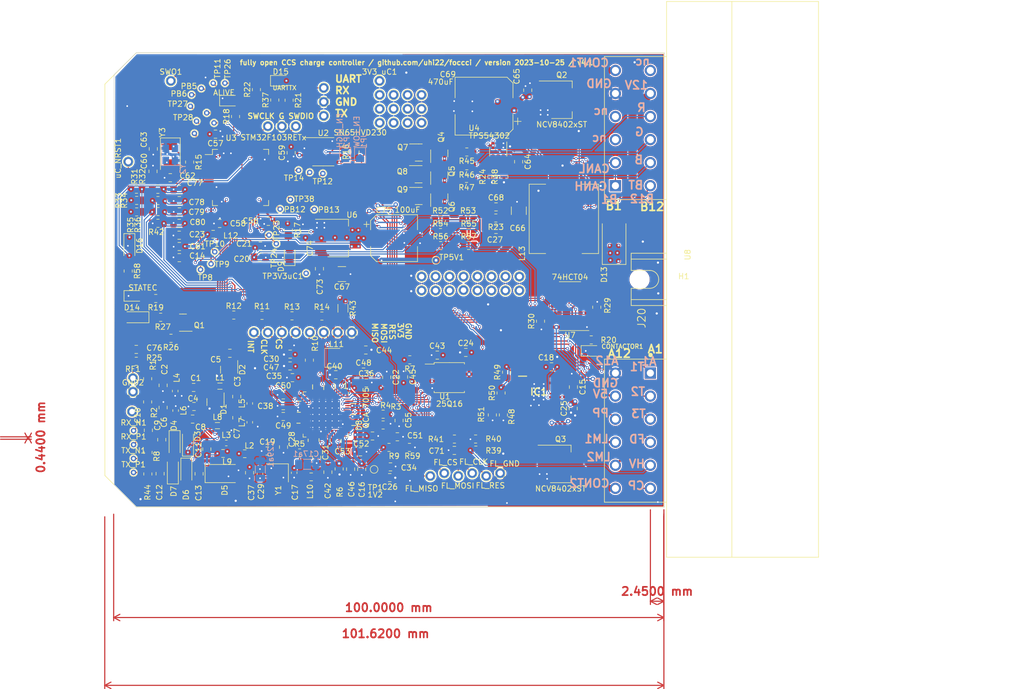
<source format=kicad_pcb>
(kicad_pcb (version 20221018) (generator pcbnew)
  (layers (0 "F.Cu" signal) (1 "In1.Cu" signal) (2 "In2.Cu" signal) (31 "B.Cu" signal) (34 "B.Paste" user) (35 "F.Paste" user) (36 "B.SilkS" user "B.Silkscreen") (37 "F.SilkS" user "F.Silkscreen") (38 "B.Mask" user) (39 "F.Mask" user) (44 "Edge.Cuts" user))
  (net 0 "")
  (net 1 "TXOUT_P")
  (net 2 "TXOUT_N")
  (net 3 "TX_N")
  (net 4 "TX_P")
  (net 5 "+1V2_C")
  (net 6 "Net-(C8-Pad1)")
  (net 7 "RESET#")
  (net 8 "+3V3_A")
  (net 9 "RXIN_N")
  (net 10 "RXIN_P")
  (net 11 "SERIAL_IO_4_MOSI")
  (net 12 "SERIAL_IO_3_MISO")
  (net 13 "SERIAL_IO_2_CS")
  (net 14 "SERIAL_IO_1_CLK")
  (net 15 "SERIAL_IO_0_INT")
  (net 16 "SPI_DI")
  (net 17 "RX_N")
  (net 18 "GPIO_1")
  (net 19 "GPIO_2")
  (net 20 "SPI_CS_L")
  (net 21 "SPI_DO")
  (net 22 "SPI_CLK")
  (net 23 "RX_P")
  (net 24 "3V3_D")
  (net 25 "5V")
  (net 26 "3V3_uC")
  (net 27 "12V")
  (net 28 "12V_P")
  (net 29 "Net-(C1-Pad1)")
  (net 30 "Net-(C1-Pad2)")
  (net 31 "Net-(D1-A)")
  (net 32 "Net-(C6-Pad2)")
  (net 33 "Net-(D4-K)")
  (net 34 "Net-(D8-XTAL_IN)")
  (net 35 "Net-(C29-Pad2)")
  (net 36 "Net-(D8-RSVD03)")
  (net 37 "/RSVD05")
  (net 42 "Net-(D8-XTAL_OUT)")
  (net 44 "/SW_VDD_OUT")
  (net 49 "uC_NRST")
  (net 50 "/controller/OCS_IN")
  (net 51 "Net-(C63-Pad2)")
  (net 52 "Net-(U4-SW)")
  (net 53 "Net-(U4-BOOT)")
  (net 54 "Net-(U4-FB)")
  (net 55 "CP")
  (net 56 "Net-(C76-Pad2)")
  (net 57 "ADC123_IN10")
  (net 58 "ADC123_IN11")
  (net 59 "ADC123_IN12")
  (net 60 "Net-(D9-A)")
  (net 61 "Net-(D10-A)")
  (net 62 "Net-(D11-A)")
  (net 63 "Net-(D14-K)")
  (net 64 "SWCLK")
  (net 65 "SWDIO")
  (net 66 "Net-(R21-Pad2)")
  (net 67 "Net-(R22-Pad2)")
  (net 68 "MODEM_RF")
  (net 69 "CONTACTOR2_LS")
  (net 70 "CONTACTOR1_LS")
  (net 71 "IN_U_HV")
  (net 72 "Net-(Q1-C)")
  (net 73 "Net-(Q2-G)")
  (net 74 "Net-(Q3-G)")
  (net 75 "SPI1_NSS")
  (net 76 "SPI1_CLK")
  (net 77 "SPI1_MISO")
  (net 78 "SPI1_MOSI")
  (net 79 "/controller/OSC_OUT")
  (net 80 "LED_ALIVE")
  (net 81 "CONTACTOR_CONTROL1")
  (net 82 "UART4_TX")
  (net 83 "UART4_RX")
  (net 84 "STATE_C_CONTROL")
  (net 85 "CONTACTOR_CONTROL2")
  (net 86 "Net-(U3-PA1)")
  (net 87 "Net-(U3-PA2)")
  (net 88 "Net-(U3-PA3)")
  (net 89 "Net-(U3-PD2)")
  (net 90 "Net-(U3-PA8)")
  (net 91 "Net-(U3-PA9)")
  (net 92 "Net-(U3-PA10)")
  (net 93 "ADC_BUTTON")
  (net 94 "ADC_CONN_LOCK_FEEDBACK")
  (net 95 "Net-(U3-PB5)")
  (net 96 "Net-(U3-PB6)")
  (net 97 "Net-(U3-PB0)")
  (net 98 "Net-(U3-PB1)")
  (net 99 "Net-(U3-PC12)")
  (net 100 "Net-(U3-PC13)")
  (net 101 "Net-(U3-PC14)")
  (net 102 "Net-(U3-PC15)")
  (net 103 "Net-(U3-PB8)")
  (net 104 "Net-(U3-PB9)")
  (net 105 "SWO")
  (net 106 "Net-(IC1-CPL)")
  (net 107 "Net-(IC1-CPH)")
  (net 108 "Net-(U3-PB15)")
  (net 109 "CAN_TX")
  (net 110 "CAN_RX")
  (net 112 "CANL")
  (net 113 "CANH")
  (net 114 "CONN_LOCK_MOT2")
  (net 115 "Net-(D15-K)")
  (net 116 "ADC_U_HVDC")
  (net 117 "Net-(R39-Pad1)")
  (net 118 "Net-(D12-A)")
  (net 120 "Net-(U7-Pad4)")
  (net 121 "Net-(U7-Pad10)")
  (net 123 "LED_BLUE")
  (net 124 "LED_GREEN")
  (net 125 "LED_RED")
  (net 126 "TEMP1")
  (net 127 "TEMP2")
  (net 128 "TEMP3")
  (net 129 "PP")
  (net 130 "GND")
  (net 134 "AVDD")
  (net 135 "BIASREF")
  (net 136 "Net-(C10-Pad1)")
  (net 137 "Net-(C10-Pad2)")
  (net 138 "Net-(IC1-VCP)")
  (net 139 "Net-(Q4-B)")
  (net 140 "Net-(Q4-C)")
  (net 141 "Net-(Q5-B)")
  (net 142 "Net-(Q5-C)")
  (net 143 "Net-(Q6-B)")
  (net 144 "Net-(Q6-C)")
  (net 145 "LED_CTL_RED")
  (net 146 "LED_CTL_GREEN")
  (net 147 "LED_CTL_BLUE")
  (net 148 "CAN_EN")
  (net 149 "CONN_LOCK_MOT1")
  (net 151 "DRV_IN1")
  (net 152 "DRV_IN2")
  (net 153 "DRV_FAULT")
  (net 154 "Net-(IC1-VREF)")
  (net 155 "Net-(IC1-IPROPI)")
  (net 156 "CONN_LOCK_FEEDBACK")
  (net 157 "BUTTON")
  (net 187 "ADC_PP")
  (net 188 "Net-(U3-PB12)")
  (net 189 "Net-(U3-PB13)")
  (net 190 "Net-(U3-VDDA)")
  (net 191 "CP_SENSE")
  (net 192 "Net-(R59-Pad1)")
  (net 193 "/RBIAS")
  (footprint "Resistor_SMD:R_0805_2012Metric_Pad1.20x1.40mm_HandSolder" (layer "F.Cu") (at 124.89 77.98 90)
    (fp_text reference "R38")
    (fp_text value "22k")
  )
  (footprint "LED_SMD:LED_0805_2012Metric_Pad1.15x1.40mm_HandSolder" (layer "F.Cu") (at 75.08 64.14)
    (fp_text reference "D10" hide)
    (fp_text value "ALIVE")
  )
  (footprint "TestPoint:TestPoint_THTPad_D1.0mm_Drill0.5mm" (layer "F.Cu") (at 57.57 129.18)
    (fp_text reference "TX_N1")
    (fp_text value "~")
  )
  (footprint "Resistor_SMD:R_0805_2012Metric_Pad1.20x1.40mm_HandSolder" (layer "F.Cu") (at 115.89 125.65)
    (fp_text reference "R41")
    (fp_text value "47k")
  )
  (footprint "Package_TO_SOT_SMD:SOT-23" (layer "F.Cu") (at 74.95 113.0375 -90)
    (fp_text reference "D2")
    (fp_text value "BAV99")
  )
  (footprint "DTM1312PA12PBR008:TE_DTM1312PA12PBR008" (layer "F.Cu") (at 149.54 96.625 90)
    (fp_text reference "J20")
    (fp_text value "DTM1312PA12PBR008")
  )
  (footprint "speciallib:TestPoint_Special_THTPad_D1.9mm_Drill1mm" (layer "F.Cu") (at 111.51 132.36)
    (fp_text reference "TP5")
    (fp_text value "FL_MISO")
  )
  (footprint "Capacitor_SMD:C_0805_2012Metric_Pad1.18x1.45mm_HandSolder" (layer "F.Cu") (at 65.91 84.35)
    (fp_text reference "C79")
    (fp_text value "100nF")
  )
  (footprint "Resistor_SMD:R_0805_2012Metric_Pad1.20x1.40mm_HandSolder" (layer "F.Cu") (at 87.76 128.17)
    (fp_text reference "R5")
    (fp_text value "33")
  )
  (footprint "Capacitor_SMD:C_0805_2012Metric_Pad1.18x1.45mm_HandSolder" (layer "F.Cu") (at 105.83 122.2725 90)
    (fp_text reference "C55")
    (fp_text value "100nF")
  )
  (footprint "speciallib:TestPoint_Special_THTPad_D1.9mm_Drill1mm" (layer "F.Cu") (at 120.08 96.11)
    (fp_text reference "TP57")
    (fp_text value "TestPoint")
  )
  (footprint "Capacitor_SMD:C_0805_2012Metric_Pad1.18x1.45mm_HandSolder" (layer "F.Cu") (at 84.78 121.54 180)
    (fp_text reference "C49")
    (fp_text value "100nF")
  )
  (footprint "Resistor_SMD:R_0805_2012Metric_Pad1.20x1.40mm_HandSolder" (layer "F.Cu") (at 60.14 118.9 -90)
    (fp_text reference "R2")
    (fp_text value "22")
  )
  (footprint "speciallib:TestPoint_Special_THTPad_D1.9mm_Drill1mm" (layer "F.Cu") (at 114.05 131.852)
    (fp_text reference "TP4")
    (fp_text value "FL_CS")
  )
  (footprint "Resistor_SMD:R_0805_2012Metric_Pad1.20x1.40mm_HandSolder" (layer "F.Cu") (at 113.33 85.79)
    (fp_text reference "R52")
    (fp_text value "10k")
  )
  (footprint "Resistor_SMD:R_0805_2012Metric_Pad1.20x1.40mm_HandSolder" (layer "F.Cu") (at 119.78 127.66 180)
    (fp_text reference "R39")
    (fp_text value "240")
  )
  (footprint "Package_TO_SOT_SMD:SOT-23" (layer "F.Cu") (at 113.14 81.7075 90)
    (fp_text reference "Q6")
    (fp_text value "DTA143Z")
  )
  (footprint "Resistor_SMD:R_0805_2012Metric_Pad1.20x1.40mm_HandSolder" (layer "F.Cu") (at 83.24 64.03 90)
    (fp_text reference "R37")
    (fp_text value "1k")
  )
  (footprint "Capacitor_SMD:C_0805_2012Metric_Pad1.18x1.45mm_HandSolder" (layer "F.Cu") (at 137.48 120.09 90)
    (fp_text reference "C25")
    (fp_text value "100nF")
  )
  (footprint "speciallib:TestPoint_Special_THTPad_D1.9mm_Drill1mm" (layer "F.Cu") (at 127.7 96.11)
    (fp_text reference "TP34")
    (fp_text value "TestPoint")
  )
  (footprint "TestPoint:TestPoint_THTPad_D1.0mm_Drill0.5mm" (layer "F.Cu") (at 74.18 60.95)
    (fp_text reference "TP26")
    (fp_text value "~")
  )
  (footprint "Capacitor_SMD:C_0805_2012Metric_Pad1.18x1.45mm_HandSolder" (layer "F.Cu") (at 98.81 127.96 180)
    (fp_text reference "C53")
    (fp_text value "100nF")
  )
  (footprint "speciallib:TestPoint_Special_THTPad_D1.9mm_Drill1mm" (layer "F.Cu") (at 125.16 98.65)
    (fp_text reference "TP51")
    (fp_text value "TestPoint")
  )
  (footprint "TestPoint:TestPoint_THTPad_D1.0mm_Drill0.5mm" (layer "F.Cu") (at 87.57 76.8)
    (fp_text reference "TP14")
    (fp_text value "~")
  )
  (footprint "TestPoint:TestPoint_THTPad_D1.0mm_Drill0.5mm" (layer "F.Cu") (at 91.98 77.38)
    (fp_text reference "TP12")
    (fp_text value "~")
  )
  (footprint "TestPoint:TestPoint_THTPad_D1.0mm_Drill0.5mm" (layer "F.Cu") (at 82.18 88.57)
    (fp_text reference "TP24")
    (fp_text value "~")
  )
  (footprint "Package_TO_SOT_SMD:SOT-223-3_TabPin2" (layer "F.Cu") (at 94.73 89.11)
    (fp_text reference "U6")
    (fp_text value "AMS1117-3.3")
  )
  (footprint "Capacitor_SMD:C_0805_2012Metric_Pad1.18x1.45mm_HandSolder" (layer "F.Cu") (at 137.515 116.195 -90)
    (fp_text reference "C15")
    (fp_text value "22nF")
  )
  (footprint "Capacitor_SMD:C_0603_1608Metric_Pad1.08x0.95mm_HandSolder" (layer "F.Cu") (at 80.55 131.96 -90)
    (fp_text reference "C29")
    (fp_text value "6.8pF")
  )
  (footprint "Resistor_SMD:R_0805_2012Metric_Pad1.20x1.40mm_HandSolder" (layer "F.Cu") (at 62.5 103.51 180)
    (fp_text reference "R27")
    (fp_text value "1k2")
  )
  (footprint "Resistor_SMD:R_0805_2012Metric_Pad1.20x1.40mm_HandSolder" (layer "F.Cu") (at 58.14 84.36)
    (fp_text reference "R35")
    (fp_text value "10k")
  )
  (footprint "TestPoint:TestPoint_THTPad_D1.0mm_Drill0.5mm" (layer "F.Cu") (at 57.58 126.66)
    (fp_text reference "RX_P1")
    (fp_text value "~")
  )
  (footprint "Resistor_SMD:R_0805_2012Metric_Pad1.20x1.40mm_HandSolder" (layer "F.Cu") (at 75.7895 103.1135)
    (fp_text reference "R12")
    (fp_text value "220")
  )
  (footprint "Capacitor_SMD:C_0805_2012Metric_Pad1.18x1.45mm_HandSolder" (layer "F.Cu") (at 58.07 109.35)
    (fp_text reference "C76")
    (fp_text value "1nF")
  )
  (footprint "Capacitor_SMD:C_0805_2012Metric_Pad1.18x1.45mm_HandSolder" (layer "F.Cu") (at 68.56 119.73)
    (fp_text reference "C4")
    (fp_text value "1.5nF")
  )
  (footprint "KiCad:SOP65P640X120-17N" (layer "F.Cu") (at 131.215 117.07)
    (fp_text reference "IC1")
    (fp_text value "DRV8874QPWPRQ1" hide)
  )
  (footprint "Capacitor_SMD:C_0805_2012Metric_Pad1.18x1.45mm_HandSolder" (layer "F.Cu") (at 99.04 131.1375 90)
    (fp_text reference "C16")
    (fp_text value "100nF")
  )
  (footprint "Resistor_SMD:R_0805_2012Metric_Pad1.20x1.40mm_HandSolder" (layer "F.Cu") (at 123.415 85.47 180)
    (fp_text reference "R23")
    (fp_text value "100k")
  )
  (footprint "speciallib:TestPoint_Special_THTPad_D1.9mm_Drill1mm" (layer "F.Cu") (at 104.84 63.09)
    (fp_text reference "TP52")
    (fp_text value "TestPoint")
  )
  (footprint "speciallib:TestPoint_Special_THTPad_D1.9mm_Drill1mm" (layer "F.Cu") (at 107.38 68.17)
    (fp_text reference "TP25")
    (fp_text value "TestPoint")
  )
  (footprint "Resistor_SMD:R_0805_2012Metric_Pad1.20x1.40mm_HandSolder" (layer "F.Cu") (at 118.14 73.47 180)
    (fp_text reference "R45")
    (fp_text value "220")
  )
  (footprint "TestPoint:TestPoint_THTPad_D1.0mm_Drill0.5mm" (layer "F.Cu") (at 69.89 61.92)
    (fp_text reference "PB5")
    (fp_text value "~")
  )
  (footprint "Package_SO:SOIC-8_3.9x4.9mm_P1.27mm" (layer "F.Cu") (at 92.06 73.43)
    (fp_text reference "U2")
    (fp_text value "SN65HVD230")
  )
  (footprint "Capacitor_SMD:C_0805_2012Metric_Pad1.18x1.45mm_HandSolder" (layer "F.Cu") (at 70.89 127.4875 -90)
    (fp_text reference "C11")
    (fp_text value "100nF")
  )
  (footprint "speciallib:TestPoint_Special_THTPad_D1.9mm_Drill1mm" (layer "F.Cu") (at 115 98.65)
    (fp_text reference "TP45")
    (fp_text value "TestPoint")
  )
  (footprint "Capacitor_SMD:C_0805_2012Metric_Pad1.18x1.45mm_HandSolder" (layer "F.Cu") (at 65.89 80.28)
    (fp_text reference "C77")
    (fp_text value "100nF")
  )
  (footprint "Resistor_SMD:R_0805_2012Metric_Pad1.20x1.40mm_HandSolder" (layer "F.Cu") (at 89.53 111.31 -90)
    (fp_text reference "R10")
    (fp_text value "10k")
  )
  (footprint "speciallib:TestPoint_Special_THTPad_D1.9mm_Drill1mm" (layer "F.Cu") (at 81.98 106.27)
    (fp_text reference "CLK1")
    (fp_text value "~")
  )
  (footprint "speciallib:TestPoint_Special_THTPad_D1.9mm_Drill1mm" (layer "F.Cu") (at 57.47 117.04)
    (fp_text reference "GND2")
    (fp_text value "~")
  )
  (footprint "Capacitor_SMD:C_0805_2012Metric_Pad1.18x1.45mm_HandSolder" (layer "F.Cu") (at 65.89 92.68)
    (fp_text reference "C14")
    (fp_text value "1uF")
  )
  (footprint "Capacitor_SMD:C_0805_2012Metric_Pad1.18x1.45mm_HandSolder" (layer "F.Cu") (at 65.87 88.6)
    (fp_text reference "C23")
    (fp_text value "100nF")
  )
  (footprint "speciallib:TestPoint_Special_THTPad_D1.9mm_Drill1mm" (layer "F.Cu") (at 97.22 106.27)
    (fp_text reference "GND1")
    (fp_text value "~")
  )
  (footprint "TestPoint:TestPoint_THTPad_D1.0mm_Drill0.5mm" (layer "F.Cu") (at 86.09 82.12)
    (fp_text reference "TP38")
    (fp_text value "~")
  )
  (footprint "Inductor_SMD:L_0805_2012Metric_Pad1.05x1.20mm_HandSolder" (layer "F.Cu") (at 73.27 116.03)
    (fp_text reference "L1")
    (fp_text value "270nH")
  )
  (footprint "Diode_SMD:D_SOD-123" (layer "F.Cu") (at 65.04 126.48 -90)
    (fp_text reference "D4")
    (fp_text value "B5819W")
  )
  (footprint "Resistor_SMD:R_0805_2012Metric_Pad1.20x1.40mm_HandSolder" (layer "F.Cu") (at 61.99 80.25)
    (fp_text reference "R32")
    (fp_text value "47k")
  )
  (footprint "TestPoint:TestPoint_THTPad_D1.0mm_Drill0.5mm" (layer "F.Cu") (at 72.05 60.98)
    (fp_text reference "TP11")
    (fp_text value "~")
  )
  (footprint "TestPoint:TestPoint_THTPad_D1.0mm_Drill0.5mm" (layer "F.Cu") (at 112.55 93.15)
    (fp_text reference "TP5V1")
    (fp_text value "TP5V")
  )
  (footprint "Package_TO_SOT_SMD:SOT-23" (layer "F.Cu") (at 72.47 118.9175 -90)
    (fp_text reference "D1")
    (fp_text value "BAV99")
  )
  (footprint "Capacitor_SMD:C_0805_2012Metric_Pad1.18x1.45mm_HandSolder" (layer "F.Cu") (at 88.71 87.99 -90)
    (fp_text reference "C74")
    (fp_text value "100nF")
  )
  (footprint "Resistor_SMD:R_0805_2012Metric_Pad1.20x1.40mm_HandSolder" (layer "F.Cu") (at 118.47 90.46)
    (fp_text reference "R57")
    (fp_text value "47k")
  )
  (footprint "Capacitor_SMD:C_0805_2012Metric_Pad1.18x1.45mm_HandSolder" (layer "F.Cu") (at 64.25 78.15 180)
    (fp_text reference "C62")
    (fp_text value "22pF")
  )
  (footprint "Resistor_SMD:R_0805_2012Metric_Pad1.20x1.40mm_HandSolder" (layer "F.Cu") (at 102.93 123.09)
    (fp_text reference "R3")
    (fp_text value "3.3K")
  )
  (footprint "LED_SMD:LED_0805_2012Metric_Pad1.15x1.40mm_HandSolder" (layer "F.Cu") (at 84.325 60.53)
    (fp_text reference "D15")
    (fp_text value "UARTTX")
  )
  (footprint "Diode_SMD:D_SOD-123" (layer "F.Cu") (at 64.71 131.45 90)
    (fp_text reference "D7")
    (fp_text value "B5819W")
  )
  (footprint "Resistor_SMD:R_0805_2012Metric_Pad1.20x1.40mm_HandSolder" (layer "F.Cu") (at 60.21 128.08 -90)
    (fp_text reference "R8")
    (fp_text value "100")
  )
  (footprint "Capacitor_SMD:C_0805_2012Metric_Pad1.18x1.45mm_HandSolder" (layer "F.Cu") (at 65.87 86.44)
    (fp_text reference "C80")
    (fp_text value "100nF")
  )
  (footprint "Resistor_SMD:R_0805_2012Metric_Pad1.20x1.40mm_HandSolder" (layer "F.Cu") (at 140.76 107.62)
    (fp_text reference "R20")
    (fp_text value "1k")
  )
  (footprint "Package_TO_SOT_SMD:SOT-23" (layer "F.Cu") (at 109.4025 81.47)
    (fp_text reference "Q9")
    (fp_text value "DTC114E")
  )
  (footprint "Resistor_SMD:R_0805_2012Metric_Pad1.20x1.40mm_HandSolder" (layer "F.Cu") (at 62.01 86.43)
    (fp_text reference "R42")
    (fp_text value "22k")
  )
  (footprint "speciallib:TestPoint_Special_THTPad_D1.9mm_Drill1mm" (layer "F.Cu") (at 64.35 60.55)
    (fp_text reference "SWO1")
    (fp_text value "~")
  )
  (footprint "speciallib:TestPoint_Special_THTPad_D1.9mm_Drill1mm" (layer "F.Cu") (at 84.52 68.805)
    (fp_text reference "SWGND1")
    (fp_text value "~")
  )
  (footprint "TestPoint:TestPoint_THTPad_D1.0mm_Drill0.5mm" (layer "F.Cu") (at 72.33 91.62)
    (fp_text reference "TP10")
    (fp_text value "~")
  )
  (footprint "Resistor_SMD:R_0805_2012Metric_Pad1.20x1.40mm_HandSolder" (layer "F.Cu") (at 141.76 101.69 90)
    (fp_text reference "R29")
    (fp_text value "10k")
  )
  (footprint "Capacitor_SMD:CP_Elec_10x10" (layer "F.Cu") (at 121.2725 65.145 180)
    (fp_text reference "C69")
    (fp_text value "470uF")
  )
  (footprint "Capacitor_SMD:C_0805_2012Metric_Pad1.18x1.45mm_HandSolder" (layer "F.Cu") (at 82.07 86.08)
    (fp_text reference "C56")
    (fp_text value "100nF")
  )
  (footprint "TestPoint:TestPoint_THTPad_D1.0mm_Drill0.5mm" (layer "F.Cu") (at 70.87 66.37)
    (fp_text reference "TP30" hide)
    (fp_text value "~")
  )
  (footprint "Resistor_SMD:R_0805_2012Metric_Pad1.20x1.40mm_HandSolder" (layer "F.Cu") (at 58.1 80.24)
    (fp_text reference "R31")
    (fp_text value "10k")
  )
  (footprint "Capacitor_SMD:C_0805_2012Metric_Pad1.18x1.45mm_HandSolder" (layer "F.Cu") (at 127.56 75.24 -90)
    (fp_text reference "C64")
    (fp_text value "100nF")
  )
  (footprint "Package_TO_SOT_SMD:SOT-23" (layer "F.Cu") (at 113.14 77.7075 90)
    (fp_text reference "Q5")
    (fp_text value "DTA143Z")
  )
  (footprint "speciallib:TestPoint_Special_THTPad_D1.9mm_Drill1mm" (layer "F.Cu") (at 57.46 114.58)
    (fp_text reference "RF1")
    (fp_text value "~")
  )
  (footprint "Package_TO_SOT_SMD:SOT-23" (layer "F.Cu") (at 109.3775 77.52)
    (fp_text reference "Q8")
    (fp_text value "DTC114E")
  )
  (footprint "LED_SMD:LED_0805_2012Metric_Pad1.15x1.40mm_HandSolder" (layer "F.Cu") (at 57.7 99.63)
    (fp_text reference "D11" hide)
    (fp_text value "STATEC")
  )
  (footprint "Inductor_SMD:L_0603_1608Metric_Pad1.05x0.95mm_HandSolder" (layer "F.Cu") (at 78.7 122.6 90)
    (fp_text reference "L7")
    (fp_text value "1.8uH")
  )
  (footprint "Capacitor_SMD:C_0805_2012Metric_Pad1.18x1.45mm_HandSolder" (layer "F.Cu") (at 101 125.09 180)
    (fp_text reference "C52")
    (fp_text value "100nF")
  )
  (footprint "speciallib:TestPoint_Special_THTPad_D1.9mm_Drill1mm" (layer "F.Cu") (at 87.06 106.27)
    (fp_text reference "MISO1")
    (fp_text value "~")
  )
  (footprint "Package_SO:SO-14_3.9x8.65mm_P1.27mm" (layer "F.Cu") (at 136.895 101.49 180)
    (fp_text reference "U7")
    (fp_text value "74HCT04")
  )
  (footprint "Diode_SMD:D_SOD-123" (layer "F.Cu") (at 56.81 90.67 -90)
    (fp_text reference "D16")
    (fp_text value "B5819W")
  )
  (footprint "Resistor_SMD:R_0805_2012Metric_Pad1.20x1.40mm_HandSolder" (layer "F.Cu") (at 122.78 121.26 90)
    (fp_text reference "R51")
    (fp_text value "2k7")
  )
  (footprint "Resistor_SMD:R_0805_2012Metric_Pad1.20x1.40mm_HandSolder" (layer "F.Cu") (at 85.71 87.68 -90)
    (fp_text reference "R17")
    (fp_text value "1k")
  )
  (footprint "Capacitor_SMD:CP_Elec_8x10" (layer "F.Cu") (at 104.92 89.13)
    (fp_text reference "C75")
    (fp_text value "100uF")
  )
  (footprint "Resistor_SMD:R_0805_2012Metric_Pad1.20x1.40mm_HandSolder" (layer "F.Cu") (at 60.17 131.99 -90)
    (fp_text reference "R44")
    (fp_text value "100")
  )
  (footprint "Capacitor_SMD:C_0805_2012Metric_Pad1.18x1.45mm_HandSolder" (layer "F.Cu") (at 117.96 109.9)
    (fp_text reference "C24")
    (fp_text value "10uF 25V")
  )
  (footprint "Capacitor_SMD:C_1210_3225Metric_Pad1.33x2.70mm_HandSolder" (layer "F.Cu") (at 95.44 95.67 180)
    (fp_text reference "C67")
    (fp_text value "22uF")
  )
  (footprint "Resistor_SMD:R_0805_2012Metric_Pad1.20x1.40mm_HandSolder" (layer "F.Cu") (at 56.6 95.11 -90)
    (fp_text reference "R58")
    (fp_text value "100k")
  )
  (footprint "speciallib:TestPoint_Special_THTPad_D1.9mm_Drill1mm" (layer "F.Cu") (at 109.92 68.17)
    (fp_text reference "TP44")
    (fp_text value "TestPoint")
  )
  (footprint "Capacitor_SMD:C_0805_2012Metric_Pad1.18x1.45mm_HandSolder" (layer "F.Cu") (at 78.66 131.76 90)
    (fp_text reference "C37")
    (fp_text value "100nF")
  )
  (footprint "Capacitor_SMD:C_0805_2012Metric_Pad1.18x1.45mm_HandSolder" (layer "F.Cu") (at 62.95 115.8875 -90)
    (fp_text reference "C2")
    (fp_text value "220pF")
  )
  (footprint "speciallib:TestPoint_Special_THTPad_D1.9mm_Drill1mm" (layer "F.Cu") (at 92.14 61.82)
    (fp_text reference "UART_RX1")
    (fp_text value "~")
  )
  (footprint "Capacitor_SMD:C_0805_2012Metric_Pad1.18x1.45mm_HandSolder" (layer "F.Cu") (at 84.78 119.58 180)
    (fp_text reference "C38")
    (fp_text value "100nF")
  )
  (footprint "Package_TO_SOT_SMD:SOT-223" (layer "F.Cu") (at 135.39 63.98)
    (fp_text reference "Q2")
    (fp_text value "NCV8402xST")
  )
  (footprint "Capacitor_SMD:C_0805_2012Metric_Pad1.18x1.45mm_HandSolder" (layer "F.Cu") (at 84.78 117.62)
    (fp_text reference "C50")
    (fp_text value "100nF")
  )
  (footprint "MountingHole:MountingHole_3.2mm_M3" (layer "F.Cu") (at 149.54 96.625)
    (fp_text reference "H1")
    (fp_text value "MountingHole")
  )
  (footprint "Resistor_SMD:R_0805_2012Metric_Pad1.20x1.40mm_HandSolder" (layer "F.Cu") (at 86.3695 103.2535)
    (fp_text reference "R13")
    (fp_text value "220")
  )
  (footprint "Capacitor_SMD:C_0805_2012Metric_Pad1.18x1.45mm_HandSolder" (layer "F.Cu") (at 112.78 110.39 180)
    (fp_text reference "C43")
    (fp_text value "100nF")
  )
  (footprint "TestPoint:TestPoint_THTPad_D1.0mm_Drill0.5mm" (layer "F.Cu") (at 69.75 94.85)
    (fp_text reference "TP8")
    (fp_text value "~")
  )
  (footprint "Resistor_SMD:R_0805_2012Metric_Pad1.20x1.40mm_HandSolder" (layer "F.Cu") (at 104 127.16)
    (fp_text reference "R9")
    (fp_text value "2.2k")
  )
  (footprint "Resistor_SMD:R_0805_2012Metric_Pad1.20x1.40mm_HandSolder" (layer "F.Cu") (at 118.14 75.97 180)
    (fp_text reference "R46")
    (fp_text value "220")
  )
  (footprint "Capacitor_SMD:C_0805_2012Metric_Pad1.18x1.45mm_HandSolder" (layer "F.Cu") (at 99.88 115.44)
    (fp_text reference "C36")
    (fp_text value "10uF 25V")
  )
  (footprint "Capacitor_SMD:C_0805_2012Metric_Pad1.18x1.45mm_HandSolder" (layer "F.Cu") (at 86.45 114.49 180)
    (fp_text reference "C35")
    (fp_text value "100nF")
  )
  (footprint "Resistor_SMD:R_0805_2012Metric_Pad1.20x1.40mm_HandSolder" (layer "F.Cu") (at 62.01 82.3)
    (fp_text reference "R34")
    (fp_text value "47k")
  )
  (footprint "Resistor_SMD:R_0805_2012Metric_Pad1.20x1.40mm_HandSolder" (layer "F.Cu") (at 97.83 73.46 90)
    (fp_text reference "R16")
    (fp_text value "1k")
  )
  (footprint "TestPoint:TestPoint_THTPad_D1.0mm_Drill0.5mm" (layer "F.Cu") (at 88.94 95.52)
    (fp_text reference "TP3V3uC1")
    (fp_text value "TP3V3uC")
  )
  (footprint "Capacitor_SMD:C_0805_2012Metric_Pad1.18x1.45mm_HandSolder" (layer "F.Cu") (at 75.08 110.05 180)
    (fp_text reference "C5")
    (fp_text value "1.5nF")
  )
  (footprint "speciallib:TestPoint_Special_THTPad_D1.9mm_Drill1mm" (layer "F.Cu") (at 115 96.11)
    (fp_text reference "TP53")
    (fp_text value "TestPoint")
  )
  (footprint "Capacitor_SMD:C_0805_2012Metric_Pad1.18x1.45mm_HandSolder" (layer "F.Cu") (at 123.4525 83.45)
    (fp_text reference "C68")
    (fp_text value "47pF")
  )
  (footprint "speciallib:TestPoint_Special_THTPad_D1.9mm_Drill1mm" (layer "F.Cu") (at 56.62 75.23)
    (fp_text reference "uC_NRST1")
    (fp_text value "~")
  )
  (footprint "speciallib:TestPoint_Special_THTPad_D1.9mm_Drill1mm" (layer "F.Cu") (at 57.3 120.65)
    (fp_text reference "TP50")
    (fp_text value "TestPoint")
  )
  (footprint "Capacitor_SMD:C_0805_2012Metric_Pad1.18x1.45mm_HandSolder" (layer "F.Cu") (at 80.53 92.62 180)
    (fp_text reference "C20")
    (fp_text value "100nF")
  )
  (footprint "TestPoint:TestPoint_THTPad_D1.0mm_Drill0.5mm" (layer "F.Cu") (at 57.57 131.72)
    (fp_text reference "TX_P1")
    (fp_text value "~")
  )
  (footprint "Package_TO_SOT_SMD:SOT-23-6" (layer "F.Cu") (at 123.8475 73.43 -90)
    (fp_text reference "U4")
    (fp_text value "TPS54302")
  )
  (footprint "Package_TO_SOT_SMD:SOT-23" (layer "F.Cu") (at 109.4025 73.57)
    (fp_text reference "Q7")
    (fp_text value "DTC114E")
  )
  (footprint "Resistor_SMD:R_0805_2012Metric_Pad1.20x1.40mm_HandSolder" (layer "F.Cu") (at 61.61 100.1 180)
    (fp_text reference "R19")
    (fp_text value "1k")
  )
  (footprint "speciallib:TestPoint_Special_THTPad_D1.9mm_Drill1mm" (layer "F.Cu") (at 127.7 98.65)
    (fp_text reference "TP47")
    (fp_text value "TestPoint")
  )
  (footprint "Resistor_SMD:R_0805_2012Metric_Pad1.20x1.40mm_HandSolder" (layer "F.Cu") (at 58.07 111.51 180)
    (fp_text reference "R25")
    (fp_text value "180")
  )
  (footprint "Inductor_SMD:L_0805_2012Metric_Pad1.15x1.40mm_HandSolder" (layer "F.Cu") (at 73.84 128.2675)
    (fp_text reference "L9")
    (fp_text value "Bead 600")
  )
  (footprint "speciallib:TestPoint_Special_THTPad_D1.9mm_Drill1mm" (layer "F.Cu") (at 117.54 98.58)
    (fp_text reference "TP49")
    (fp_text value "TestPoint")
  )
  (footprint "Inductor_SMD:L_0805_2012Metric_Pad1.15x1.40mm_HandSolder" (layer "F.Cu") (at 72.04 88.42)
    (fp_text reference "L12")
    (fp_text value "Bead 600")
  )
  (footprint "Capacitor_SMD:C_0805_2012Metric_Pad1.18x1.45mm_HandSolder" (layer "F.Cu") (at 86.02 112.36 180)
    (fp_text reference "C47")
    (fp_text value "100nF")
  )
  (footprint "Inductor_SMD:L_0603_1608Metric_Pad1.05x0.95mm_HandSolder" (layer "F.Cu") (at 65.22 120.47 -90)
    (fp_text reference "L6")
    (fp_text value "1.8uH")
  )
  (footprint "speciallib:TestPoint_Special_THTPad_D1.9mm_Drill1mm" (layer "F.Cu") (at 89.6 106.27)
    (fp_text reference "MOSI1")
    (fp_text value "~")
  )
  (footprint "TestPoint:TestPoint_THTPad_D1.0mm_Drill0.5mm" (layer "F.Cu") (at 68.12 63.07)
    (fp_text reference "PB6")
    (fp_text value "~")
  )
  (footprint "TestPoint:TestPoint_THTPad_D1.0mm_Drill0.5mm" (layer "F.Cu") (at 57.58 124.12)
    (fp_text reference "RX_N1")
    (fp_text value "~")
  )
  (footprint "speciallib:TestPoint_Special_THTPad_D1.9mm_Drill1mm" (layer "F.Cu") (at 109.92 96.11)
    (fp_text reference "TP33")
    (fp_text value "TestPoint")
  )
  (footprint "Resistor_SMD:R_0805_2012Metric_Pad1.20x1.40mm_HandSolder" (layer "F.Cu") (at 80.9195 103.1635)
    (fp_text reference "R11")
    (fp_text value "220")
  )
  (footprint "speciallib:TestPoint_Special_THTPad_D1.9mm_Drill1mm" (layer "F.Cu") (at 125.16 96.11)
    (fp_text reference "TP35")
    (fp_text value "TestPoint")
  )
  (footprint "Crystal:Crystal_SMD_5032-2Pin_5.0x3.2mm" (layer "F.Cu") (at 64.26 73.97 -90)
    (fp_text reference "Y3")
    (fp_text value "8MHz")
  )
  (footprint "Capacitor_SMD:C_0805_2012Metric_Pad1.18x1.45mm_HandSolder" (layer "F.Cu") (at 61.11 76.99 -90)
    (fp_text reference "C60")
    (fp_text value "100nF")
  )
  (footprint "LED_SMD:LED_0805_2012Metric_Pad1.15x1.40mm_HandSolder" (layer "F.Cu") (at 140.78 109.63)
    (fp_text reference "D12")
    (fp_text value "CONTACTOR1")
  )
  (footprint "Capacitor_SMD:C_0805_2012Metric_Pad1.18x1.45mm_HandSolder" (layer "F.Cu") (at 99.3695 113.4735)
    (fp_text reference "C48")
    (fp_text value "100nF")
  )
  (footprint "speciallib:TestPoint_Special_THTPad_D1.9mm_Drill1mm" (layer "F.Cu") (at 121.67 132.36)
    (fp_text reference "TP40")
    (fp_text value "FL_RES")
  )
  (footprint "Resistor_SMD:R_0805_2012Metric_Pad1.20x1.40mm_HandSolder" (layer "F.Cu") (at 62.03 84.3)
    (fp_text reference "R36")
    (fp_text value "47k")
  )
  (footprint "Capacitor_SMD:C_0805_2012Metric_Pad1.18x1.45mm_HandSolder" (layer "F.Cu") (at 68.31 122.0175 180)
    (fp_text reference "C8")
    (fp_text value "1.5nF")
  )
  (footprint "Resistor_SMD:R_0805_2012Metric_Pad1.20x1.40mm_HandSolder" (layer "F.Cu") (at 107.78 111.24 180)
    (fp_text reference "R7")
    (fp_text value "10k")
  )
  (footprint "TestPoint:TestPoint_THTPad_D1.0mm_Drill0.5mm" (layer "F.Cu") (at 84.21 83.85)
    (fp_text reference "PB12")
    (fp_text value "~")
  )
  (footprint "speciallib:TestPoint_Special_THTPad_D1.9mm_Drill1mm" (layer "F.Cu") (at 81.98 68.805)
    (fp_text reference "SWCLK1")
    (fp_text value "~")
  )
  (footprint "speciallib:TestPoint_Special_THTPad_D1.9mm_Drill1mm" (layer "F.Cu") (at 117.54 96.11)
    (fp_text reference "TP55")
    (fp_text value "TestPoint")
  )
  (footprint "speciallib:TestPoint_Special_THTPad_D1.9mm_Drill1mm" (layer "F.Cu") (at 120.08 98.65)
    (fp_text reference "TP56")
    (fp_text value "TestPoint")
  )
  (footprint "Resistor_SMD:R_0805_2012Metric_Pad1.20x1.40mm_HandSolder" (layer "F.Cu") (at 118.09 78.27 180)
    (fp_text reference "R47")
    (fp_text value "220")
  )
  (footprint "Capacitor_SMD:C_0805_2012Metric_Pad1.18x1.45mm_HandSolder" (layer "F.Cu") (at 90.85 128.9775 90)
    (fp_text reference "C31")
    (fp_text value "100nF")
  )
  (footprint "Capacitor_SMD:C_0805_2012Metric_Pad1.18x1.45mm_HandSolder" (layer "F.Cu") (at 73.23 86.47)
    (fp_text reference "C58")
    (fp_text value "100nF")
  )
  (footprint "Capacitor_SMD:C_0805_2012Metric_Pad1.18x1.45mm_HandSolder" (layer "F.Cu") (at 84.83 127.1 -90)
    (fp_text reference "C28")
    (fp_text value "100nF")
  )
  (footprint "speciallib:TestPoint_Special_THTPad_D1.9mm_Drill1mm" (layer "F.Cu") (at 122.62 98.65)
    (fp_text reference "TP58")
    (fp_text value "TestPoint")
  )
  (footprint "speciallib:TestPoint_Special_THTPad_D1.9mm_Drill1mm" (layer "F.Cu") (at 94.68 106.27)
    (fp_text reference "3V3")
    (fp_text value "~")
  )
  (footprint "Capacitor_SMD:C_0805_2012Metric_Pad1.18x1.45mm_HandSolder" (layer "F.Cu") (at 62.95 119.9175 -90)
    (fp_text reference "C6")
    (fp_text value "220pF")
  )
  (footprint "speciallib:TestPoint_Special_THTPad_D1.9mm_Drill1mm" (layer "F.Cu") (at 104.84 68.17)
    (fp_text reference "TP41")
    (fp_text value "TestPoint")
  )
  (footprint "Capacitor_SMD:C_0805_2012Metric_Pad1.18x1.45mm_HandSolder" (layer "F.Cu") (at 91.36 94.69 90)
    (fp_text reference "C73")
    (fp_text value "100nF")
  )
  (footprint "Resistor_SMD:R_0805_2012Metric_Pad1.20x1.40mm_HandSolder" (layer "F.Cu") (at 122.68 77.98 90)
    (fp_text reference "R24")
    (fp_text value "33k")
  )
  (footprint "Diode_SMD:D_SMA" (layer "F.Cu") (at 74.09 131.92)
    (fp_text reference "D5")
    (fp_text value "3V9")
  )
  (footprint "Capacitor_SMD:C_0805_2012Metric_Pad1.18x1.45mm_HandSolder" (layer "F.Cu") (at 81.8825 127.82)
    (fp_text reference "C19")
    (fp_text value "10uF 25V")
  )
  (footprint "Capacitor_SMD:C_0805_2012Metric_Pad1.18x1.45mm_HandSolder" (layer "F.Cu") (at 115.88 127.71)
    (fp_text reference "C71")
    (fp_text value "1nF")
  )
  (footprint "Capacitor_SMD:C_0805_2012Metric_Pad1.18x1.45mm_HandSolder" (layer "F.Cu") (at 60.26 124.05 -90)
    (fp_text reference "C10")
    (fp_text value "220pF")
  )
  (footprint "Inductor_SMD:L_0805_2012Metric_Pad1.15x1.40mm_HandSolder" (layer "F.Cu") (at 77.78 128.3175 180)
    (fp_text reference "L2")
    (fp_text value "Bead 600")
  )
  (footprint "Capacitor_SMD:C_0805_2012Metric_Pad1.18x1.45mm_HandSolder" (layer "F.Cu") (at 62.4 131.94 90)
    (fp_text reference "C12")
    (fp_text value "100nF")
  )
  (footprint "Capacitor_SMD:C_0805_2012Metric_Pad1.18x1.45mm_HandSolder" (layer "F.Cu") (at 62.7 125.76 -90)
    (fp_text reference "C9")
    (fp_text value "100nF")
  )
  (footprint "Diode_SMD:D_SOD-123" (layer "F.Cu") (at 58.01 103.51 180)
    (fp_text reference "D14")
    (fp_text value "B5819W")
  )
  (footprint "speciallib:TestPoint_Special_THTPad_D1.9mm_Drill1mm" (layer "F.Cu") (at 109.92 63.09)
    (fp_text reference "TP46")
    (fp_text value "TestPoint")
  )
  (footprint "Package_TO_SOT_SMD:SOT-23" (layer "F.Cu") (at 66.5525 104.49 180)
    (fp_text reference "Q1")
    (fp_text value "DTC114E")
  )
  (footprint "Inductor_SMD:L_1812_4532Metric_Pad1.30x3.40mm_HandSolder" (layer "F.Cu") (at 93.71 110.88)
    (fp_text reference "L11")
    (fp_text value "4.7uH")
  )
  (footprint "Inductor_SMD:L_Wuerth_WE-PD-Typ-LS_Handsoldering" (layer "F.Cu") (at 135.78 85.63 -90)
    (fp_text reference "L13")
    (fp_text value "10uH")
  )
  (footprint "Inductor_SMD:L_0805_2012Metric_Pad1.15x1.40mm_HandSolder" (layer "F.Cu") (at 89.86 132.52)
    (fp_text reference "L10")
    (fp_text value "Bead 600")
  )
  (footprint "Capacitor_SMD:C_0805_2012Metric_Pad1.18x1.45mm_HandSolder" (layer "F.Cu") (at 69.49 131.96 90)
    (fp_text reference "C13")
    (fp_text value "100nF")
  )
  (footprint "Resistor_SMD:R_0805_2012Metric_Pad1.20x1.40mm_HandSolder" (layer "F.Cu") (at 124.37 117.27 90)
    (fp_text reference "R50")
    (fp_text value "560")
  )
  (footprint "TestPoint:TestPoint_Pad_D1.0mm" (layer "F.Cu") (at 101.29 131.1575)
    (fp_text reference "TP1")
    (fp_text value "1V2")
  )
  (footprint "speciallib:TestPoint_Special_THTPad_D1.9mm_Drill1mm" (layer "F.Cu") (at 116.59 132.36)
    (fp_text reference "TP2")
    (fp_text value "FL_MOSI")
  )
  (footprint "Capacitor_SMD:C_0805_2012Metric_Pad1.18x1.45mm_HandSolder" (layer "F.Cu") (at 99.79 109.46)
    (fp_text reference "C44")
    (fp_text value "100nF")
  )
  (footprint "TestPoint:TestPoint_THTPad_D1.0mm_Drill0.5mm" (layer "F.Cu") (at 89.59 77.18)
    (fp_text reference "TP13" hide)
    (fp_text value "~")
  )
  (footprint "Resistor_SMD:R_0805_2012Metric_Pad1.20x1.40mm_HandSolder" (layer "F.Cu") (at 102.93 121.13)
    (fp_text reference "R4")
    (fp_text value "3.3K")
  )
  (footprint "Capacitor_SMD:C_0805_2012Metric_Pad1.18x1.45mm_HandSolder" (layer "F.Cu") (at 86.22 73.61 90)
    (fp_text reference "C59")
    (fp_text value "100nF")
  )
  (footprint "Capacitor_SMD:C_0805_2012Metric_Pad1.18x1.45mm_HandSolder" (layer "F.Cu") (at 92.89 131.66 -90)
    (fp_text reference "C42")
    (fp_text value "100nF")
  )
  (footprint "speciallib:TestPoint_Special_THTPad_D1.9mm_Drill1mm" (layer "F.Cu") (at 107.38 63.09)
    (fp_text reference "TP48")
    (fp_text value "TestPoint")
  )
  (footprint "Inductor_SMD:L_0805_2012Metric_Pad1.05x1.20mm_HandSolder" (layer "F.Cu") (at 72.82 123.21)
    (fp_text reference "L8")
    (fp_text value "270nH")
  )
  (footprint "Diode_SMD:D_SMB_Handsoldering" (layer "F.Cu") (at 144.91 89.2 90)
    (fp_text reference "D13")
    (fp_text value "SS54B-HF")
  )
  (footprint "Resistor_SMD:R_0805_2012Metric_Pad1.20x1.40mm_HandSolder" (layer "F.Cu") (at 118.49 88.16)
    (fp_text reference "R55")
    (fp_text value "47k")
  )
  (footprint "Capacitor_SMD:C_0805_2012Metric_Pad1.18x1.45mm_HandSolder" (layer "F.Cu") (at 76.33 117.92 -90)
    (fp_text reference "C3")
    (fp_text value "220pF")
  )
  (footprint "TestPoint:TestPoint_THTPad_D1.0mm_Drill0.5mm" (layer "F.Cu") (at 69.02 67.87)
    (fp_text reference "TP28")
    (fp_text value "~")
  )
  (footprint "Package_DFN_QFN:QFN-68-1EP_8x8mm_P0.4mm_EP5.2x5.2mm_ThermalVias" (layer "F.Cu") (at 92.5 121.175 -90)
    (fp_text reference "D8")
    (fp_text value "QCA 7005")
  )
  (footprint "Capacitor_SMD:C_0603_1608Metric_Pad1.08x0.95mm_HandSolder" (layer "F.Cu") (at 86.76 131.78 90)
    (fp_text reference "C17")
    (fp_text value "6.8pF")
  )
  (footprint "speciallib:TestPoint_Special_THTPad_D1.9mm_Drill1mm" (layer "F.Cu") (at 102.3 65.63)
    (fp_text reference "TP36")
    (fp_text value "TestPoint")
  )
  (footprint "speciallib:TestPoint_Special_THTPad_D1.9mm_Drill1mm" (layer "F.Cu") (at 109.92 65.63)
    (fp_text reference "TP42")
    (fp_text value "TestPoint")
  )
  (footprint "Capacitor_SMD:C_0805_2012Metric_Pad1.18x1.45mm_HandSolder" (layer "F.Cu") (at 72.46 70.23 180)
    (fp_text reference "C57")
    (fp_text value "100nF")
  )
  (footprint "Capacitor_SMD:C_0805_2012Metric_Pad1.18x1.45mm_HandSolder" (layer "F.Cu") (at 97.03 131.1175 90)
    (fp_text reference "C46")
    (fp_text value "100nF")
  )
  (footprint "speciallib:TestPoint_Special_THTPad_D1.9mm_Drill1mm" (layer "F.Cu") (at 107.38 65.63)
    (fp_text reference "TP43")
    (fp_text value "TestPoint")
  )
  (footprint "Resistor_SMD:R_0805_2012Metric_Pad1.20x1.40mm_HandSolder" (layer "F.Cu") (at 113.39 90.48)
    (fp_text reference "R56")
    (fp_text value "1k")
  )
  (footprint "Inductor_SMD:L_0603_1608Metric_Pad1.05x0.95mm_HandSolder" (layer "F.Cu") (at 78.7 119.17 90)
    (fp_text reference "L5")
    (fp_text value "1.8uH")
  )
  (footprint "speciallib:TestPoint_Special_THTPad_D1.9mm_Drill1mm" (layer "F.Cu") (at 109.92 98.65)
    (fp_text reference "TP6")
    (fp_text value "TestPoint")
  )
  (footprint "Resistor_SMD:R_0805_2012Metric_Pad1.20x1.40mm_HandSolder" (layer "F.Cu") (at 58.14 82.27)
    (fp_text reference "R33")
    (fp_text value "10k")
  )
  (footprint "Resistor_SMD:R_0805_2012Metric_Pad1.20x1.40mm_HandSolder" (layer "F.Cu") (at 113.36 88.12)
    (fp_text reference "R54")
    (fp_text value "10k")
  )
  (footprint "Resistor_SMD:R_0805_2012Metric_Pad1.20x1.40mm_HandSolder" (layer "F.Cu") (at 79.9 62.14 90)
    (fp_text reference "R22")
    (fp_text value "220")
  )
  (footprint "Capacitor_SMD:C_0805_2012Metric_Pad1.18x1.45mm_HandSolder" (layer "F.Cu") (at 61.16 72.91 90)
    (fp_text reference "C63")
    (fp_text value "22pF")
  )
  (footprint "speciallib:TestPoint_Special_THTPad_D1.9mm_Drill1mm" (layer "F.Cu") (at 102.3 63.09)
    (fp_text reference "TP15")
    (fp_text value "TestPoint")
  )
  (footprint "Capacitor_SMD:C_0805_2012Metric_Pad1.18x1.45mm_HandSolder" (layer "F.Cu") (at 104.27 130.7 180)
    (fp_text reference "C34")
    (fp_text value "100nF")
  )
  (footprint "Capacitor_SMD:C_0805_2012Metric_Pad1.18x1.45mm_HandSolder" (layer "F.Cu") (at 94.33 113.96)
    (fp_text reference "C40")
    (fp_text value "100nF")
  )
  (footprint "Resistor_SMD:R_0805_2012Metric_Pad1.20x1.40mm_HandSolder" (layer "F.Cu") (at 94.94 131.08 -90)
    (fp_text reference "R6")
    (fp_text value "6k2")
  )
  (footprint "Resistor_SMD:R_0805_2012Metric_Pad1.20x1.40mm_HandSolder" (layer "F.Cu") (at 125.365 113.495 90)
    (fp_text reference "R49")
    (fp_text value "10k")
  )
  (footprint "Resistor_SMD:R_0805_2012Metric_Pad1.20x1.40mm_HandSolder" (layer "F.Cu") (at 91.7995 103.2935)
    (fp_text reference "R14")
    (fp_text value "220")
  )
  (footprint "speciallib:TestPoint_Special_THTPad_D1.9mm_Drill1mm" (layer "F.Cu") (at 124.21 131.852)
    (fp_text reference "TP39")
    (fp_text value "FL_GND")
  )
  (footprint "Resistor_SMD:R_0805_2012Metric_Pad1.20x1.40mm_HandSolder" (layer "F.Cu") (at 64.38 107.33 180)
    (fp_text reference "R26")
    (fp_text value "2k7")
  )
  (footprint "TestPoint:TestPoint_THTPad_D1.0mm_Drill0.5mm" (layer "F.Cu") (at 83.52 90.14)
    (fp_text reference "TP23")
    (fp_text value "~")
  )
  (footprint "Capacitor_SMD:C_0805_2012Metric_Pad1.18x1.45mm_HandSolder" (layer "F.Cu") (at 103.59 114.4175 -90)
    (fp_text reference "C22")
    (fp_text value "10uF 25V")
  )
  (footprint "speciallib:TestPoint_Special_THTPad_D1.9mm_Drill1mm" (layer "F.Cu") (at 104.84 65.63)
    (fp_text reference "TP32")
    (fp_text value "TestPoint")
  )
  (footprint "TestPoint:TestPoint_THTPad_D1.0mm_Drill0.5mm" (layer "F.Cu") (at 90.42 83.91)
    (fp_text reference "PB13")
    (fp_text value "~")
  )
  (footprint "Capacitor_SMD:C_0805_2012Metric_Pad1.18x1.45mm_HandSolder" (layer "F.Cu") (at 68.49 116.26 180)
    (fp_text reference "C1")
    (fp_text value "1.5nF")
  )
  (footprint "Capacitor_SMD:C_0805_2012Metric_Pad1.18x1.45mm_HandSolder" (layer "F.Cu") (at 106.65 114.3675 -90)
    (fp_text reference "C45")
    (fp_text value "100nF")
  )
  (footprint "Resistor_SMD:R_1206_3216Metric_Pad1.30x1.75mm_HandSolder" (layer "F.Cu") (at 95.63 101.88 -90)
    (fp_text reference "R43")
    (fp_text value "0")
  )
  (footprint "Capacitor_SMD:C_0805_2012Metric_Pad1.18x1.45mm_HandSolder" (layer "F.Cu") (at 76.34 121.77 -90)
    (fp_text reference "C7")
    (fp_text value "220pF")
  )
  (footprint "Resistor_SMD:R_0805_2012Metric_Pad1.20x1.40mm_HandSolder" (layer "F.Cu") (at 131.54 104.23 90)
    (fp_text reference "R30")
    (fp_text value "10k")
  )
  (footprint "Package_QFP:LQFP-64_10x10mm_P0.5mm" (layer "F.Cu") (at 77.02 78.1)
    (fp_text reference "U3")
    (fp_text value "STM32F103RETx")
  )
  (footprint "TestPoint:TestPoint_THTPad_D1.0mm_Drill0.5mm" (layer "F.Cu") (at 71.66 93.81)
    (fp_text reference "TP9")
    (fp_text value "~")
  )
  (footprint "Capacitor_SMD:C_0805_2012Metric_Pad1.18x1.45mm_HandSolder" (layer "F.Cu") (at 80.63 90.55 180)
    (fp_text reference "C21")
    (fp_text value "100nF")
  )
  (footprint "Resistor_SMD:R_0805_2012Metric_Pad1.20x1.40mm_HandSolder" (layer "F.Cu") (at 107.72 127.16)
    (fp_text reference "R59")
    (fp_text value "330")
  )
  (footprint "Crystal:Crystal_SMD_TXC_7M-4Pin_3.2x2.5mm" (layer "F.Cu") (at 83.71 131.8 180)
    (fp_text reference "Y1")
    (fp_text value "25MHz")
  )
  (footprint "LED_SMD:LED_0805_2012Metric_Pad1.15x1.40mm_HandSolder" (layer "F.Cu") (at 85.95 92.2675 90)
    (fp_text reference "D9")
    (fp_text value "PWR")
  )
  (footprint "speciallib:TestPoint_Special_THTPad_D1.9mm_Drill1mm" (layer "F.Cu") (at 84.52 106.27)
    (fp_text reference "CS1")
    (fp_text value "~")
  )
  (footprint "Capacitor_SMD:C_1210_3225Metric_Pad1.33x2.70mm_HandSolder" (layer "F.Cu") (at 127.59 84.145 -90)
    (fp_text reference "C66")
    (fp_text value "22uF")
  )
  (footprint "speciallib:TestPoint_Special_THTPad_D1.9mm_Drill1mm" (layer "F.Cu") (at 79.44 106.27)
    (fp_text reference "INT1")
    (fp_text value "~")
  )
  (footprint "Package_TO_SOT_SMD:SOT-23" (layer "F.Cu") (at 113.14 73.7325 90)
    (fp_text reference "Q4")
    (fp_text value "DTA143Z")
  )
  (footprint "TestPoint:TestPoint_THTPad_D1.0mm_Drill0.5mm" (layer "F.Cu") (at 68.63 70.1)
    (fp_text reference "TP29" hide)
    (fp_text value "~")
  )
  (footprint "Package_TO_SOT_SMD:SOT-223" (layer "F.Cu") (at 135.18 130.17)
    (fp_text reference "Q3")
    (fp_text value "NCV8402xST")
  )
  (footprint "Inductor_SMD:L_0603_1608Metric_Pad1.05x0.95mm_HandSolder" (layer "F.Cu") (at 65.14 116.92 -90)
    (fp_text reference "L4")
    (fp_text value "1.8uH")
  )
  (footprint "speciallib:TestPoint_Special_THTPad_D1.9mm_Drill1mm" (layer "F.Cu") (at 87.06 68.805)
    (fp_text reference "SWDIO1")
    (fp_text value "~")
  )
  (footprint "TestPoint:TestPoint_THTPad_D1.0mm_Drill0.5mm" (layer "F.Cu") (at 67.91 65.16)
    (fp_text reference "TP27")
    (fp_text value "~")
  )
  (footprint "Capacitor_SMD:C_0805_2012Metric_Pad1.18x1.45mm_HandSolder" (layer "F.Cu") (at 105.52 125.23 180)
    (fp_text reference "C51")
    (fp_text value "100nF")
  )
  (footprint "Package_SO:SOP-8_5.28x5.23mm_P1.27mm" (layer "F.Cu") (at 114.96 114.485)
    (fp_text reference "U1")
    (fp_text value "25Q16")
  )
  (footprint "Capacitor_SMD:C_0805_2012Metric_Pad1.18x1.45mm_HandSolder" (layer "F.Cu") (at 86.04 110.21)
    (fp_text reference "C30")
    (fp_text value "10uF 25V")
  )
  (footprint "Resistor_SMD:R_0805_2012Metric_Pad1.20x1.40mm_HandSolder" (layer "F.Cu") (at 124.79 121.26 90)
    (fp_text reference "R48")
    (fp_text value "1k")
  )
  (footprint "Diode_SMD:D_SOD-123" (layer "F.Cu") (at 67.17 131.4725 -90)
    (fp_text reference "D6")
    (fp_text value "B5819W")
  )
  (footprint "speciallib:TestPoint_Special_THTPad_D1.9mm_Drill1mm" (layer "F.Cu") (at 92.14 64.36)
    (fp_text reference "UART_GND1")
    (fp_text value "~")
  )
  (footprint "speciallib:TestPoint_Special_THTPad_D1.9mm_Drill1mm" (layer "F.Cu") (at 122.62 96.11)
    (fp_text reference "TP59")
    (fp_text value "TestPoint")
  )
  (footprint "EEC-325X4B:TE_EEC-325X4B" (layer "F.Cu") (at 153.96 96.71 90)
    (fp_text reference "U8")
    (fp_text value "EEC-325X4B")
  )
  (footprint "Capacitor_SMD:C_0805_2012Metric_Pad1.18x1.45mm_HandSolder" (layer "F.Cu") (at 123.45 87.56)
    (fp_text reference "C27")
    (fp_text value "22pF")
  )
  (footprint "speciallib:TestPoint_Special_THTPad_D1.9mm_Drill1mm" (layer "F.Cu") (at 112.46 98.65)
    (fp_text reference "TP54")
    (fp_text value "TestPoint")
  )
  (footprint "Resistor_SMD:R_0805_2012Metric_Pad1.20x1.40mm_HandSolder" (layer "F.Cu") (at 60.14 114.68 -90)
    (fp_text reference "R1")
    (fp_text value "22")
  )
  (footprint "Inductor_SMD:L_0603_1608Metric_Pad1.05x0.95mm_HandSolder" (layer "F.Cu") (at 74.43 126.36)
    (fp_text reference "L3")
    (fp_text value "1.8uH")
  )
  (footprint "speciallib:TestPoint_Special_THTPad_D1.9mm_Drill1mm" (layer "F.Cu") (at 92.14 106.27)
    (fp_text reference "RES1")
    (fp_text value "~")
  )
  (footprint "speciallib:TestPoint_Special_THTPad_D1.9mm_Drill1mm" (layer "F.Cu") (at 102.3 68.17)
    (fp_text reference "TP37")
    (fp_text value "TestPoint")
  )
  (footprint "Capacitor_SMD:C_0805_2012Metric_Pad1.18x1.45mm_HandSolder" (layer "F.Cu") (at 129.215 62.245 -90)
    (fp_text reference "C65")
    (fp_text value "10uF 25V")
  )
  (footprint "Capacitor_SMD:C_0805_2012Metric_Pad1.18x1.45mm_HandSolder" (layer "F.Cu") (at 65.89 82.31)
    (fp_text reference "C78")
    (fp_text value "100nF")
  )
  (footprint "TestPoint:TestPoint_THTPad_D1.0mm_Drill0.5mm" (layer "F.Cu") (at 72.2 68.19)
    (fp_text reference "TP31" hide)
    (fp_text value "~")
  )
  (footprint "speciallib:TestPoint_Special_THTPad_D1.9mm_Drill1mm" (layer "F.Cu") (at 112.46 96.11)
    (fp_text reference "TP60" hide)
    (fp_text value "TestPoint")
  )
  (footprint "Capacitor_SMD:C_0805_2012Metric_Pad1.18x1.45mm_HandSolder" (layer "F.Cu") (at 65.89 90.65)
    (fp_text reference "C61")
    (fp_text value "100nF")
  )
  (footprint "Resistor_SMD:R_0805_2012Metric_Pad1.20x1.40mm_HandSolder" (layer "F.Cu") (at 85.85 64.07 -90)
    (fp_text reference "R21")
    (fp_text value "220")
  )
  (footprint "Resistor_SMD:R_0805_2012Metric_Pad1.20x1.40mm_HandSolder" (layer "F.Cu") (at 119.74 125.64)
    (fp_text reference "R40")
    (fp_text value "240")
  )
  (footprint "speciallib:TestPoint_Special_THTPad_D1.9mm_Drill1mm" (layer "F.Cu") (at 119.13 131.852)
    (fp_text reference "TP3")
    (fp_text value "FL_CLK")
  )
  (footprint "Resistor_SMD:R_0805_2012Metric_Pad1.20x1.40mm_HandSolder" (layer "F.Cu") (at 76.11 67.03 90)
    (fp_text reference "R18")
    (fp_text value "1k")
  )
  (footprint "speciallib:TestPoint_Special_THTPad_D1.9mm_Drill1mm" (layer "F.Cu") (at 102.28 60.55)
    (fp_text reference "3V3_uC1")
    (fp_text value "~")
  )
  (footprint "Resistor_SMD:R_0805_2012Metric_Pad1.20x1.40mm_HandSolder" (layer "F.Cu") (at 67.77 75.31 -90)
    (fp_text reference "R15")
    (fp_text value "33")
  )
  (footprint "Capacitor_SMD:C_0805_2012Metric_Pad1.18x1.45mm_HandSolder" (layer "F.Cu") (at 104.14 132.66 180)
    (fp_text reference "C26")
    (fp_text value "10uF 25V")
  )
  (footprint "Resistor_SMD:R_0805_2012Metric_Pad1.20x1.40mm_HandSolder" (layer "F.Cu") (at 118.37 85.79)
    (fp_text reference "R53")
    (fp_text value "47k")
  )
  (footprint "Capacitor_SMD:C_0805_2012Metric_Pad1.18x1.45mm_HandSolder" (layer "F.Cu") (at 133.54 112.52 180)
    (fp_text reference "C18")
    (fp_text value "100nF")
  )
  (footprint "speciallib:TestPoint_Special_THTPad_D1.9mm_Drill1mm" (layer "F.Cu") (at 92.14 66.9)
    (fp_text reference "UART_TX1")
    (fp_text value "~")
  )
  (footprint "Diode_SMD:D_SOD-123" (layer "F.Cu") (at 67.46 126.4 90)
    (fp_text reference "D3")
    (fp_text value "B5819W")
  )
  (footprint "Jumper:SolderJumper-2_P1.3mm_Open_TrianglePad1.0x1.5mm" (layer "B.Cu") (at 98.74 74.07 90)
    (fp_text reference "JP1")
    (fp_text value "EN_LOW")
  )
  (footprint "Jumper:SolderJumper-2_P1.3mm_Open_TrianglePad1.0x1.5mm" (layer "B.Cu") (at 96.04 74.07 90)
    (fp_text reference "JP2")
    (fp_text value "EN_HIGH")
  )
  (footprint "Capacitor_SMD:C_1206_3216Metric_Pad1.33x1.80mm_HandSolder" (layer "B.Cu") (at 89.15 130.23 180)
    (fp_text reference "C17a1")
    (fp_text value "6.8pF")
  )
  (footprint "Capacitor_SMD:C_1206_3216Metric_Pad1.33x1.80mm_HandSolder" (layer "B.Cu") (at 80.61 131.17 -90)
    (fp_text reference "C29a1")
    (fp_text value "6.8pF")
  )
  (footprint "Crystal:Crystal_SMD_TXC_7M-4Pin_3.2x2.5mm" (layer "B.Cu") (at 64.27 73.91 90)
    (fp_text reference "Y2")
    (fp_text value "8MHz")
  )
  (gr_line (start 97.14 119.1735) (end 98.04 119.1735) (stroke (width 0.15)) (layer "F.SilkS"))
  (gr_line (start 97.2195 123.1735) (end 98.04 123.1735) (stroke (width 0.15)) (layer "F.SilkS"))
  (gr_line (start 97.04 121.2135) (end 97.94 121.2135) (stroke (width 0.15)) (layer "F.SilkS"))
  (gr_line (start 88.0045 118.7735) (end 87.4145 118.7735) (stroke (width 0.15)) (layer "F.SilkS"))
  (gr_line (start 87.9095 120.7835) (end 87.3195 120.7635) (stroke (width 0.15)) (layer "F.SilkS"))
  (gr_line (start 95.3095 125.6735) (end 95.3095 126.27) (stroke (width 0.15)) (layer "F.SilkS"))
  (gr_line (start 90.1195 116.57) (end 90.1195 115.77) (stroke (width 0.15)) (layer "F.SilkS"))
  (gr_line (start 94.0895 116.57) (end 94.0895 115.57) (stroke (width 0.15)) (layer "F.SilkS"))
  (gr_line (start 93.2995 125.6535) (end 93.2995 126.17) (stroke (width 0.15)) (layer "F.SilkS"))
  (gr_line (start 91.2895 125.57) (end 91.2895 126.07) (stroke (width 0.15)) (layer "F.SilkS"))
  (gr_line (start 87.8495 122.7635) (end 87.24 122.7635) (stroke (width 0.15)) (layer "F.SilkS"))
  (gr_line (start 89.3095 125.64175) (end 89.3095 126.09825) (stroke (width 0.15)) (layer "F.SilkS"))
  (gr_line (start 92.1395 116.67) (end 92.14 115.87) (stroke (width 0.15)) (layer "F.SilkS"))
  (gr_poly (pts (xy 58.09 55.445) (xy 154.06 55.47) (xy 154.06 138.01) (xy 58.065 137.995) (xy 54.04 133.945) (xy 54.04 59.42)) (stroke (width 0.1)) (fill none) (layer "Edge.Cuts"))
  (gr_text "GND" (at 144.65 61.93) (layer "B.SilkS") (effects (font (size 1.5 1.5) (thickness 0.3) bold) (justify left bottom mirror)))
  (gr_text "A1" (at 152.79 112.395) (layer "B.SilkS") (effects (font (size 1.5 1.5) (thickness 0.3) bold) (justify left bottom mirror)))
  (gr_text "CANL" (at 144.3 77.4) (layer "B.SilkS") (effects (font (size 1.5 1.5) (thickness 0.3) bold) (justify left bottom mirror)))
  (gr_text "5V" (at 143.99 118.33) (layer "B.SilkS") (effects (font (size 1.5 1.5) (thickness 0.3) bold) (justify left bottom mirror)))
  (gr_text "T2" (at 150.71 117.9) (layer "B.SilkS") (effects (font (size 1.5 1.5) (thickness 0.3) bold) (justify left bottom mirror)))
  (gr_text "B12" (at 152.34 82.87) (layer "B.SilkS") (effects (font (size 1.5 1.5) (thickness 0.3) bold) (justify left bottom mirror)))
  (gr_text "CANH" (at 143.84 80.59) (layer "B.SilkS") (effects (font (size 1.5 1.5) (thickness 0.3) bold) (justify left bottom mirror)))
  (gr_text "PP" (at 144.13 121.8) (layer "B.SilkS") (effects (font (size 1.5 1.5) (thickness 0.3) bold) (justify left bottom mirror)))
  (gr_text "A12" (at 145.89 112.295) (layer "B.SilkS") (effects (font (size 1.5 1.5) (thickness 0.3) bold) (justify left bottom mirror)))
  (gr_text "LM1" (at 144.09 126.51) (layer "B.SilkS") (effects (font (size 1.5 1.5) (thickness 0.3) bold) (justify left bottom mirror)))
  (gr_text "CP" (at 150.61 134.99) (layer "B.SilkS") (effects (font (size 1.5 1.5) (thickness 0.3) bold) (justify left bottom mirror)))
  (gr_text "nc" (at 143.74 71.72) (layer "B.SilkS") (effects (font (size 1.5 1.5) (thickness 0.3) bold) (justify left bottom mirror)))
  (gr_text "T3" (at 150.83 121.92) (layer "B.SilkS") (effects (font (size 1.5 1.5) (thickness 0.3) bold) (justify left bottom mirror)))
  (gr_text "B" (at 150.34 75.79) (layer "B.SilkS") (effects (font (size 1.5 1.5) (thickness 0.3) bold) (justify left bottom mirror)))
  (gr_text "G" (at 150.45 70.7) (layer "B.SilkS") (effects (font (size 1.5 1.5) (thickness 0.3) bold) (justify left bottom mirror)))
  (gr_text "HV" (at 150.68 131.02) (layer "B.SilkS") (effects (font (size 1.5 1.5) (thickness 0.3) bold) (justify left bottom mirror)))
  (gr_text "LM2" (at 144.48 129.78) (layer "B.SilkS") (effects (font (size 1.5 1.5) (thickness 0.3) bold) (justify left bottom mirror)))
  (gr_text "nc" (at 151.6 57.85) (layer "B.SilkS") (effects (font (size 1.5 1.5) (thickness 0.3) bold) (justify left bottom mirror)))
  (gr_text "BT" (at 150.37 80.38) (layer "B.SilkS") (effects (font (size 1.5 1.5) (thickness 0.3) bold) (justify left bottom mirror)))
  (gr_text "T1" (at 150.56 113.4) (layer "B.SilkS") (effects (font (size 1.5 1.5) (thickness 0.3) bold) (justify left bottom mirror)))
  (gr_text "12V" (at 151.22 62.2) (layer "B.SilkS") (effects (font (size 1.5 1.5) (thickness 0.3) bold) (justify left bottom mirror)))
  (gr_text "FD" (at 150.64 126.54) (layer "B.SilkS") (effects (font (size 1.5 1.5) (thickness 0.3) bold) (justify left bottom mirror)))
  (gr_text "CONT2" (at 144.24 134.57) (layer "B.SilkS") (effects (font (size 1.5 1.5) (thickness 0.3) bold) (justify left bottom mirror)))
  (gr_text "CONT1" (at 144.14 58.14) (layer "B.SilkS") (effects (font (size 1.5 1.5) (thickness 0.3) bold) (justify left bottom mirror)))
  (gr_text "B1" (at 145.69 82.97) (layer "B.SilkS") (effects (font (size 1.5 1.5) (thickness 0.3) bold) (justify left bottom mirror)))
  (gr_text "GND" (at 145.82 116.35) (layer "B.SilkS") (effects (font (size 1.5 1.5) (thickness 0.3) bold) (justify left bottom mirror)))
  (gr_text "nc" (at 144.02 66.82) (layer "B.SilkS") (effects (font (size 1.5 1.5) (thickness 0.3) bold) (justify left bottom mirror)))
  (gr_text "R" (at 150.83 66.29) (layer "B.SilkS") (effects (font (size 1.5 1.5) (thickness 0.3) bold) (justify left bottom mirror)))
  (gr_text "1" (at 95.54 116.57) (layer "F.SilkS") (effects (font (size 1 1)) (justify left bottom)))
  (gr_text "A1" (at 150.84 110.17) (layer "F.SilkS") (effects (font (size 1.5 1.5) (thickness 0.3) bold) (justify left bottom)))
  (gr_text "fully open CCS charge controller / github.com/uhi22/foccci / version 2023-10-25 / v4.1" (at 76.78 57.75) (layer "F.SilkS") (effects (font (size 0.9 0.9) (thickness 0.2) bold) (justify left bottom)))
  (gr_text "A12" (at 143.615 110.97) (layer "F.SilkS") (effects (font (size 1.5 1.5) (thickness 0.3) bold) (justify left bottom)))
  (gr_text "B12" (at 149.44 84.295) (layer "F.SilkS") (effects (font (size 1.5 1.5) (thickness 0.3) bold) (justify left bottom)))
  (gr_text "SWCLK G SWDIO" (at 78.17 67.535) (layer "F.SilkS") (effects (font (size 1 1) (thickness 0.2) bold) (justify left bottom)))
  (gr_text "MISO" (at 100.84 104.42 270) (layer "F.SilkS") (effects (font (size 1 1) (thickness 0.2) bold) (justify left bottom)))
  (gr_text "GND" (at 106.93 104.42 270) (layer "F.SilkS") (effects (font (size 1 1) (thickness 0.2) bold) (justify left bottom)))
  (gr_text "B1" (at 143.19 84.145) (layer "F.SilkS") (effects (font (size 1.5 1.5) (thickness 0.3) bold) (justify left bottom)))
  (gr_text "UART\nRX\nGND\nTX" (at 94.045 67.23) (layer "F.SilkS") (effects (font (size 1.3 1.3) (thickness 0.3) bold) (justify left bottom)))
  (gr_text "RES" (at 104 104.6 270) (layer "F.SilkS") (effects (font (size 1 1) (thickness 0.2) bold) (justify left bottom)))
  (gr_text "INT" (at 78.27 107.55 270) (layer "F.SilkS") (effects (font (size 1 1) (thickness 0.2) bold) (justify left bottom)))
  (gr_text "3V3" (at 105.51 104.38 270) (layer "F.SilkS") (effects (font (size 1 1) (thickness 0.2) bold) (justify left bottom)))
  (gr_text "CS" (at 83.38 107.28 270) (layer "F.SilkS") (effects (font (size 1 1) (thickness 0.2) bold) (justify left bottom)))
  (gr_text "MOSI" (at 102.48 104.46 270) (layer "F.SilkS") (effects (font (size 1 1) (thickness 0.2) bold) (justify left bottom)))
  (gr_text "CLK" (at 80.7 107.34 270) (layer "F.SilkS") (effects (font (size 1 1) (thickness 0.2) bold) (justify left bottom)))
  (dimension (type orthogonal) (layer "F.Cu") (pts (xy 153.96 139.14) (xy 151.51 138)) (height 15.985) (orientation 0) (gr_text "2.4500 mm" (at 152.735 153.325) (layer "F.Cu") (effects (font (size 1.5 1.5) (thickness 0.3)))) (format (prefix "") (suffix "") (units 3) (units_format 1) (precision 4)) (style (thickness 0.2) (arrow_length 1.27) (text_position_mode 0) (extension_height 0.58642) (extension_offset 0.5) keep_text_aligned))
  (dimension (type orthogonal) (layer "F.Cu") (pts (xy 52.34 139.27) (xy 153.96 137.985)) (height 31.14) (orientation 0) (gr_text "101.6200 mm" (at 103.38 161.02) (layer "F.Cu") (effects (font (size 1.5 1.5) (thickness 0.3)))) (format (prefix "") (suffix "") (units 3) (units_format 1) (precision 4)) (style (thickness 0.2) (arrow_length 1.27) (text_position_mode 2) (extension_height 0.58642) (extension_offset 0.5) keep_text_aligned))
  (dimension (type orthogonal) (layer "F.Cu") (pts (xy 32.902 125.24) (xy 32.912 125.68)) (height 5.518) (orientation 1) (gr_text "0.4400 mm" (at 40.712 125.3 90) (layer "F.Cu") (effects (font (size 1.5 1.5) (thickness 0.3)))) (format (prefix "") (suffix "") (units 3) (units_format 1) (precision 4)) (style (thickness 0.2) (arrow_length 1.27) (text_position_mode 2) (extension_height 0.58642) (extension_offset 0.5) keep_text_aligned))
  (dimension (type orthogonal) (layer "F.Cu") (pts (xy 53.96 138.8) (xy 153.96 138.76)) (height 19.28) (orientation 0) (gr_text "100.0000 mm" (at 103.96 156.28) (layer "F.Cu") (effects (font (size 1.5 1.5) (thickness 0.3)))) (format (prefix "") (suffix "") (units 3) (units_format 1) (precision 4)) (style (thickness 0.2) (arrow_length 1.27) (text_position_mode 0) (extension_height 0.58642) (extension_offset 0.5) keep_text_aligned))
  (segment (start 83.081886 124.9485) (end 83.223386 125.09) (width 0.2) (layer "F.Cu") (net 1))
  (segment (start 79.334551 124.9485) (end 83.081886 124.9485) (width 0.2) (layer "F.Cu") (net 1))
  (segment (start 72.78 125.53) (end 73.22 125.09) (width 0.2) (layer "F.Cu") (net 1))
  (segment (start 67.17 129.8225) (end 67.7875 129.8225) (width 0.2) (layer "F.Cu") (net 1))
  (segment (start 67.7875 129.8225) (end 68.34 129.27) (width 0.2) (layer "F.Cu") (net 1))
  (segment (start 64.71 129.8) (end 64.71 130.6675) (width 0.2) (layer "F.Cu") (net 1))
  (segment (start 64.7325 129.8225) (end 64.71 129.8) (width 0.2) (layer "F.Cu") (net 1))
  (segment (start 64.71 130.6675) (end 62.4 132.9775) (width 0.2) (layer "F.Cu") (net 1))
  (segment (start 67.17 129.8225) (end 64.7325 129.8225) (width 0.2) (layer "F.Cu") (net 1))
  (segment (start 87.109372 123.975) (end 88.5625 123.975) (width 0.2) (layer "F.Cu") (net 1))
  (segment (start 85.994372 125.09) (end 87.109372 123.975) (width 0.2) (layer "F.Cu") (net 1))
  (segment (start 73.22 125.09) (end 79.19305 125.09) (width 0.2) (layer "F.Cu") (net 1))
  (segment (start 79.19305 125.09) (end 79.334551 124.9485) (width 0.2) (layer "F.Cu") (net 1))
  (segment (start 83.223386 125.09) (end 85.994372 125.09) (width 0.2) (layer "F.Cu") (net 1))
  (via (at 68.34 129.27) (size 0.55) (drill 0.3) (layers "F.Cu" "B.Cu") (net 1))
  (via (at 72.78 125.53) (size 0.55) (drill 0.3) (layers "F.Cu" "B.Cu") (net 1))
  (segment (start 69.57 128.04) (end 68.34 129.27) (width 0.2) (layer "B.Cu") (net 1))
  (segment (start 72.78 125.53) (end 71.625317 125.53) (width 0.2) (layer "B.Cu") (net 1))
  (segment (start 71.625317 125.53) (end 71.592817 125.5625) (width 0.2) (layer "B.Cu") (net 1))
  (segment (start 70.187183 125.5625) (end 69.57 126.179683) (width 0.2) (layer "B.Cu") (net 1))
  (segment (start 69.57 126.179683) (end 69.57 128.04) (width 0.2) (layer "B.Cu") (net 1))
  (segment (start 71.592817 125.5625) (end 70.187183 125.5625) (width 0.2) (layer "B.Cu") (net 1))
  (segment (start 62.7 124.7225) (end 65.04 127.0625) (width 0.2) (layer "F.Cu") (net 2))
  (segment (start 83.247572 124.5485) (end 83.389072 124.69) (width 0.2) (layer "F.Cu") (net 2))
  (segment (start 72.714316 124.69) (end 79.027365 124.69) (width 0.2) (layer "F.Cu") (net 2))
  (segment (start 67.46 128.05) (end 65.12 128.05) (width 0.2) (layer "F.Cu") (net 2))
  (segment (start 85.828686 124.69) (end 87.343686 123.175) (width 0.2) (layer "F.Cu") (net 2))
  (segment (start 65.04 127.0625) (end 65.04 128.13) (width 0.2) (layer "F.Cu") (net 2))
  (segment (start 79.027365 124.69) (end 79.168866 124.5485) (width 0.2) (layer "F.Cu") (net 2))
  (segment (start 72.368765 124.788769) (end 72.615546 124.788769) (width 0.2) (layer "F.Cu") (net 2))
  (segment (start 65.12 128.05) (end 65.04 128.13) (width 0.2) (layer "F.Cu") (net 2))
  (segment (start 87.343686 123.175) (end 88.5625 123.175) (width 0.2) (layer "F.Cu") (net 2))
  (segment (start 79.168866 124.5485) (end 83.247572 124.5485) (width 0.2) (layer "F.Cu") (net 2))
  (segment (start 72.615546 124.788769) (end 72.714316 124.69) (width 0.2) (layer "F.Cu") (net 2))
  (segment (start 83.389072 124.69) (end 85.828686 124.69) (width 0.2) (layer "F.Cu") (net 2))
  (via (at 67.46 128.05) (size 0.55) (drill 0.3) (layers "F.Cu" "B.Cu") (net 2))
  (via (at 72.368765 124.788769) (size 0.55) (drill 0.3) (layers "F.Cu" "B.Cu") (net 2))
  (segment (start 72.368765 124.788769) (end 71.519996 123.94) (width 0.2) (layer "B.Cu") (net 2))
  (segment (start 71.519996 123.94) (end 70.84 123.94) (width 0.2) (layer "B.Cu") (net 2))
  (segment (start 67.46 127.32) (end 67.46 128.05) (width 0.2) (layer "B.Cu") (net 2))
  (segment (start 70.84 123.94) (end 67.46 127.32) (width 0.2) (layer "B.Cu") (net 2))
  (segment (start 57.58 129.1875) (end 60.1025 129.1875) (width 0.2) (layer "F.Cu") (net 3))
  (segment (start 60.1025 129.1875) (end 60.21 129.08) (width 0.2) (layer "F.Cu") (net 3))
  (segment (start 59.4325 131.7275) (end 60.17 130.99) (width 0.2) (layer "F.Cu") (net 4))
  (segment (start 57.58 131.7275) (end 59.4325 131.7275) (width 0.2) (layer "F.Cu") (net 4))
  (segment (start 101.29 132.57316) (end 100.00066 133.8625) (width 0.6) (layer "F.Cu") (net 5))
  (segment (start 98.8425 113.984) (end 98.332 113.4735) (width 0.4) (layer "F.Cu") (net 5))
  (segment (start 97.2795 122.2735) (end 96.981 121.975) (width 0.2) (layer "F.Cu") (net 5))
  (segment (start 97.8795 125.7235) (end 97.6295 125.9735) (width 0.6) (layer "F.Cu") (net 5))
  (segment (start 96.829492 116.615483) (end 95.494975 117.95) (width 0.2) (layer "F.Cu") (net 5))
  (segment (start 91.3725 133.8625) (end 90.885 133.375) (width 0.6) (layer "F.Cu") (net 5))
  (segment (start 91.5795 117.9735) (end 91.756 118.15) (width 0.3) (layer "F.Cu") (net 5))
  (segment (start 86.2525 121.975) (end 85.8175 121.54) (width 0.2) (layer "F.Cu") (net 5))
  (segment (start 91.403 118.15) (end 91.5795 117.9735) (width 0.2) (layer "F.Cu") (net 5))
  (segment (start 98.386702 119.110703) (end 98.179 119.318405) (width 0.4) (layer "F.Cu") (net 5))
  (segment (start 98.332 113.4735) (end 96.7795 115.026) (width 0.5) (layer "F.Cu") (net 5))
  (segment (start 95.7 117.744975) (end 95.7 117.2375) (width 0.2) (layer "F.Cu") (net 5))
  (segment (start 96.849017 116.615483) (end 96.227 117.2375) (width 0.5) (layer "F.Cu") (net 5))
  (segment (start 96.849017 116.615483) (end 96.312896 117.151604) (width 0.4) (layer "F.Cu") (net 5))
  (segment (start 97.8795 124.8735) (end 97.8795 122.2735) (width 0.6) (layer "F.Cu") (net 5))
  (segment (start 96.7795 115.1235) (end 98.526 115.1235) (width 0.4) (layer "F.Cu") (net 5))
  (segment (start 97.2795 122.2735) (end 97.8795 122.2735) (width 0.4) (layer "F.Cu") (net 5))
  (segment (start 96.849017 116.615483) (end 96.849017 116.652922) (width 0.4) (layer "F.Cu") (net 5))
  (segment (start 96.849017 116.615483) (end 96.4375 117.027) (width 0.4) (layer "F.Cu") (net 5))
  (segment (start 94.41995 126.774) (end 93.353673 125.707723) (width 0.4) (layer "F.Cu") (net 5))
  (segment (start 93.7 125.619975) (end 93.7 125.1125) (width 0.2) (layer "F.Cu") (net 5))
  (segment (start 96.4375 122.375) (end 97.178 122.375) (width 0.2) (layer "F.Cu") (net 5))
  (segment (start 91.3 117.694) (end 91.5795 117.9735) (width 0.2) (layer "F.Cu") (net 5))
  (segment (start 96.531 115.1235) (end 95.3675 113.96) (width 0.4) (layer "F.Cu") (net 5))
  (segment (start 103.1025 132.66) (end 102.7925 132.66) (width 0.6) (layer "F.Cu") (net 5))
  (segment (start 98.332 113.4735) (end 95.935 111.0765) (width 0.6) (layer "F.Cu") (net 5))
  (segment (start 95.325 125.8) (end 95.325 125.68033) (width 0.25) (layer "F.Cu") (net 5))
  (segment (start 95.494975 117.95) (end 95.7 117.744975) (width 0.2) (layer "F.Cu") (net 5))
  (segment (start 95.005095 126.774) (end 94.41995 126.774) (width 0.4) (layer "F.Cu") (net 5))
  (segment (start 88.5625 117.975) (end 88.561 117.9735) (width 0.2) (layer "F.Cu") (net 5))
  (segment (start 93.441421 125.619975) (end 93.353673 125.707723) (width 0.25) (layer "F.Cu") (net 5))
  (segment (start 100.0975 131.1575) (end 99.04 130.1) (width 0.6) (layer "F.Cu") (net 5))
  (segment (start 102.7925 132.66) (end 101.29 131.1575) (width 0.6) (layer "F.Cu") (net 5))
  (segment (start 98.8425 115.44) (end 98.8425 113.984) (width 0.4) (layer "F.Cu") (net 5))
  (segment (start 92.1 124.605025) (end 92.331525 124.3735) (width 0.2) (layer "F.Cu") (net 5))
  (segment (start 94.5 117.894) (end 94.5 117.2375) (width 0.2) (layer "F.Cu") (net 5))
  (segment (start 101.29 131.1575) (end 101.29 132.57316) (width 0.6) (layer "F.Cu") (net 5))
  (segment (start 95.705095 126.074) (end 95.599 126.074) (width 0.25) (layer "F.Cu") (net 5))
  (segment (start 91.3 117.2375) (end 91.3 117.694) (width 0.2) (layer "F.Cu") (net 5))
  (segment (start 93.353673 125.707723) (end 93.35 125.711395) (width 0.4) (layer "F.Cu") (net 5))
  (segment (start 92.331525 124.3735) (end 93.068475 124.3735) (width 0.25) (layer "F.Cu") (net 5))
  (segment (start 101.7475 130.7) (end 101.29 131.1575) (width 0.6) (layer "F.Cu") (net 5))
  (segment (start 96.849017 116.652922) (end 98.386702 118.190607) (width 0.4) (layer "F.Cu") (net 5))
  (segment (start 95.935 111.0765) (end 95.935 110.88) (width 0.6) (layer "F.Cu") (net 5))
  (segment (start 95.3675 113.96) (end 95.3675 111.4475) (width 0.4) (layer "F.Cu") (net 5))
  (segment (start 98.1295 122.0235) (end 97.8795 122.2735) (width 0.4) (layer "F.Cu") (net 5))
  (segment (start 98.386702 118.190607) (end 98.386702 119.110703) (width 0.4) (layer "F.Cu") (net 5))
  (segment (start 91.7 117.2375) (end 91.7 117.853) (width 0.2) (layer "F.Cu") (net 5))
  (segment (start 92.1 125.1125) (end 92.1 124.605025) (width 0.2) (layer "F.Cu") (net 5))
  (segment (start 93.3 125.1125) (end 93.3 125.694) (width 0.2) (layer "F.Cu") (net 5))
  (segment (start 88.561 117.9735) (end 87.0795 117.9735) (width 0.2) (layer "F.Cu") (net 5))
  (segment (start 86.726 117.62) (end 85.8175 117.62) (width 0.3) (layer "F.Cu") (net 5))
  (segment (start 95.705095 126.074) (end 95.005095 126.774) (width 0.4) (layer "F.Cu") (net 5))
  (segment (start 96.4375 117.027) (end 96.4375 117.875) (width 0.4) (layer "F.Cu") (net 5))
  (segment (start 103.2325 130.7) (end 101.7475 130.7) (width 0.6) (layer "F.Cu") (net 5))
  (segment (start 96.312896 117.151604) (end 96.312896 117.2735) (width 0.4) (layer "F.Cu") (net 5))
  (segment (start 94.556 117.95) (end 95.494975 117.95) (width 0.2) (layer "F.Cu") (net 5))
  (segment (start 95.3 125.1125) (end 95.3 125.619975) (width 0.2) (layer "F.Cu") (net 5))
  (segment (start 96.7795 115.026) (end 96.7795 115.1235) (width 0.5) (layer "F.Cu") (net 5))
  (segment (start 93.7 125.619975) (end 93.441421 125.619975) (width 0.25) (layer "F.Cu") (net 5))
  (segment (start 97.178 122.375) (end 97.2795 122.2735) (width 0.2) (layer "F.Cu") (net 5))
  (segment (start 96.227 117.2375) (end 95.85 117.2375) (width 0.5) (layer "F.Cu") (net 5))
  (segment (start 100.00066 133.8625) (end 91.3725 133.8625) (width 0.6) (layer "F.Cu") (net 5))
  (segment (start 96.7795 115.1235) (end 96.531 115.1235) (width 0.4) (layer "F.Cu") (net 5))
  (segment (start 94.4205 117.9735) (end 94.5 117.894) (width 0.2) (layer "F.Cu") (net 5))
  (segment (start 87.0795 117.9735) (end 86.726 117.62) (width 0.2) (layer "F.Cu") (net 5))
  (segment (start 97.6295 125.9735) (end 97.529 126.074) (width 0.4) (layer "F.Cu") (net 5))
  (segment (start 89.285 117.975) (end 88.5625 117.975) (width 0.2) (layer "F.Cu") (net 5))
  (segment (start 88.5625 121.975) (end 86.2525 121.975) (width 0.2) (layer "F.Cu") (net 5))
  (segment (start 98.1295 121.318905) (end 98.1295 122.0235) (width 0.4) (layer "F.Cu") (net 5))
  (segment (start 90.885 133.375) (end 90.885 132.52) (width 0.6) (layer "F.Cu") (net 5))
  (segment (start 89.46 118.15) (end 89.285 117.975) (width 0.2) (layer "F.Cu") (net 5))
  (segment (start 98.526 115.1235) (end 98.8425 115.44) (width 0.4) (layer "F.Cu") (net 5))
  (segment (start 95.599 126.074) (end 95.325 125.8) (width 0.25) (layer "F.Cu") (net 5))
  (segment (start 97.529 126.074) (end 95.705095 126.074) (width 0.4) (layer "F.Cu") (net 5))
  (segment (start 98.179 120.123) (end 98.4695 120.4135) (width 0.4) (layer "F.Cu") (net 5))
  (segment (start 96.849017 116.615483) (end 96.829492 116.615483) (width 0.2) (layer "F.Cu") (net 5))
  (segment (start 94.5 117.2375) (end 94.5 114.8275) (width 0.2) (layer "F.Cu") (net 5))
  (segment (start 93.3 124.605025) (end 93.3 125.1125) (width 0.2) (layer "F.Cu") (net 5))
  (segment (start 97.8795 124.8735) (end 97.8795 125.7235) (width 0.6) (layer "F.Cu") (net 5))
  (segment (start 94.5 117.894) (end 94.556 117.95) (width 0.2) (layer "F.Cu") (net 5))
  (segment (start 94.5 114.8275) (end 95.3675 113.96) (width 0.3) (layer "F.Cu") (net 5))
  (segment (start 95.3675 111.4475) (end 95.935 110.88) (width 0.4) (layer "F.Cu") (net 5))
  (segment (start 91.756 118.15) (end 94.244 118.15) (width 0.3) (layer "F.Cu") (net 5))
  (segment (start 96.981 121.975) (end 96.4375 121.975) (width 0.2) (layer "F.Cu") (net 5))
  (segment (start 89.46 118.15) (end 91.403 118.15) (width 0.3) (layer "F.Cu") (net 5))
  (segment (start 98.4695 120.978905) (end 98.1295 121.318905) (width 0.4) (layer "F.Cu") (net 5))
  (segment (start 98.179 119.318405) (end 98.179 120.123) (width 0.4) (layer "F.Cu") (net 5))
  (segment (start 94.244 118.15) (end 94.4205 117.9735) (width 0.3) (layer "F.Cu") (net 5))
  (segment (start 98.4695 120.4135) (end 98.4695 120.978905) (width 0.4) (layer "F.Cu") (net 5))
  (segment (start 101.29 131.1575) (end 100.0975 131.1575) (width 0.6) (layer "F.Cu") (net 5))
  (segment (start 93.068475 124.3735) (end 93.3 124.605025) (width 0.2) (layer "F.Cu") (net 5))
  (via (at 99.04 130.1) (size 0.55) (drill 0.3) (layers "F.Cu" "B.Cu") (net 5))
  (via (at 97.8795 124.8735) (size 0.55) (drill 0.3) (layers "F.Cu" "B.Cu") (net 5))
  (via (at 97.6295 125.9735) (size 0.55) (drill 0.3) (layers "F.Cu" "B.Cu") (net 5))
  (via (at 99.9625 125.09) (size 0.55) (drill 0.3) (layers "F.Cu" "B.Cu") (net 5))
  (via (at 96.849017 116.615483) (size 0.55) (drill 0.3) (layers "F.Cu" "B.Cu") (net 5))
  (via (at 96.7795 115.1235) (size 0.55) (drill 0.3) (layers "F.Cu" "B.Cu") (net 5))
  (via (at 97.7725 127.96) (size 0.55) (drill 0.3) (layers "F.Cu" "B.Cu") (net 5))
  (segment (start 97.8795 124.8735) (end 99.746 124.8735) (width 0.6) (layer "B.Cu") (net 5))
  (segment (start 96.7795 116.545966) (end 96.7795 115.1235) (width 0.5) (layer "B.Cu") (net 5))
  (segment (start 97.7725 128.8325) (end 99.04 130.1) (width 0.6) (layer "B.Cu") (net 5))
  (segment (start 97.6295 125.9735) (end 97.6295 127.817) (width 0.6) (layer "B.Cu") (net 5))
  (segment (start 97.6295 127.817) (end 97.7725 127.96) (width 0.6) (layer "B.Cu") (net 5))
  (segment (start 96.849017 116.615483) (end 96.7795 116.545966) (width 0.5) (layer "B.Cu") (net 5))
  (segment (start 97.7725 127.96) (end 97.7725 128.8325) (width 0.6) (layer "B.Cu") (net 5))
  (segment (start 99.746 124.8735) (end 99.9625 125.09) (width 0.6) (layer "B.Cu") (net 5))
  (segment (start 70.4775 122.0175) (end 71.67 123.21) (width 0.2) (layer "F.Cu") (net 6))
  (segment (start 69.3475 122.0175) (end 70.4775 122.0175) (width 0.2) (layer "F.Cu") (net 6))
  (segment (start 92.14 106.27) (end 92.8295 106.9595) (width 0.2) (layer "F.Cu") (net 7))
  (segment (start 92.8295 106.9595) (end 92.8295 108.4435) (width 0.2) (layer "F.Cu") (net 7))
  (segment (start 111.037722 119.539066) (end 111.25 119.751344) (width 0.2) (layer "F.Cu") (net 7))
  (segment (start 107.141141 118.57) (end 107.226142 118.485) (width 0.2) (layer "F.Cu") (net 7))
  (segment (start 107.226142 118.485) (end 110.905 118.485) (width 0.2) (layer "F.Cu") (net 7))
  (segment (start 89.53 110.31) (end 89.53 109.823) (width 0.2) (layer "F.Cu") (net 7))
  (segment (start 93.924483 115.985517) (end 94.1 116.161034) (width 0.2) (layer "F.Cu") (net 7))
  (segment (start 110.905 118.485) (end 111.21 118.18) (width 0.2) (layer "F.Cu") (net 7))
  (segment (start 97.8625 108.57) (end 92.956 108.57) (width 0.2) (layer "F.Cu") (net 7))
  (segment (start 89.53 109.823) (end 92.14 107.213) (width 0.2) (layer "F.Cu") (net 7))
  (segment (start 111.25 119.751344) (end 111.25 127.095686) (width 0.2) (layer "F.Cu") (net 7))
  (segment (start 94.1 116.161034) (end 94.1 117.2375) (width 0.2) (layer "F.Cu") (net 7))
  (segment (start 98.7525 109.46) (end 97.8625 108.57) (width 0.2) (layer "F.Cu") (net 7))
  (segment (start 111.25 127.095686) (end 113.614314 129.46) (width 0.2) (layer "F.Cu") (net 7))
  (segment (start 92.14 107.213) (end 92.14 106.27) (width 0.2) (layer "F.Cu") (net 7))
  (segment (start 102.468059 118.57) (end 107.141141 118.57) (width 0.2) (layer "F.Cu") (net 7))
  (segment (start 113.614314 129.46) (end 118.77 129.46) (width 0.2) (layer "F.Cu") (net 7))
  (segment (start 118.77 129.46) (end 121.67 132.36) (width 0.2) (layer "F.Cu") (net 7))
  (segment (start 102.292908 118.394849) (end 102.468059 118.57) (width 0.2) (layer "F.Cu") (net 7))
  (segment (start 92.956 108.57) (end 92.8295 108.4435) (width 0.2) (layer "F.Cu") (net 7))
  (via (at 92.8295 108.4435) (size 0.55) (drill 0.3) (layers "F.Cu" "B.Cu") (net 7))
  (via (at 111.037722 119.539066) (size 0.55) (drill 0.3) (layers "F.Cu" "B.Cu") (net 7))
  (via (at 93.924483 115.985517) (size 0.55) (drill 0.3) (layers "F.Cu" "B.Cu") (net 7))
  (via (at 111.21 118.18) (size 0.55) (drill 0.3) (layers "F.Cu" "B.Cu") (net 7))
  (via (at 102.292908 118.394849) (size 0.55) (drill 0.3) (layers "F.Cu" "B.Cu") (net 7))
  (segment (start 93.924483 115.985517) (end 93.924483 116.274483) (width 0.2) (layer "B.Cu") (net 7))
  (segment (start 93.924483 116.274483) (end 95.5235 117.8735) (width 0.2) (layer "B.Cu") (net 7))
  (segment (start 111.21 118.27) (end 111.21 118.18) (width 0.2) (layer "B.Cu") (net 7))
  (segment (start 111.23 119.346788) (end 111.23 118.29) (width 0.2) (layer "B.Cu") (net 7))
  (segment (start 111.23 118.29) (end 111.21 118.27) (width 0.2) (layer "B.Cu") (net 7))
  (segment (start 95.5235 117.8735) (end 96.809449 117.8735) (width 0.2) (layer "B.Cu") (net 7))
  (segment (start 102.1895 118.291441) (end 102.292908 118.394849) (width 0.2) (layer "B.Cu") (net 7))
  (segment (start 97.334449 117.3485) (end 101.69994 117.3485) (width 0.2) (layer "B.Cu") (net 7))
  (segment (start 102.1895 117.83806) (end 102.1895 118.291441) (width 0.2) (layer "B.Cu") (net 7))
  (segment (start 96.809449 117.8735) (end 97.334449 117.3485) (width 0.2) (layer "B.Cu") (net 7))
  (segment (start 93.924483 115.985517) (end 92.57 114.631034) (width 0.2) (layer "B.Cu") (net 7))
  (segment (start 92.57 108.703) (end 92.8295 108.4435) (width 0.2) (layer "B.Cu") (net 7))
  (segment (start 101.69994 117.3485) (end 102.1895 117.83806) (width 0.2) (layer "B.Cu") (net 7))
  (segment (start 111.037722 119.539066) (end 111.23 119.346788) (width 0.2) (layer "B.Cu") (net 7))
  (segment (start 92.57 114.631034) (end 92.57 108.703) (width 0.2) (layer "B.Cu") (net 7))
  (segment (start 81.23 126.13) (end 82.92 127.82) (width 0.8) (layer "F.Cu") (net 8))
  (segment (start 79.3495 127.773) (end 79.3495 125.9235) (width 0.8) (layer "F.Cu") (net 8))
  (segment (start 82.92 127.82) (end 83.567 127.173) (width 0.8) (layer "F.Cu") (net 8))
  (segment (start 79.556 126.13) (end 81.23 126.13) (width 0.8) (layer "F.Cu") (net 8))
  (segment (start 89.7 125.619975) (end 89.346475 125.9735) (width 0.2) (layer "F.Cu") (net 8))
  (segment (start 84.2295 125.9235) (end 84.2795 125.9735) (width 0.2) (layer "F.Cu") (net 8))
  (segment (start 88.6295 125.9735) (end 87.9795 125.9735) (width 0.2) (layer "F.Cu") (net 8))
  (segment (start 85.792 125.9735) (end 86.8795 125.9735) (width 0.2) (layer "F.Cu") (net 8))
  (segment (start 88.6295 125.9735) (end 79.7125 125.9735) (width 0.8) (layer "F.Cu") (net 8))
  (segment (start 89.7 125.1125) (end 89.7 124.074511) (width 0.2) (layer "F.Cu") (net 8))
  (segment (start 86.8795 125.9735) (end 84.2795 125.9735) (width 0.2) (layer "F.Cu") (net 8))
  (segment (start 79.7125 125.9735) (end 79.556 126.13) (width 0.8) (layer "F.Cu") (net 8))
  (segment (start 83.0795 125.9235) (end 84.2295 125.9235) (width 0.2) (layer "F.Cu") (net 8))
  (segment (start 78.805 128.3175) (end 79.3495 127.773) (width 0.8) (layer "F.Cu") (net 8))
  (segment (start 89.7 125.1125) (end 89.7 125.619975) (width 0.2) (layer "F.Cu") (net 8))
  (segment (start 83.567 127.173) (end 83.567 126.423563) (width 0.8) (layer "F.Cu") (net 8))
  (segment (start 89.7 124.074511) (end 89.200489 123.575) (width 0.3) (layer "F.Cu") (net 8))
  (segment (start 75.7415 125.9235) (end 79.3495 125.9235) (width 0.8) (layer "F.Cu") (net 8))
  (segment (start 89.346475 125.9735) (end 88.6295 125.9735) (width 0.3) (layer "F.Cu") (net 8))
  (segment (start 89.200489 123.575) (end 88.5625 123.575) (width 0.2) (layer "F.Cu") (net 8))
  (segment (start 88.0295 126.0235) (end 87.9795 125.9735) (width 0.2) (layer "F.Cu") (net 8))
  (segment (start 87.9795 125.9735) (end 86.8795 125.9735) (width 0.2) (layer "F.Cu") (net 8))
  (segment (start 75.305 126.36) (end 75.7415 125.9235) (width 0.8) (layer "F.Cu") (net 8))
  (segment (start 84.2795 125.9735) (end 84.242 125.9735) (width 0.2) (layer "F.Cu") (net 8))
  (segment (start 79.3495 125.9235) (end 79.556 126.13) (width 0.8) (layer "F.Cu") (net 8))
  (segment (start 77.925 118.4775) (end 75.4775 116.03) (width 0.2) (layer "F.Cu") (net 9))
  (segment (start 75.4775 116.03) (end 74.42 116.03) (width 0.2) (layer "F.Cu") (net 9))
  (segment (start 86.532317 122.7735) (end 82.126683 122.7735) (width 0.2) (layer "F.Cu") (net 9))
  (segment (start 74.95 115.5) (end 74.95 113.975) (width 0.2) (layer "F.Cu") (net 9))
  (segment (start 86.930817 122.375) (end 86.532317 122.7735) (width 0.2) (layer "F.Cu") (net 9))
  (segment (start 82.126683 122.7735) (end 80.14 120.786817) (width 0.2) (layer "F.Cu") (net 9))
  (segment (start 80.14 120.786817) (end 79.441817 120.786817) (width 0.2) (layer "F.Cu") (net 9))
  (segment (start 88.5625 122.375) (end 86.930817 122.375) (width 0.2) (layer "F.Cu") (net 9))
  (segment (start 79.441817 120.786817) (end 77.925 119.27) (width 0.2) (layer "F.Cu") (net 9))
  (segment (start 74.42 116.03) (end 74.95 115.5) (width 0.2) (layer "F.Cu") (net 9))
  (segment (start 77.925 119.27) (end 77.925 118.4775) (width 0.2) (layer "F.Cu") (net 9))
  (segment (start 76.34 122.8075) (end 74.3725 122.8075) (width 0.2) (layer "F.Cu") (net 10))
  (segment (start 77.6175 122.8075) (end 76.34 122.8075) (width 0.2) (layer "F.Cu") (net 10))
  (segment (start 86.7295 123.2235) (end 87.178 122.775) (width 0.2) (layer "F.Cu") (net 10))
  (segment (start 73.97 123.21) (end 72.52 121.76) (width 0.2) (layer "F.Cu") (net 10))
  (segment (start 72.52 119.905) (end 72.47 119.855) (width 0.2) (layer "F.Cu") (net 10))
  (segment (start 87.178 122.775) (end 88.5625 122.775) (width 0.2) (layer "F.Cu") (net 10))
  (segment (start 80.512497 121.725) (end 82.010997 123.2235) (width 0.2) (layer "F.Cu") (net 10))
  (segment (start 82.010997 123.2235) (end 86.7295 123.2235) (width 0.2) (layer "F.Cu") (net 10))
  (segment (start 74.3725 122.8075) (end 73.97 123.21) (width 0.2) (layer "F.Cu") (net 10))
  (segment (start 72.52 121.76) (end 72.52 119.905) (width 0.2) (layer "F.Cu") (net 10))
  (segment (start 78.7 121.725) (end 80.512497 121.725) (width 0.2) (layer "F.Cu") (net 10))
  (segment (start 78.7 121.725) (end 77.6175 122.8075) (width 0.2) (layer "F.Cu") (net 10))
  (segment (start 89.892371 115.725) (end 84.976372 115.725) (width 0.2) (layer "F.Cu") (net 11))
  (segment (start 85.791531 108.1335) (end 86.091531 107.8335) (width 0.2) (layer "F.Cu") (net 11))
  (segment (start 89.6 107.213) (end 89.6 106.27) (width 0.2) (layer "F.Cu") (net 11))
  (segment (start 85.2865 108.1335) (end 85.791531 108.1335) (width 0.2) (layer "F.Cu") (net 11))
  (segment (start 90.5 116.33263) (end 89.892371 115.725) (width 0.2) (layer "F.Cu") (net 11))
  (segment (start 89.823 106.27) (end 92.7995 103.2935) (width 0.2) (layer "F.Cu") (net 11))
  (segment (start 90.5 117.2375) (end 90.5 116.33263) (width 0.2) (layer "F.Cu") (net 11))
  (segment (start 88.9795 107.8335) (end 89.6 107.213) (width 0.2) (layer "F.Cu") (net 11))
  (segment (start 84.976372 115.725) (end 83.9 114.648628) (width 0.2) (layer "F.Cu") (net 11))
  (segment (start 83.9 109.52) (end 85.2865 108.1335) (width 0.2) (layer "F.Cu") (net 11))
  (segment (start 89.6 106.27) (end 89.823 106.27) (width 0.2) (layer "F.Cu") (net 11))
  (segment (start 83.9 114.648628) (end 83.9 109.52) (width 0.2) (layer "F.Cu") (net 11))
  (segment (start 86.091531 107.8335) (end 88.9795 107.8335) (width 0.2) (layer "F.Cu") (net 11))
  (segment (start 84.810686 116.125) (end 83.5 114.814314) (width 0.2) (layer "F.Cu") (net 12))
  (segment (start 85.625846 107.7335) (end 86.2995 107.059846) (width 0.2) (layer "F.Cu") (net 12))
  (segment (start 83.5 108.95) (end 84.7165 107.7335) (width 0.2) (layer "F.Cu") (net 12))
  (segment (start 87.6895 103.5735) (end 87.3695 103.2535) (width 0.2) (layer "F.Cu") (net 12))
  (segment (start 90.1 117.2375) (end 90.1 116.498315) (width 0.2) (layer "F.Cu") (net 12))
  (segment (start 87.6895 105.6405) (end 87.6895 103.5735) (width 0.2) (layer "F.Cu") (net 12))
  (segment (start 86.2995 107.059846) (end 86.2995 107.0535) (width 0.2) (layer "F.Cu") (net 12))
  (segment (start 84.7165 107.7335) (end 85.625846 107.7335) (width 0.2) (layer "F.Cu") (net 12))
  (segment (start 90.1 116.498315) (end 89.726685 116.125) (width 0.2) (layer "F.Cu") (net 12))
  (segment (start 86.2995 107.0535) (end 87.06 106.293) (width 0.2) (layer "F.Cu") (net 12))
  (segment (start 87.06 106.293) (end 87.06 106.27) (width 0.2) (layer "F.Cu") (net 12))
  (segment (start 87.06 106.27) (end 87.6895 105.6405) (width 0.2) (layer "F.Cu") (net 12))
  (segment (start 89.726685 116.125) (end 84.810686 116.125) (width 0.2) (layer "F.Cu") (net 12))
  (segment (start 83.5 114.814314) (end 83.5 108.95) (width 0.2) (layer "F.Cu") (net 12))
  (segment (start 82.2735 103.1635) (end 81.9195 103.1635) (width 0.2) (layer "F.Cu") (net 13))
  (segment (start 89.494975 116.525) (end 84.645 116.525) (width 0.2) (layer "F.Cu") (net 13))
  (segment (start 83.1 114.98) (end 83.1 108.633) (width 0.2) (layer "F.Cu") (net 13))
  (segment (start 89.7 117.2375) (end 89.7 116.730025) (width 0.2) (layer "F.Cu") (net 13))
  (segment (start 84.52 107.213) (end 84.52 105.41) (width 0.2) (layer "F.Cu") (net 13))
  (segment (start 83.1 108.633) (end 84.52 107.213) (width 0.2) (layer "F.Cu") (net 13))
  (segment (start 89.7 116.664) (end 89.7 117.2375) (width 0.2) (layer "F.Cu") (net 13))
  (segment (start 84.52 105.41) (end 82.2735 103.1635) (width 0.2) (layer "F.Cu") (net 13))
  (segment (start 89.7 116.730025) (end 89.494975 116.525) (width 0.2) (layer "F.Cu") (net 13))
  (segment (start 84.645 116.525) (end 83.1 114.98) (width 0.2) (layer "F.Cu") (net 13))
  (segment (start 87.025 118.375) (end 86.87 118.53) (width 0.2) (layer "F.Cu") (net 14))
  (segment (start 83.44 116.25) (end 82.7 115.51) (width 0.2) (layer "F.Cu") (net 14))
  (segment (start 82.7 115.51) (end 82.7 106.99) (width 0.2) (layer "F.Cu") (net 14))
  (segment (start 87.66795 118.375) (end 88.5625 118.375) (width 0.2) (layer "F.Cu") (net 14))
  (segment (start 82.7 106.99) (end 80.47 104.76) (width 0.2) (layer "F.Cu") (net 14))
  (segment (start 80.47 104.76) (end 78.436 104.76) (width 0.2) (layer "F.Cu") (net 14))
  (segment (start 78.436 104.76) (end 76.7895 103.1135) (width 0.2) (layer "F.Cu") (net 14))
  (segment (start 87.66795 118.375) (end 87.025 118.375) (width 0.2) (layer "F.Cu") (net 14))
  (segment (start 83.51 116.25) (end 83.44 116.25) (width 0.2) (layer "F.Cu") (net 14))
  (via (at 86.87 118.53) (size 0.55) (drill 0.3) (layers "F.Cu" "B.Cu") (net 14))
  (via (at 83.51 116.25) (size 0.55) (drill 0.3) (layers "F.Cu" "B.Cu") (net 14))
  (segment (start 84.325318 116.25) (end 86.605318 118.53) (width 0.2) (layer "B.Cu") (net 14))
  (segment (start 86.605318 118.53) (end 86.87 118.53) (width 0.2) (layer "B.Cu") (net 14))
  (segment (start 83.51 116.25) (end 84.325318 116.25) (width 0.2) (layer "B.Cu") (net 14))
  (segment (start 82.57 116.37) (end 82.62 116.37) (width 0.2) (layer "F.Cu") (net 15))
  (segment (start 87.6641 118.775) (end 87.230388 119.208712) (width 0.2) (layer "F.Cu") (net 15))
  (segment (start 87.833636 118.775) (end 88.5625 118.775) (width 0.2) (layer "F.Cu") (net 15))
  (segment (start 82.3 109.13) (end 82.3 116.1) (width 0.2) (layer "F.Cu") (net 15))
  (segment (start 82.3 116.1) (end 82.57 116.37) (width 0.2) (layer "F.Cu") (net 15))
  (segment (start 87.833636 118.775) (end 87.6641 118.775) (width 0.2) (layer "F.Cu") (net 15))
  (segment (start 79.44 106.27) (end 82.3 109.13) (width 0.2) (layer "F.Cu") (net 15))
  (via (at 82.62 116.37) (size 0.55) (drill 0.3) (layers "F.Cu" "B.Cu") (net 15))
  (via (at 87.230388 119.208712) (size 0.55) (drill 0.3) (layers "F.Cu" "B.Cu") (net 15))
  (segment (start 87.230388 119.208712) (end 84.438039 119.208712) (width 0.2) (layer "B.Cu") (net 15))
  (segment (start 82.62 117.390673) (end 82.62 116.37) (width 0.2) (layer "B.Cu") (net 15))
  (segment (start 84.438039 119.208712) (end 82.62 117.390673) (width 0.2) (layer "B.Cu") (net 15))
  (segment (start 94.9 116.434927) (end 94.9 117.2375) (width 0.2) (layer "F.Cu") (net 16))
  (segment (start 109.65 131.75) (end 110.26 132.36) (width 0.2) (layer "F.Cu") (net 16))
  (segment (start 102.32 114.34) (end 108.91 114.34) (width 0.2) (layer "F.Cu") (net 16))
  (segment (start 108.136458 120.012499) (end 109.65 121.526041) (width 0.2) (layer "F.Cu") (net 16))
  (segment (start 108.91 114.34) (end 109.14 114.57) (width 0.2) (layer "F.Cu") (net 16))
  (segment (start 110.26 132.36) (end 111.51 132.36) (width 0.2) (layer "F.Cu") (net 16))
  (segment (start 102.08 114.1) (end 102.32 114.34) (width 0.2) (layer "F.Cu") (net 16))
  (segment (start 109.14 115.77) (end 109.14 114.57) (width 0.2) (layer "F.Cu") (net 16))
  (segment (start 95.367798 115.967129) (end 94.9 116.434927) (width 0.2) (layer "F.Cu") (net 16))
  (segment (start 109.65 121.526041) (end 109.65 131.75) (width 0.2) (layer "F.Cu") (net 16))
  (segment (start 109.14 114.57) (end 109.86 113.85) (width 0.2) (layer "F.Cu") (net 16))
  (segment (start 109.86 113.85) (end 111.36 113.85) (width 0.2) (layer "F.Cu") (net 16))
  (via (at 95.367798 115.967129) (size 0.55) (drill 0.3) (layers "F.Cu" "B.Cu") (net 16))
  (via (at 108.136458 120.012499) (size 0.55) (drill 0.3) (layers "F.Cu" "B.Cu") (net 16))
  (via (at 109.14 115.77) (size 0.55) (drill 0.3) (layers "F.Cu" "B.Cu") (net 16))
  (via (at 102.08 114.1) (size 0.8) (drill 0.4) (layers "F.Cu" "B.Cu") (net 16))
  (segment (start 96.573051 114.34) (end 95.367798 115.545253) (width 0.2) (layer "B.Cu") (net 16))
  (segment (start 102.08 114.1) (end 101.84 114.34) (width 0.2) (layer "B.Cu") (net 16))
  (segment (start 109.085 119.063957) (end 108.136458 120.012499) (width 0.2) (layer "B.Cu") (net 16))
  (segment (start 109.14 115.77) (end 109.085 115.825) (width 0.2) (layer "B.Cu") (net 16))
  (segment (start 109.085 115.825) (end 109.085 119.063957) (width 0.2) (layer "B.Cu") (net 16))
  (segment (start 101.84 114.34) (end 96.573051 114.34) (width 0.2) (layer "B.Cu") (net 16))
  (segment (start 95.367798 115.545253) (end 95.367798 115.967129) (width 0.2) (layer "B.Cu") (net 16))
  (segment (start 58.835 116.985) (end 60.14 115.68) (width 0.2) (layer "F.Cu") (net 17))
  (segment (start 57.58 124.1075) (end 58.835 122.8525) (width 0.2) (layer "F.Cu") (net 17))
  (segment (start 58.835 122.8525) (end 58.835 116.985) (width 0.2) (layer "F.Cu") (net 17))
  (segment (start 100.1 121.26) (end 101.93 123.09) (width 0.2) (layer "F.Cu") (net 18))
  (segment (start 100.1195 120.4935) (end 100.1 120.513) (width 0.2) (layer "F.Cu") (net 18))
  (segment (start 100.1 120.513) (end 100.1 121.26) (width 0.2) (layer "F.Cu") (net 18))
  (segment (start 96.4375 120.775) (end 97.715514 120.775) (width 0.2) (layer "F.Cu") (net 18))
  (segment (start 97.715514 120.775) (end 97.788198 120.702316) (width 0.2) (layer "F.Cu") (net 18))
  (via (at 97.788198 120.702316) (size 0.55) (drill 0.3) (layers "F.Cu" "B.Cu") (net 18))
  (via (at 100.1195 120.4935) (size 0.55) (drill 0.3) (layers "F.Cu" "B.Cu") (net 18))
  (segment (start 97.788198 120.702316) (end 99.910684 120.702316) (width 0.2) (layer "B.Cu") (net 18))
  (segment (start 99.910684 120.702316) (end 100.1195 120.4935) (width 0.2) (layer "B.Cu") (net 18))
  (segment (start 101.38 120.940827) (end 101.38 121.13) (width 0.2) (layer "F.Cu") (net 19))
  (segment (start 95.723131 120.375) (end 95.574502 120.226371) (width 0.2) (layer "F.Cu") (net 19))
  (segment (start 96.4375 120.375) (end 95.723131 120.375) (width 0.2) (layer "F.Cu") (net 19))
  (segment (start 100.212673 119.7735) (end 101.38 120.940827) (width 0.2) (layer "F.Cu") (net 19))
  (segment (start 99.6795 119.7735) (end 100.212673 119.7735) (width 0.2) (layer "F.Cu") (net 19))
  (via (at 99.6795 119.7735) (size 0.55) (drill 0.3) (layers "F.Cu" "B.Cu") (net 19))
  (via (at 95.574502 120.226371) (size 0.55) (drill 0.3) (layers "F.Cu" "B.Cu") (net 19))
  (segment (start 98.615827 120.173) (end 99.28 120.173) (width 0.2) (layer "B.Cu") (net 19))
  (segment (start 95.574502 120.226371) (end 95.717373 120.0835) (width 0.2) (layer "B.Cu") (net 19))
  (segment (start 96.999024 120.0835) (end 97.088524 120.173) (width 0.2) (layer "B.Cu") (net 19))
  (segment (start 95.717373 120.0835) (end 96.999024 120.0835) (width 0.2) (layer "B.Cu") (net 19))
  (segment (start 97.56487 120.173) (end 97.65437 120.0835) (width 0.2) (layer "B.Cu") (net 19))
  (segment (start 97.65437 120.0835) (end 98.526327 120.0835) (width 0.2) (layer "B.Cu") (net 19))
  (segment (start 98.526327 120.0835) (end 98.615827 120.173) (width 0.2) (layer "B.Cu") (net 19))
  (segment (start 99.28 120.173) (end 99.6795 119.7735) (width 0.2) (layer "B.Cu") (net 19))
  (segment (start 97.088524 120.173) (end 97.56487 120.173) (width 0.2) (layer "B.Cu") (net 19))
  (segment (start 106.809771 117.77) (end 106.894772 117.685) (width 0.2) (layer "F.Cu") (net 20))
  (segment (start 114.032 131.852) (end 114.05 131.852) (width 0.2) (layer "F.Cu") (net 20))
  (segment (start 110.02 111.24) (end 108.78 111.24) (width 0.25) (layer "F.Cu") (net 20))
  (segment (start 110.05 127.87) (end 114.032 131.852) (width 0.2) (layer "F.Cu") (net 20))
  (segment (start 106.894772 117.685) (end 109.669827 117.685) (width 0.2) (layer "F.Cu") (net 20))
  (segment (start 110.181327 117.1735) (end 112.2595 117.1735) (width 0.2) (layer "F.Cu") (net 20))
  (segment (start 101.04 117.83756) (end 101.457711 117.419849) (width 0.2) (layer "F.Cu") (net 20))
  (segment (start 101.04 119.198) (end 101.04 117.83756) (width 0.2) (layer "F.Cu") (net 20))
  (segment (start 114.34 115.01) (end 114.34 117.1735) (width 0.2) (layer "F.Cu") (net 20))
  (segment (start 112.2595 117.1735) (end 109.9445 117.1735) (width 0.2) (layer "F.Cu") (net 20))
  (segment (start 102.696767 117.419849) (end 103.046918 117.77) (width 0.2) (layer "F.Cu") (net 20))
  (segment (start 109.9445 117.1735) (end 109.77 116.999) (width 0.2) (layer "F.Cu") (net 20))
  (segment (start 95.668896 119.175) (end 95.578646 119.26525) (width 0.2) (layer "F.Cu") (net 20))
  (segment (start 110.05 121.043802) (end 110.05 127.87) (width 0.2) (layer "F.Cu") (net 20))
  (segment (start 111.36 112.58) (end 110.02 111.24) (width 0.25) (layer "F.Cu") (net 20))
  (segment (start 108.983811 119.977613) (end 110.05 121.043802) (width 0.2) (layer "F.Cu") (net 20))
  (segment (start 112.88 113.55) (end 111.91 112.58) (width 0.25) (layer "F.Cu") (net 20))
  (segment (start 96.4375 119.175) (end 95.668896 119.175) (width 0.2) (layer "F.Cu") (net 20))
  (segment (start 109.669827 117.685) (end 110.181327 117.1735) (width 0.2) (layer "F.Cu") (net 20))
  (segment (start 114.34 117.1735) (end 112.2595 117.1735) (width 0.2) (layer "F.Cu") (net 20))
  (segment (start 111.91 112.58) (end 111.36 112.58) (width 0.25) (layer "F.Cu") (net 20))
  (segment (start 101.457711 117.419849) (end 102.696767 117.419849) (width 0.2) (layer "F.Cu") (net 20))
  (segment (start 103.046918 117.77) (end 106.809771 117.77) (width 0.2) (layer "F.Cu") (net 20))
  (segment (start 112.88 113.55) (end 114.34 115.01) (width 0.2) (layer "F.Cu") (net 20))
  (via (at 101.04 119.198) (size 0.55) (drill 0.3) (layers "F.Cu" "B.Cu") (net 20))
  (via (at 95.578646 119.26525) (size 0.55) (drill 0.3) (layers "F.Cu" "B.Cu") (net 20))
  (via (at 109.77 116.999) (size 0.55) (drill 0.3) (layers "F.Cu" "B.Cu") (net 20))
  (via (at 108.983811 119.977613) (size 0.55) (drill 0.3) (layers "F.Cu" "B.Cu") (net 20))
  (segment (start 108.983811 119.977613) (end 109.77 119.191424) (width 0.2) (layer "B.Cu") (net 20))
  (segment (start 95.657808 119.26525) (end 95.578646 119.26525) (width 0.2) (layer "B.Cu") (net 20))
  (segment (start 101.04 119.198) (end 100.8655 119.0235) (width 0.2) (layer "B.Cu") (net 20))
  (segment (start 100.8655 119.0235) (end 95.899558 119.0235) (width 0.2) (layer "B.Cu") (net 20))
  (segment (start 95.899558 119.0235) (end 95.657808 119.26525) (width 0.2) (layer "B.Cu") (net 20))
  (segment (start 109.77 119.191424) (end 109.77 116.999) (width 0.2) (layer "B.Cu") (net 20))
  (segment (start 109.47 119.61) (end 109.47 118.885) (width 0.2) (layer "F.Cu") (net 21))
  (segment (start 110.45 127.45) (end 110.45 120.59) (width 0.2) (layer "F.Cu") (net 21))
  (segment (start 107.391827 118.885) (end 109.47 118.885) (width 0.2) (layer "F.Cu") (net 21))
  (segment (start 113.26 130.26) (end 110.45 127.45) (width 0.2) (layer "F.Cu") (net 21))
  (segment (start 97.3625 118.775) (end 96.4375 118.775) (width 0.2) (layer "F.Cu") (net 21))
  (segment (start 116.065 118.885) (end 118.56 116.39) (width 0.2) (layer "F.Cu") (net 21))
  (segment (start 115.904213 130.26) (end 113.26 130.26) (width 0.2) (layer "F.Cu") (net 21))
  (segment (start 102.018502 118.97) (end 107.306827 118.97) (width 0.2) (layer "F.Cu") (net 21))
  (segment (start 101.789502 119.199) (end 102.018502 118.97) (width 0.2) (layer "F.Cu") (net 21))
  (segment (start 116.59 132.36) (end 116.59 130.945787) (width 0.2) (layer "F.Cu") (net 21))
  (segment (start 97.6895 118.448) (end 97.3625 118.775) (width 0.2) (layer "F.Cu") (net 21))
  (segment (start 110.45 120.59) (end 109.47 119.61) (width 0.2) (layer "F.Cu") (net 21))
  (segment (start 107.306827 118.97) (end 107.391827 118.885) (width 0.2) (layer "F.Cu") (net 21))
  (segment (start 109.47 118.885) (end 116.065 118.885) (width 0.2) (layer "F.Cu") (net 21))
  (segment (start 116.59 130.945787) (end 115.904213 130.26) (width 0.2) (layer "F.Cu") (net 21))
  (via (at 101.789502 119.199) (size 0.55) (drill 0.3) (layers "F.Cu" "B.Cu") (net 21))
  (via (at 97.6895 118.448) (size 0.55) (drill 0.3) (layers "F.Cu" "B.Cu") (net 21))
  (segment (start 101.615 118.959827) (end 101.278673 118.6235) (width 0.2) (layer "B.Cu") (net 21))
  (segment (start 101.789502 119.199) (end 101.615 119.024498) (width 0.2) (layer "B.Cu") (net 21))
  (segment (start 97.865 118.6235) (end 97.6895 118.448) (width 0.2) (layer "B.Cu") (net 21))
  (segment (start 101.615 119.024498) (end 101.615 118.959827) (width 0.2) (layer "B.Cu") (net 21))
  (segment (start 101.278673 118.6235) (end 97.865 118.6235) (width 0.2) (layer "B.Cu") (net 21))
  (segment (start 115.908604 117.605) (end 118.393604 115.12) (width 0.2) (layer "F.Cu") (net 22))
  (segment (start 101.870884 117.819849) (end 102.531081 117.819849) (width 0.2) (layer "F.Cu") (net 22))
  (segment (start 110.971827 117.605) (end 115.908604 117.605) (width 0.2) (layer "F.Cu") (net 22))
  (segment (start 110.85 127.261372) (end 113.448629 129.86) (width 0.2) (layer "F.Cu") (net 22))
  (segment (start 106.975457 118.17) (end 107.060457 118.085) (width 0.2) (layer "F.Cu") (net 22))
  (segment (start 117.138 129.86) (end 119.13 131.852) (width 0.2) (layer "F.Cu") (net 22))
  (segment (start 110.491827 118.085) (end 110.971827 117.605) (width 0.2) (layer "F.Cu") (net 22))
  (segment (start 110.85 120.16381) (end 110.85 127.261372) (width 0.2) (layer "F.Cu") (net 22))
  (segment (start 102.881232 118.17) (end 106.975457 118.17) (width 0.2) (layer "F.Cu") (net 22))
  (segment (start 95.734885 118.375) (end 95.59398 118.515905) (width 0.2) (layer "F.Cu") (net 22))
  (segment (start 101.6145 118.076233) (end 101.870884 117.819849) (width 0.2) (layer "F.Cu") (net 22))
  (segment (start 107.060457 118.085) (end 110.491827 118.085) (width 0.2) (layer "F.Cu") (net 22))
  (segment (start 96.4375 118.375) (end 95.734885 118.375) (width 0.2) (layer "F.Cu") (net 22))
  (segment (start 102.531081 117.819849) (end 102.881232 118.17) (width 0.2) (layer "F.Cu") (net 22))
  (segment (start 118.393604 115.12) (end 118.56 115.12) (width 0.2) (layer "F.Cu") (net 22))
  (segment (start 113.448629 129.86) (end 117.138 129.86) (width 0.2) (layer "F.Cu") (net 22))
  (segment (start 110.226461 119.540271) (end 110.85 120.16381) (width 0.2) (layer "F.Cu") (net 22))
  (via (at 101.6145 118.076233) (size 0.55) (drill 0.3) (layers "F.Cu" "B.Cu") (net 22))
  (via (at 110.42 117.748) (size 0.55) (drill 0.3) (layers "F.Cu" "B.Cu") (net 22))
  (via (at 95.59398 118.515905) (size 0.55) (drill 0.3) (layers "F.Cu" "B.Cu") (net 22))
  (via (at 110.226461 119.540271) (size 0.55) (drill 0.3) (layers "F.Cu" "B.Cu") (net 22))
  (segment (start 98.278173 118.2235) (end 97.927673 117.873) (width 0.2) (layer "B.Cu") (net 22))
  (segment (start 101.6145 118.076233) (end 101.467233 118.2235) (width 0.2) (layer "B.Cu") (net 22))
  (segment (start 110.42 119.346732) (end 110.42 117.748) (width 0.2) (layer "B.Cu") (net 22))
  (segment (start 97.927673 117.873) (end 97.45 117.873) (width 0.2) (layer "B.Cu") (net 22))
  (segment (start 95.716385 118.3935) (end 95.59398 118.515905) (width 0.2) (layer "B.Cu") (net 22))
  (segment (start 97.45 117.873) (end 96.9295 118.3935) (width 0.2) (layer "B.Cu") (net 22))
  (segment (start 101.467233 118.2235) (end 98.278173 118.2235) (width 0.2) (layer "B.Cu") (net 22))
  (segment (start 110.226461 119.540271) (end 110.42 119.346732) (width 0.2) (layer "B.Cu") (net 22))
  (segment (start 96.9295 118.3935) (end 95.716385 118.3935) (width 0.2) (layer "B.Cu") (net 22))
  (segment (start 57.58 126.6475) (end 59.235 124.9925) (width 0.2) (layer "F.Cu") (net 23))
  (segment (start 59.235 120.805) (end 60.14 119.9) (width 0.2) (layer "F.Cu") (net 23))
  (segment (start 59.235 124.9925) (end 59.235 120.805) (width 0.2) (layer "F.Cu") (net 23))
  (segment (start 76.73 128.3) (end 76.7375 128.3) (width 1) (layer "F.Cu") (net 24))
  (segment (start 89.244126 119.175) (end 89.425498 118.993628) (width 0.2) (layer "F.Cu") (net 24))
  (segment (start 98.9995 119.4525) (end 98.9995 117.9535) (width 0.2) (layer "F.Cu") (net 24))
  (segment (start 99.0095 119.7535) (end 99.0095 121.3935) (width 0.2) (layer "F.Cu") (net 24))
  (segment (start 93.0795 116.1735) (end 93.3 116.1735) (width 0.2) (layer "F.Cu") (net 24))
  (segment (start 90.9 117.2375) (end 90.9 116.730025) (width 0.2) (layer "F.Cu") (net 24))
  (segment (start 96.17 116.04) (end 95.685 116.525) (width 0.2) (layer "F.Cu") (net 24))
  (segment (start 96.2995 126.7435) (end 98.3895 126.7435) (width 0.5) (layer "F.Cu") (net 24))
  (segment (start 90.9895 116.640525) (end 90.9895 116.1735) (width 0.2) (layer "F.Cu") (net 24))
  (segment (start 98.854 119.598) (end 99.0095 119.7535) (width 0.2) (layer "F.Cu") (net 24))
  (segment (start 98.3895 126.7435) (end 98.847914 126.285086) (width 0.5) (layer "F.Cu") (net 24))
  (segment (start 76.7375 128.3) (end 76.755 128.3175) (width 1) (layer "F.Cu") (net 24))
  (segment (start 93.3 117.2375) (end 93.3 116.1735) (width 0.2) (layer "F.Cu") (net 24))
  (segment (start 74.865 128.2675) (end 74.62 127.88) (width 1) (layer "F.Cu") (net 24))
  (segment (start 74.62 127.88) (end 76.705 128.2675) (width 1) (layer "F.Cu") (net 24))
  (segment (start 76.73 128.2925) (end 76.73 128.3) (width 1) (layer "F.Cu") (net 24))
  (segment (start 93.7 116.5735) (end 93.3 116.1735) (width 0.2) (layer "F.Cu") (net 24))
  (segment (start 93.1295 126.5735) (end 93.1795 126.5235) (width 0.5) (layer "F.Cu") (net 24))
  (segment (start 88.0125 117.2375) (end 89.3 117.2375) (width 0.2) (layer "F.Cu") (net 24))
  (segment (start 95.685 116.525) (end 95.505025 116.525) (width 0.2) (layer "F.Cu") (net 24))
  (segment (start 92.9 117.2375) (end 92.9 116.353) (width 0.2) (layer "F.Cu") (net 24))
  (segment (start 97.303697 119.575) (end 96.4375 119.575) (width 0.2) (layer "F.Cu") (net 24))
  (segment (start 76.705 128.2675) (end 76.73 128.2925) (width 1) (layer "F.Cu") (net 24))
  (segment (start 95.5595 127.4835) (end 96.2995 126.7435) (width 0.5) (layer "F.Cu") (net 24))
  (segment (start 95.505025 116.525) (end 95.3 116.730025) (width 0.2) (layer "F.Cu") (net 24))
  (segment (start 92.5 125.1125) (end 92.5 125.844) (width 0.2) (layer "F.Cu") (net 24))
  (segment (start 94.049257 124.249501) (end 94.1 124.300244) (width 0.2) (layer "F.Cu") (net 24))
  (segment (start 90.9895 116.1735) (end 91.6295 116.1735) (width 0.2) (layer "F.Cu") (net 24))
  (segment (start 99.0095 121.3935) (end 98.8295 121.5735) (width 0.2) (layer "F.Cu") (net 24))
  (segment (start 90.9 116.730025) (end 90.9895 116.640525) (width 0.2) (layer "F.Cu") (net 24))
  (segment (start 87.97 117.28) (end 88.0125 117.2375) (width 0.2) (layer "F.Cu") (net 24))
  (segment (start 98.847914 121.591914) (end 98.8295 121.5735) (width 0.5) (layer "F.Cu") (net 24))
  (segment (start 106.585 115.47) (end 103.605 115.47) (width 0.5) (layer "F.Cu") (net 24))
  (segment (start 97.086 116.04) (end 96.17 116.04) (width 0.2) (layer "F.Cu") (net 24))
  (segment (start 98.9995 117.9535) (end 97.086 116.04) (width 0.2) (layer "F.Cu") (net 24))
  (segment (start 88.5625 119.175) (end 89.244126 119.175) (width 0.2) (layer "F.Cu") (net 24))
  (segment (start 97.385489 121.567029) (end 97.377518 121.575) (width 0.2) (layer "F.Cu") (net 24))
  (segment (start 93.7 117.2375) (end 93.7 116.5735) (width 0.2) (layer "F.Cu") (net 24))
  (segment (start 98.847914 126.285086) (end 98.847914 121.591914) (width 0.5) (layer "F.Cu") (net 24))
  (segment (start 106.65 115.405) (end 106.585 115.47) (width 0.5) (layer "F.Cu") (net 24))
  (segment (start 97.326697 119.598) (end 97.303697 119.575) (width 0.2) (layer "F.Cu") (net 24))
  (segment (start 92.5 125.844) (end 93.1795 126.5235) (width 0.2) (layer "F.Cu") (net 24))
  (segment (start 95.3 116.730025) (end 95.3 117.2375) (width 0.2) (layer "F.Cu") (net 24))
  (segment (start 98.854 119.598) (end 98.9995 119.4525) (width 0.2) (layer "F.Cu") (net 24))
  (segment (start 97.377518 121.575) (end 96.4375 121.575) (width 0.2) (layer "F.Cu") (net 24))
  (segment (start 94.1395 127.4835) (end 95.5595 127.4835) (width 0.5) (layer "F.Cu") (net 24))
  (segment (start 94.1 124.300244) (end 94.1 125.1125) (width 0.2) (layer "F.Cu") (net 24))
  (segment (start 92.9 116.353) (end 93.0795 116.1735) (width 0.2) (layer "F.Cu") (net 24))
  (segment (start 93.1795 126.5235) (end 94.1395 127.4835) (width 0.5) (layer "F.Cu") (net 24))
  (segment (start 103.605 115.47) (end 103.59 115.455) (width 0.5) (layer "F.Cu") (net 24))
  (via (at 76.73 128.3) (size 0.55) (drill 0.3) (layers "F.Cu" "B.Cu") (net 24))
  (via (at 92.92 130.01) (size 0.55) (drill 0.3) (layers "F.Cu" "B.Cu") (net 24))
  (via (at 97.7 116.35) (size 0.55) (drill 0.3) (layers "F.Cu" "B.Cu") (net 24))
  (via (at 97.326697 119.598) (size 0.55) (drill 0.3) (layers "F.Cu" "B.Cu") (net 24))
  (via (at 106.78 111.24) (size 0.55) (drill 0.3) (layers "F.Cu" "B.Cu") (net 24))
  (via (at 102.54 116.31) (size 0.55) (drill 0.3) (layers "F.Cu" "B.Cu") (net 24))
  (via (at 89.425498 118.993628) (size 0.55) (drill 0.3) (layers "F.Cu" "B.Cu") (net 24))
  (via (at 86.9375 110.25) (size 0.55) (drill 0.3) (layers "F.Cu" "B.Cu") (net 24))
  (via (at 86.9975 112.42) (size 0.55) (drill 0.3) (layers "F.Cu" "B.Cu") (net 24))
  (via (at 106.65 115.405) (size 0.55) (drill 0.3) (layers "F.Cu" "B.Cu") (net 24))
  (via (at 74.62 127.88) (size 0.55) (drill 0.3) (layers "F.Cu" "B.Cu") (net 24))
  (via (at 87.5275 114.47) (size 0.55) (drill 0.3) (layers "F.Cu" "B.Cu") (net 24))
  (via (at 87.97 117.28) (size 0.55) (drill 0.3) (layers "F.Cu" "B.Cu") (net 24))
  (via (at 118.56 113.85) (size 0.8) (drill 0.4) (layers "F.Cu" "B.Cu") (net 24))
  (via (at 94.049257 124.249501) (size 0.55) (drill 0.3) (layers "F.Cu" "B.Cu") (net 24))
  (via (at 98.854 119.598) (size 0.55) (drill 0.3) (layers "F.Cu" "B.Cu") (net 24))
  (via (at 93.1795 126.5235) (size 0.6) (drill 0.3) (layers "F.Cu" "B.Cu") (net 24))
  (via (at 111.82 115.12) (size 0.55) (drill 0.3) (layers "F.Cu" "B.Cu") (net 24))
  (via (at 113.8175 110.39) (size 0.55) (drill 0.3) (layers "F.Cu" "B.Cu") (net 24))
  (via (at 104.48 121.13) (size 0.55) (drill 0.3) (layers "F.Cu" "B.Cu") (net 24))
  (via (at 97.385489 121.567029) (size 0.55) (drill 0.3) (layers "F.Cu" "B.Cu") (net 24))
  (via (at 118.9975 109.9) (size 0.55) (drill 0.3) (layers "F.Cu" "B.Cu") (net 24))
  (via (at 108.17 115.16) (size 0.55) (drill 0.3) (layers "F.Cu" "B.Cu") (net 24))
  (via (at 98.8295 121.5735) (size 0.55) (drill 0.3) (layers "F.Cu" "B.Cu") (net 24))
  (via (at 78.66 130.7225) (size 0.55) (drill 0.3) (layers "F.Cu" "B.Cu") (net 24))
  (segment (start 97.326697 119.586303) (end 97.3295 119.5835) (width 0.4) (layer "B.Cu") (net 24))
  (segment (start 98.8295 121.5735) (end 98.825684 121.577316) (width 0.8) (layer "B.Cu") (net 24))
  (segment (start 87.97 117.28) (end 87.97 117.53813) (width 0.5) (layer "B.Cu") (net 24))
  (segment (start 87.97 117.53813) (end 89.425498 118.993628) (width 0.5) (layer "B.Cu") (net 24))
  (segment (start 97.395776 121.577316) (end 97.385489 121.567029) (width 0.8) (layer "B.Cu") (net 24))
  (segment (start 98.8395 119.5835) (end 98.854 119.598) (width 0.4) (layer "B.Cu") (net 24))
  (segment (start 93.1795 125.119258) (end 94.049257 124.249501) (width 0.5) (layer "B.Cu") (net 24))
  (segment (start 93.1795 126.5235) (end 93.1795 125.119258) (width 0.5) (layer "B.Cu") (net 24))
  (segment (start 97.326697 119.598) (end 97.326697 119.586303) (width 0.4) (layer "B.Cu") (net 24))
  (segment (start 98.825684 121.577316) (end 97.395776 121.577316) (width 0.8) (layer "B.Cu") (net 24))
  (segment (start 97.3295 119.5835) (end 98.8395 119.5835) (width 0.4) (layer "B.Cu") (net 24))
  (segment (start 102.4025 93.4275) (end 102.65 93.18) (width 1) (layer "F.Cu") (net 25))
  (segment (start 127.59 88.57) (end 127.59 85.7075) (width 1.2) (layer "F.Cu") (net 25))
  (segment (start 145.15 117.84) (end 144.18 117.84) (width 0.3) (layer "F.Cu") (net 25))
  (segment (start 137.2895 103.3905) (end 137.2895 101.811116) (width 0.3) (layer "F.Cu") (net 25))
  (segment (start 137.750616 93.500616) (end 135.78 91.53) (width 0.3) (layer "F.Cu") (net 25))
  (segment (start 127.85 85.7325) (end 125.2275 85.7325) (width 1.2) (layer "F.Cu") (net 25))
  (segment (start 137.750616 101.35) (end 137.750616 93.500616) (width 0.3) (layer "F.Cu") (net 25))
  (segment (start 93.5975 93.4275) (end 102.4025 93.4275) (width 1) (layer "F.Cu") (net 25))
  (segment (start 93.5975 93.4275) (end 91.58 91.41) (width 1) (layer "F.Cu") (net 25))
  (segment (start 93.8775 93.7075) (end 93.5975 93.4275) (width 1) (layer "F.Cu") (net 25))
  (segment (start 124.49 84.995) (end 124.49 83.45) (width 1.2) (layer "F.Cu") (net 25))
  (segment (start 129.2575 87.14) (end 127.85 85.7325) (width 1.2) (layer "F.Cu") (net 25))
  (segment (start 124.4875 85.5425) (end 124.415 85.47) (width 0.6) (layer "F.Cu") (net 25))
  (segment (start 135.78 91.53) (end 131.39 87.14) (width 1.2) (layer "F.Cu") (net 25))
  (segment (start 144.18 117.84) (end 141.05 114.71) (width 0.3) (layer "F.Cu") (net 25))
  (segment (start 122.98 93.18) (end 127.59 88.57) (width 1.2) (layer "F.Cu") (net 25))
  (segment (start 91.58 93.4325) (end 91.36 93.6525) (width 1) (layer "F.Cu") (net 25))
  (segment (start 131.39 87.14) (end 129.2575 87.14) (width 1.2) (layer "F.Cu") (net 25))
  (segment (start 137.2895 101.811116) (end 137.750616 101.35) (width 0.3) (layer "F.Cu") (net 25))
  (segment (start 93.8775 95.67) (end 93.8775 93.7075) (width 1) (layer "F.Cu") (net 25))
  (segment (start 135.38 105.3) (end 137.2895 103.3905) (width 0.3) (layer "F.Cu") (net 25))
  (segment (start 112.55 93.15) (end 112.58 93.18) (width 1.2) (layer "F.Cu") (net 25))
  (segment (start 125.2275 85.7325) (end 124.49 84.995) (width 1.2) (layer "F.Cu") (net 25))
  (segment (start 124.4875 87.56) (end 124.4875 85.5425) (width 0.6) (layer "F.Cu") (net 25))
  (segment (start 91.58 91.41) (end 91.58 93.4325) (width 1) (layer "F.Cu") (net 25))
  (segment (start 134.42 105.3) (end 135.38 105.3) (width 0.3) (layer "F.Cu") (net 25))
  (segment (start 112.58 93.18) (end 122.98 93.18) (width 1.2) (layer "F.Cu") (net 25))
  (via (at 134.42 105.3) (size 0.8) (drill 0.4) (layers "F.Cu" "B.Cu") (net 25))
  (via (at 141.05 114.71) (size 0.8) (drill 0.4) (layers "F.Cu" "B.Cu") (net 25))
  (via (at 102.65 93.18) (size 0.55) (drill 0.3) (layers "F.Cu" "B.Cu") (net 25))
  (segment (start 102.65 93.18) (end 112.52 93.18) (width 1) (layer "B.Cu") (net 25))
  (segment (start 139.826116 114.71) (end 134.42 109.303884) (width 0.3) (layer "B.Cu") (net 25))
  (segment (start 112.52 93.18) (end 112.55 93.15) (width 1) (layer "B.Cu") (net 25))
  (segment (start 141.05 114.71) (end 139.826116 114.71) (width 0.3) (layer "B.Cu") (net 25))
  (segment (start 134.42 109.303884) (end 134.42 105.3) (width 0.3) (layer "B.Cu") (net 25))
  (segment (start 86.21 72.5825) (end 86.21 72.52) (width 0.4) (layer "F.Cu") (net 26))
  (segment (start 99.4 89.13) (end 99.39 89.14) (width 1) (layer "F.Cu") (net 26))
  (segment (start 89.585 74.065) (end 87.7125 74.065) (width 0.4) (layer "F.Cu") (net 26))
  (segment (start 74.27 82.31) (end 74.46 82.12) (width 0.2) (layer "F.Cu") (net 26))
  (segment (start 73.03 74.35) (end 73.27 74.11) (width 0.3) (layer "F.Cu") (net 26))
  (segment (start 71.42 70.22) (end 71.4125 70.22) (width 0.3) (layer "F.Cu") (net 26))
  (segment (start 97.9 89.13) (end 97.88 89.11) (width 1) (layer "F.Cu") (net 26))
  (segment (start 73.065 88.42) (end 73.065 89.115) (width 0.25) (layer "F.Cu") (net 26))
  (segment (start 111.78 88.09) (end 111.81 88.12) (width 0.25) (layer "F.Cu") (net 26))
  (segment (start 91.68 89.11) (end 91.58 89.11) (width 1.2) (layer "F.Cu") (net 26))
  (segment (start 91.71 89.14) (end 91.68 89.11) (width 1.2) (layer "F.Cu") (net 26))
  (segment (start 71.42 70.2275) (end 71.42 70.22) (width 0.3) (layer "F.Cu") (net 26))
  (segment (start 111.81 88.12) (end 111.77 88.14) (width 0.25) (layer "F.Cu") (net 26))
  (segment (start 74.27 83.775) (end 74.27 86.47) (width 0.3) (layer "F.Cu") (net 26))
  (segment (start 80.77 82.48) (end 80.41 82.12) (width 0.2) (layer "F.Cu") (net 26))
  (segment (start 111.81 90.45) (end 111.84 90.48) (width 0.25) (layer "F.Cu") (net 26))
  (segment (start 57.1 82.23) (end 57.14 82.27) (width 0.5) (layer "F.Cu") (net 26))
  (segment (start 111.77 88.14) (end 111.81 90.45) (width 0.25) (layer "F.Cu") (net 26))
  (segment (start 84.4425 74.35) (end 84.4925 74.3) (width 0.3) (layer "F.Cu") (net 26))
  (segment (start 80.955 83.775) (end 82.83 85.65) (width 0.3) (layer "F.Cu") (net 26))
  (segment (start 82.695 74.35) (end 84.4425 74.35) (width 0.3) (layer "F.Cu") (net 26))
  (segment (start 73.065 89.115) (end 72.56 89.62) (width 0.25) (layer "F.Cu") (net 26))
  (segment (start 94.1 89.11) (end 91.74 89.11) (width 1.2) (layer "F.Cu") (net 26))
  (segment (start 86.22 72.5725) (end 86.21 72.5825) (width 0.4) (layer "F.Cu") (net 26))
  (segment (start 57.14 84.36) (end 57.14 82.27) (width 0.5) (layer "F.Cu") (net 26))
  (segment (start 99.39 89.14) (end 99.38 89.13) (width 1) (layer "F.Cu") (net 26))
  (segment (start 91.58 89.11) (end 88.87 89.11) (width 1.2) (layer "F.Cu") (net 26))
  (segment (start 73.27 72.425) (end 73.27 72.0775) (width 0.3) (layer "F.Cu") (net 26))
  (segment (start 73.27 72.0775) (end 71.42 70.2275) (width 0.3) (layer "F.Cu") (net 26))
  (segment (start 94.18 89.03) (end 94.1 89.11) (width 1.2) (layer "F.Cu") (net 26))
  (segment (start 127.2895 116.095) (end 128.277 116.095) (width 0.25) (layer "F.Cu") (net 26))
  (segment (start 126.565 113.695) (end 126.565 115.3705) (width 0.25) (layer "F.Cu") (net 26))
  (segment (start 72.94 74.35) (end 72.95 74.36) (width 0.3) (layer "F.Cu") (net 26))
  (segment (start 98.54 89.13) (end 98.46 89.05) (width 1) (layer "F.Cu") (net 26))
  (segment (start 96.23 89.11) (end 94.26 89.11) (width 1.2) (layer "F.Cu") (net 26))
  (segment (start 126.565 115.3705) (end 127.2895 116.095) (width 0.25) (layer "F.Cu") (net 26))
  (segment (start 87.7125 74.065) (end 86.22 72.5725) (width 0.4) (layer "F.Cu") (net 26))
  (segment (start 80.77 83.775) (end 80.955 83.775) (width 0.3) (layer "F.Cu") (net 26))
  (segment (start 74.27 83.775) (end 74.27 82.31) (width 0.2) (layer "F.Cu") (net 26))
  (segment (start 74.28 86.48) (end 73.065 87.695) (width 0.3) (layer "F.Cu") (net 26))
  (segment (start 101.67 89.13) (end 99.4 89.13) (width 1) (layer "F.Cu") (net 26))
  (segment (start 94.26 89.11) (end 94.18 89.03) (width 1.2) (layer "F.Cu") (net 26))
  (segment (start 73.065 87.695) (end 73.065 88.42) (width 0.3) (layer "F.Cu") (net 26))
  (segment (start 72.95 74.36) (end 72.96 74.35) (width 0.3) (layer "F.Cu") (net 26))
  (segment (start 72.96 74.35) (end 73.03 74.35) (width 0.3) (layer "F.Cu") (net 26))
  (segment (start 57.1 80.24) (end 57.1 82.23) (width 0.5) (layer "F.Cu") (net 26))
  (segment (start 71.4125 70.22) (end 71.4225 70.23) (width 0.3) (layer "F.Cu") (net 26))
  (segment (start 71.345 74.35) (end 72.94 74.35) (width 0.3) (layer "F.Cu") (net 26))
  (segment (start 91.74 89.11) (end 91.71 89.14) (width 1.2) (layer "F.Cu") (net 26))
  (segment (start 111.78 85.79) (end 111.78 88.09) (width 0.25) (layer "F.Cu") (net 26))
  (segment (start 73.27 74.11) (end 73.27 72.425) (width 0.3) (layer "F.Cu") (net 26))
  (segment (start 99.38 89.13) (end 98.54 89.13) (width 1) (layer "F.Cu") (net 26))
  (segment (start 80.77 83.775) (end 80.77 82.48) (width 0.2) (layer "F.Cu") (net 26))
  (segment (start 97.88 89.11) (end 96.41 89.11) (width 1.2) (layer "F.Cu") (net 26))
  (segment (start 86.2725 72.52) (end 84.4925 74.3) (width 0.4) (layer "F.Cu") (net 26))
  (segment (start 125.365 112.495) (end 126.565 113.695) (width 0.25) (layer "F.Cu") (net 26))
  (segment (start 98.46 89.05) (end 98.38 89.13) (width 1) (layer "F.Cu") (net 26))
  (segment (start 74.27 86.47) (end 74.28 86.48) (width 0.3) (layer "F.Cu") (net 26))
  (segment (start 98.38 89.13) (end 97.9 89.13) (width 1) (layer "F.Cu") (net 26))
  (segment (start 86.21 72.52) (end 86.2725 72.52) (width 0.4) (layer "F.Cu") (net 26))
  (via (at 88.82 89.06) (size 0.55) (drill 0.3) (layers "F.Cu" "B.Cu") (net 26))
  (via (at 98.43 87.66) (size 0.55) (drill 0.3) (layers "F.Cu" "B.Cu") (net 26))
  (via (at 124.37 116.27) (size 0.55) (drill 0.3) (layers "F.Cu" "B.Cu") (net 26))
  (via (at 57.12 80.24) (size 0.55) (drill 0.3) (layers "F.Cu" "B.Cu") (net 26))
  (via (at 82.83 85.65) (size 0.55) (drill 0.3) (layers "F.Cu" "B.Cu") (net 26))
  (via (at 72.95 74.36) (size 0.55) (drill 0.3) (layers "F.Cu" "B.Cu") (net 26))
  (via (at 80.41 82.12) (size 0.55) (drill 0.3) (layers "F.Cu" "B.Cu") (net 26))
  (via (at 92.55 73.44) (size 0.55) (drill 0.3) (layers "F.Cu" "B.Cu") (net 26))
  (via (at 87.710356 74.037637) (size 0.8) (drill 0.4) (layers "F.Cu" "B.Cu") (net 26))
  (via (at 56.84 88.96) (size 0.55) (drill 0.3) (layers "F.Cu" "B.Cu") (net 26))
  (via (at 99.39 89.14) (size 0.55) (drill 0.3) (layers "F.Cu" "B.Cu") (net 26))
  (via (at 74.46 82.12) (size 0.55) (drill 0.3) (layers "F.Cu" "B.Cu") (net 26))
  (via (at 57.1 84.34) (size 0.55) (drill 0.3) (layers "F.Cu" "B.Cu") (net 26))
  (via (at 97.35 87.66) (size 0.55) (drill 0.3) (layers "F.Cu" "B.Cu") (net 26))
  (via (at 72.56 89.62) (size 0.55) (drill 0.3) (layers "F.Cu" "B.Cu") (net 26))
  (via (at 94.18 89.03) (size 0.55) (drill 0.3) (layers "F.Cu" "B.Cu") (net 26))
  (via (at 57.15 82.24) (size 0.55) (drill 0.3) (layers "F.Cu" "B.Cu") (net 26))
  (via (at 83.37 86.51) (size 0.55) (drill 0.3) (layers "F.Cu" "B.Cu") (net 26))
  (via (at 86.21 72.52) (size 0.55) (drill 0.3) (layers "F.Cu" "B.Cu") (net 26))
  (via (at 95.09 99.97) (size 0.55) (drill 0.3) (layers "F.Cu" "B.Cu") (net 26))
  (via (at 71.42 70.22) (size 0.55) (drill 0.3) (layers "F.Cu" "B.Cu") (net 26))
  (via (at 91.71 89.14) (size 0.55) (drill 0.3) (layers "F.Cu" "B.Cu") (net 26))
  (via (at 98.46 89.05) (size 0.55) (drill 0.3) (layers "F.Cu" "B.Cu") (net 26))
  (via (at 96.11 100.6) (size 0.55) (drill 0.3) (layers "F.Cu" "B.Cu") (net 26))
  (via (at 74.28 86.48) (size 0.55) (drill 0.3) (layers "F.Cu" "B.Cu") (net 26))
  (via (at 85.581468 86.48071) (size 0.55) (drill 0.3) (layers "F.Cu" "B.Cu") (net 26))
  (via (at 96.32 89.02) (size 0.55) (drill 0.3) (layers "F.Cu" "B.Cu") (net 26))
  (via (at 97.23 90.64) (size 0.55) (drill 0.3) (layers "F.Cu" "B.Cu") (net 26))
  (via (at 98.45 90.61) (size 0.55) (drill 0.3) (layers "F.Cu" "B.Cu") (net 26))
  (via (at 85.35 60.53) (size 0.55) (drill 0.3) (layers "F.Cu" "B.Cu") (net 26))
  (via (at 125.365 112.495) (size 0.55) (drill 0.3) (layers "F.Cu" "B.Cu") (net 26))
  (via (at 111.77 88.14) (size 0.55) (drill 0.3) (layers "F.Cu" "B.Cu") (net 26))
  (segment (start 125.81 114.83) (end 125.81 112.94) (width 0.25) (layer "B.Cu") (net 26))
  (segment (start 95.945 73.44) (end 92.55 73.44) (width 0.3) (layer "B.Cu") (net 26))
  (segment (start 125.81 112.94) (end 125.365 112.495) (width 0.25) (layer "B.Cu") (net 26))
  (segment (start 124.37 116.27) (end 125.81 114.83) (width 0.25) (layer "B.Cu") (net 26))
  (segment (start 96.04 73.345) (end 95.945 73.44) (width 0.3) (layer "B.Cu") (net 26))
  (segment (start 148.25472 80.915) (end 146.978 82.19172) (width 1.5) (layer "F.Cu") (net 27))
  (segment (start 146.978 84.432) (end 144.91 86.5) (width 1.5) (layer "F.Cu") (net 27))
  (segment (start 146.978 82.19172) (end 146.978 84.432) (width 1.5) (layer "F.Cu") (net 27))
  (segment (start 148.25472 80.915) (end 148.25472 66.08528) (width 1.5) (layer "F.Cu") (net 27))
  (segment (start 148.25472 66.08528) (end 151.5 62.84) (width 1.5) (layer "F.Cu") (net 27))
  (segment (start 122.8975 72.2925) (end 122.8975 71.477) (width 0.4) (layer "F.Cu") (net 28))
  (segment (start 121.99 72.04) (end 122.04 72.09) (width 0.4) (layer "F.Cu") (net 28))
  (segment (start 122.8975 72.2925) (end 122.2425 72.2925) (width 0.4) (layer "F.Cu") (net 28))
  (segment (start 128.32 63.54) (end 126.715 65.145) (width 0.8) (layer "F.Cu") (net 28))
  (segment (start 126.715 65.145) (end 125.2725 65.145) (width 0.6) (layer "F.Cu") (net 28))
  (segment (start 122.8975 71.477) (end 122.92 71.4545) (width 0.4) (layer "F.Cu") (net 28))
  (segment (start 122.01 72.06) (end 122.01 72.04) (width 0.4) (layer "F.Cu") (net 28))
  (segment (start 122.01 72.04) (end 121.99 72.04) (width 0.4) (layer "F.Cu") (net 28))
  (segment (start 136.470051 117.99) (end 137.290051 118.81) (width 0.5) (layer "F.Cu") (net 28))
  (segment (start 137.83 118.81) (end 137 119.38) (width 0.5) (layer "F.Cu") (net 28))
  (segment (start 135.465 118.02) (end 135.495 117.99) (width 0.5) (layer "F.Cu") (net 28))
  (segment (start 135.495 117.99) (end 136.470051 117.99) (width 0.5) (layer "F.Cu") (net 28))
  (segment (start 134.153 118.045) (end 132.948323 118.045) (width 0.4) (layer "F.Cu") (net 28))
  (segment (start 114.09 82.645) (end 114.09 82.52) (width 0.25) (layer "F.Cu") (net 28))
  (segment (start 122.2425 72.2925) (end 122.01 72.06) (width 0.4) (layer "F.Cu") (net 28))
  (segment (start 137 119.38) (end 137.48 119.0525) (width 0.5) (layer "F.Cu") (net 28))
  (segment (start 135.44 118.045) (end 135.465 118.02) (width 0.4) (layer "F.Cu") (net 28))
  (segment (start 128.5775 63.2825) (end 128.32 63.54) (width 0.6) (layer "F.Cu") (net 28))
  (segment (start 134.153 118.045) (end 135.44 118.045) (width 0.4) (layer "F.Cu") (net 28))
  (segment (start 114.09 82.52) (end 114.14 82.47) (width 0.25) (layer "F.Cu") (net 28))
  (segment (start 137.290051 118.81) (end 137.83 118.81) (width 0.5) (layer "F.Cu") (net 28))
  (segment (start 129.215 63.2825) (end 128.5775 63.2825) (width 0.8) (layer "F.Cu") (net 28))
  (segment (start 132.948323 118.045) (end 132.919502 118.016179) (width 0.4) (layer "F.Cu") (net 28))
  (via (at 145.7 93.32) (size 0.55) (drill 0.3) (layers "F.Cu" "B.Cu") (net 28))
  (via (at 129.53 63.45) (size 0.8) (drill 0.4) (layers "F.Cu" "B.Cu") (net 28))
  (via (at 132.919502 118.016179) (size 0.55) (drill 0.3) (layers "F.Cu" "B.Cu") (net 28))
  (via (at 144.21 91.83) (size 0.55) (drill 0.3) (layers "F.Cu" "B.Cu") (net 28))
  (via (at 144.1 90.46) (size 0.55) (drill 0.3) (layers "F.Cu" "B.Cu") (net 28))
  (via (at 122.92 71.4545) (size 0.55) (drill 0.3) (layers "F.Cu" "B.Cu") (net 28))
  (via (at 114.14 82.47) (size 0.55) (drill 0.3) (layers "F.Cu" "B.Cu") (net 28))
  (via (at 122.01 72.04) (size 0.55) (drill 0.3) (layers "F.Cu" "B.Cu") (net 28))
  (via (at 137.83 118.81) (size 0.8) (drill 0.4) (layers "F.Cu" "B.Cu") (net 28))
  (via (at 135.465 118.02) (size 0.55) (drill 0.3) (layers "F.Cu" "B.Cu") (net 28))
  (via (at 126.75 65.93) (size 0.8) (drill 0.4) (layers "F.Cu" "B.Cu") (net 28))
  (via (at 132.52 112.55) (size 0.55) (drill 0.3) (layers "F.Cu" "B.Cu") (net 28))
  (via (at 145.51 91.81) (size 0.55) (drill 0.3) (layers "F.Cu" "B.Cu") (net 28))
  (via (at 137 119.38) (size 0.8) (drill 0.4) (layers "F.Cu" "B.Cu") (net 28))
  (via (at 145.73 90.45) (size 0.55) (drill 0.3) (layers "F.Cu" "B.Cu") (net 28))
  (via (at 114.09 74.67) (size 0.55) (drill 0.3) (layers "F.Cu" "B.Cu") (net 28))
  (via (at 144.25 93.13) (size 0.55) (drill 0.3) (layers "F.Cu" "B.Cu") (net 28))
  (via (at 123.72 64.28) (size 0.8) (drill 0.4) (layers "F.Cu" "B.Cu") (net 28))
  (via (at 128.32 63.54) (size 0.8) (drill 0.4) (layers "F.Cu" "B.Cu") (net 28))
  (via (at 122.8975 72.2925) (size 0.55) (drill 0.3) (layers "F.Cu" "B.Cu") (net 28))
  (via (at 114.12 78.64) (size 0.55) (drill 0.3) (layers "F.Cu" "B.Cu") (net 28))
  (segment (start 69.5275 116.26) (end 69.7575 116.03) (width 0.2) (layer "F.Cu") (net 29))
  (segment (start 69.7575 116.03) (end 72.12 116.03) (width 0.2) (layer "F.Cu") (net 29))
  (segment (start 61.31 114.85) (end 62.95 114.85) (width 0.2) (layer "F.Cu") (net 30))
  (segment (start 62.95 114.85) (end 63.945 114.85) (width 0.2) (layer "F.Cu") (net 30))
  (segment (start 67.2375 116.045) (end 67.4525 116.26) (width 0.2) (layer "F.Cu") (net 30))
  (segment (start 60.14 113.68) (end 61.31 114.85) (width 0.2) (layer "F.Cu") (net 30))
  (segment (start 65.14 116.045) (end 67.2375 116.045) (width 0.2) (layer "F.Cu") (net 30))
  (segment (start 63.945 114.85) (end 65.14 116.045) (width 0.2) (layer "F.Cu") (net 30))
  (segment (start 73.7 112.1) (end 74 112.1) (width 0.2) (layer "F.Cu") (net 31))
  (segment (start 68.64 118.7725) (end 68.64 115.557183) (width 0.2) (layer "F.Cu") (net 31))
  (segment (start 69.5975 119.73) (end 68.64 118.7725) (width 0.2) (layer "F.Cu") (net 31))
  (segment (start 69.5975 119.73) (end 69.77 119.73) (width 0.5) (layer "F.Cu") (net 31))
  (segment (start 72.796827 126.36) (end 69.479327 123.0425) (width 0.2) (layer "F.Cu") (net 31))
  (segment (start 74 112.1) (end 74.05 112.05) (width 0.2) (layer "F.Cu") (net 31))
  (segment (start 68.64 115.557183) (end 68.962183 115.235) (width 0.2) (layer "F.Cu") (net 31))
  (segment (start 69.475 115.235) (end 69.49 115.22) (width 0.2) (layer "F.Cu") (net 31))
  (segment (start 70.58 115.22) (end 73.7 112.1) (width 0.2) (layer "F.Cu") (net 31))
  (segment (start 68.962183 115.235) (end 69.475 115.235) (width 0.2) (layer "F.Cu") (net 31))
  (segment (start 69.77 119.73) (end 71.52 117.98) (width 0.5) (layer "F.Cu") (net 31))
  (segment (start 68.782183 123.0425) (end 68.46 122.720317) (width 0.2) (layer "F.Cu") (net 31))
  (segment (start 74.05 112.05) (end 74.05 110.0575) (width 0.2) (layer "F.Cu") (net 31))
  (segment (start 68.46 120.8675) (end 69.5975 119.73) (width 0.2) (layer "F.Cu") (net 31))
  (segment (start 68.46 122.720317) (end 68.46 120.8675) (width 0.2) (layer "F.Cu") (net 31))
  (segment (start 69.479327 123.0425) (end 68.782183 123.0425) (width 0.2) (layer "F.Cu") (net 31))
  (segment (start 74.05 110.0575) (end 74.0425 110.05) (width 0.2) (layer "F.Cu") (net 31))
  (segment (start 69.49 115.22) (end 70.58 115.22) (width 0.2) (layer "F.Cu") (net 31))
  (segment (start 73.555 126.36) (end 72.796827 126.36) (width 0.2) (layer "F.Cu") (net 31))
  (segment (start 60.14 118.145) (end 62.95 120.955) (width 0.2) (layer "F.Cu") (net 32))
  (segment (start 64.83 120.955) (end 62.95 120.955) (width 0.2) (layer "F.Cu") (net 32))
  (segment (start 65.22 121.345) (end 64.83 120.955) (width 0.2) (layer "F.Cu") (net 32))
  (segment (start 65.8925 122.0175) (end 67.2725 122.0175) (width 0.2) (layer "F.Cu") (net 32))
  (segment (start 60.14 117.9) (end 60.14 118.145) (width 0.2) (layer "F.Cu") (net 32))
  (segment (start 65.22 121.345) (end 65.8925 122.0175) (width 0.2) (layer "F.Cu") (net 32))
  (segment (start 69.075 126.71) (end 70.89 128.525) (width 0.5) (layer "F.Cu") (net 33))
  (segment (start 69.49 130.9225) (end 70.1875 130.9225) (width 0.4) (layer "F.Cu") (net 33))
  (segment (start 66.8875 130.9225) (end 69.49 130.9225) (width 0.2) (layer "F.Cu") (net 33))
  (segment (start 64.71 133.1) (end 66.8875 130.9225) (width 0.2) (layer "F.Cu") (net 33))
  (segment (start 66.92 126.71) (end 69.075 126.71) (width 0.5) (layer "F.Cu") (net 33))
  (segment (start 65.04 124.83) (end 66.92 126.71) (width 0.5) (layer "F.Cu") (net 33))
  (segment (start 72.09 131.92) (end 72.09 131.36) (width 0.5) (layer "F.Cu") (net 33))
  (segment (start 72.09 131.36) (end 70.92 130.19) (width 0.5) (layer "F.Cu") (net 33))
  (segment (start 70.1875 130.9225) (end 70.92 130.19) (width 0.4) (layer "F.Cu") (net 33))
  (via (at 72.815 128.2675) (size 0.55) (drill 0.3) (layers "F.Cu" "B.Cu") (net 33))
  (via (at 70.92 130.19) (size 0.55) (drill 0.3) (layers "F.Cu" "B.Cu") (net 33))
  (via (at 70.89 128.525) (size 0.55) (drill 0.3) (layers "F.Cu" "B.Cu") (net 33))
  (segment (start 70.89 128.525) (end 70.89 130.2125) (width 0.2) (layer "B.Cu") (net 33))
  (segment (start 70.89 128.525) (end 72.5575 128.525) (width 0.2) (layer "B.Cu") (net 33))
  (segment (start 70.92 128.555) (end 70.92 130.19) (width 0.5) (layer "B.Cu") (net 33))
  (segment (start 72.5575 128.525) (end 72.815 128.2675) (width 0.2) (layer "B.Cu") (net 33))
  (segment (start 70.89 128.525) (end 70.92 128.555) (width 0.5) (layer "B.Cu") (net 33))
  (segment (start 89.2415 126.9985) (end 88.353683 126.9985) (width 0.2) (layer "F.Cu") (net 34))
  (segment (start 87.76 127.592183) (end 87.76 129.9175) (width 0.2) (layer "F.Cu") (net 34))
  (segment (start 86.7275 130.95) (end 84.81 130.95) (width 0.2) (layer "F.Cu") (net 34))
  (segment (start 90.1 126.14) (end 89.2415 126.9985) (width 0.2) (layer "F.Cu") (net 34))
  (segment (start 87.76 129.9175) (end 86.7275 130.95) (width 0.2) (layer "F.Cu") (net 34))
  (segment (start 90.1 125.1125) (end 90.1 126.14) (width 0.2) (layer "F.Cu") (net 34))
  (segment (start 88.353683 126.9985) (end 87.76 127.592183) (width 0.2) (layer "F.Cu") (net 34))
  (via (at 86.76 130.9175) (size 0.55) (drill 0.3) (layers "F.Cu" "B.Cu") (net 34))
  (segment (start 87.4475 130.23) (end 86.76 130.9175) (width 0.2) (layer "B.Cu") (net 34))
  (segment (start 87.5875 130.23) (end 87.4475 130.23) (width 0.2) (layer "B.Cu") (net 34))
  (segment (start 80.6025 132.77) (end 80.57 132.77) (width 0.2) (layer "F.Cu") (net 35))
  (segment (start 85.38 129.55) (end 84.03 129.55) (width 0.2) (layer "F.Cu") (net 35))
  (segment (start 80.57 132.8025) (end 80.55 132.8225) (width 0.2) (layer "F.Cu") (net 35))
  (segment (start 80.57 132.77) (end 80.57 132.8025) (width 0.2) (layer "F.Cu") (net 35))
  (segment (start 80.849 132.5235) (end 80.6025 132.77) (width 0.2) (layer "F.Cu") (net 35))
  (segment (start 84.03 129.55) (end 83.81 129.77) (width 0.2) (layer "F.Cu") (net 35))
  (segment (start 83.81 132.5235) (end 80.849 132.5235) (width 0.2) (layer "F.Cu") (net 35))
  (segment (start 83.81 129.77) (end 83.81 132.5235) (width 0.2) (layer "F.Cu") (net 35))
  (segment (start 86.76 128.17) (end 85.38 129.55) (width 0.2) (layer "F.Cu") (net 35))
  (via (at 80.57 132.77) (size 0.55) (drill 0.3) (layers "F.Cu" "B.Cu") (net 35))
  (segment (start 95.5295 128.4735) (end 95.5295 128.5795) (width 0.2) (layer "F.Cu") (net 36))
  (segment (start 94.9 125.1125) (end 94.9 125.9245) (width 0.2) (layer "F.Cu") (net 36))
  (segment (start 95.5295 128.5795) (end 97.03 130.08) (width 0.2) (layer "F.Cu") (net 36))
  (segment (start 94.9 125.9245) (end 94.7255 126.099) (width 0.2) (layer "F.Cu") (net 36))
  (via (at 95.5295 128.4735) (size 0.55) (drill 0.3) (layers "F.Cu" "B.Cu") (net 36))
  (via (at 94.7255 126.099) (size 0.55) (drill 0.3) (layers "F.Cu" "B.Cu") (net 36))
  (segment (start 94.7255 126.099) (end 94.87 126.2435) (width 0.2) (layer "B.Cu") (net 36))
  (segment (start 94.87 126.2435) (end 94.87 127.814) (width 0.2) (layer "B.Cu") (net 36))
  (segment (start 94.87 127.814) (end 95.5295 128.4735) (width 0.2) (layer "B.Cu") (net 36))
  (segment (start 94.5 124.605705) (end 94.730705 124.375) (width 0.2) (layer "F.Cu") (net 37))
  (segment (start 100.36 123.19) (end 101.26 124.09) (width 0.2) (layer "F.Cu") (net 37))
  (segment (start 103.91 127.827817) (end 103.91 125.8025) (width 0.2) (layer "F.Cu") (net 37))
  (segment (start 101.15 124.2) (end 101.15 126.807817) (width 0.2) (layer "F.Cu") (net 37))
  (segment (start 94.5 125.1125) (end 94.5 124.605705) (width 0.2) (layer "F.Cu") (net 37))
  (segment (start 96.4375 124.375) (end 96.531 124.375) (width 0.2) (layer "F.Cu") (net 37))
  (segment (start 103.577817 128.16) (end 103.91 127.827817) (width 0.2) (layer "F.Cu") (net 37))
  (segment (start 103.91 125.8025) (end 104.4825 125.23) (width 0.2) (layer "F.Cu") (net 37))
  (segment (start 101.26 124.09) (end 101.15 124.2) (width 0.2) (layer "F.Cu") (net 37))
  (segment (start 94.730705 124.375) (end 96.4375 124.375) (width 0.2) (layer "F.Cu") (net 37))
  (segment (start 102.422183 128.16) (end 103.577817 128.16) (width 0.2) (layer "F.Cu") (net 37))
  (segment (start 96.531 124.375) (end 96.9295 124.7735) (width 0.2) (layer "F.Cu") (net 37))
  (segment (start 102.1 127.757817) (end 102.1 127.837817) (width 0.2) (layer "F.Cu") (net 37))
  (segment (start 101.15 126.807817) (end 102.1 127.757817) (width 0.2) (layer "F.Cu") (net 37))
  (segment (start 102.1 127.837817) (end 102.422183 128.16) (width 0.2) (layer "F.Cu") (net 37))
  (segment (start 99.79 123.19) (end 100.36 123.19) (width 0.2) (layer "F.Cu") (net 37))
  (via (at 99.79 123.19) (size 0.55) (drill 0.3) (layers "F.Cu" "B.Cu") (net 37))
  (via (at 96.9295 124.7735) (size 0.55) (drill 0.3) (layers "F.Cu" "B.Cu") (net 37))
  (segment (start 99.79 123.19) (end 98.513 123.19) (width 0.2) (layer "B.Cu") (net 37))
  (segment (start 98.513 123.19) (end 96.9295 124.7735) (width 0.2) (layer "B.Cu") (net 37))
  (segment (start 88.76 128.045686) (end 88.76 128.17) (width 0.2) (layer "F.Cu") (net 42))
  (segment (start 90.5 126.305686) (end 88.76 128.045686) (width 0.2) (layer "F.Cu") (net 42))
  (segment (start 90.5 125.1125) (end 90.5 126.305686) (width 0.2) (layer "F.Cu") (net 42))
  (segment (start 91.922382 115.679262) (end 92.2295 115.98638) (width 0.2) (layer "F.Cu") (net 44))
  (segment (start 92.1 117.2375) (end 92.1 116.653) (width 0.2) (layer "F.Cu") (net 44))
  (segment (start 91.485 113.805) (end 91.485 110.88) (width 0.2) (layer "F.Cu") (net 44))
  (segment (start 92.1 116.653) (end 92.2295 116.5235) (width 0.2) (layer "F.Cu") (net 44))
  (segment (start 91.43 113.86) (end 91.485 113.805) (width 0.2) (layer "F.Cu") (net 44))
  (segment (start 92.5 117.2375) (end 92.5 116.794) (width 0.2) (layer "F.Cu") (net 44))
  (segment (start 92.5 116.794) (end 92.2295 116.5235) (width 0.2) (layer "F.Cu") (net 44))
  (segment (start 92.2295 115.98638) (end 92.2295 116.5235) (width 0.2) (layer "F.Cu") (net 44))
  (via (at 91.43 113.86) (size 0.55) (drill 0.3) (layers "F.Cu" "B.Cu") (net 44))
  (via (at 91.922382 115.679262) (size 0.55) (drill 0.3) (layers "F.Cu" "B.Cu") (net 44))
  (segment (start 91.922382 114.352382) (end 91.922382 115.679262) (width 0.2) (layer "B.Cu") (net 44))
  (segment (start 91.43 113.86) (end 91.922382 114.352382) (width 0.2) (layer "B.Cu") (net 44))
  (segment (start 56.67 78.36) (end 59.935 78.36) (width 0.2) (layer "F.Cu") (net 49))
  (segment (start 56.62 78.31) (end 56.67 78.36) (width 0.2) (layer "F.Cu") (net 49))
  (segment (start 65.852817 79.175) (end 67.677817 77.35) (width 0.2) (layer "F.Cu") (net 49))
  (segment (start 67.677817 77.35) (end 71.345 77.35) (width 0.2) (layer "F.Cu") (net 49))
  (segment (start 60.2675 78.0275) (end 61.499683 78.0275) (width 0.2) (layer "F.Cu") (net 49))
  (segment (start 61.499683 78.0275) (end 62.647183 79.175) (width 0.2) (layer "F.Cu") (net 49))
  (segment (start 56.62 75.23) (end 56.62 78.31) (width 0.2) (layer "F.Cu") (net 49))
  (segment (start 62.647183 79.175) (end 65.852817 79.175) (width 0.2) (layer "F.Cu") (net 49))
  (segment (start 59.935 78.36) (end 60.2675 78.0275) (width 0.2) (layer "F.Cu") (net 49))
  (segment (start 66.57 75.41) (end 69.402614 75.41) (width 0.2) (layer "F.Cu") (net 50))
  (segment (start 65.2875 78.15) (end 64.26 77.1225) (width 0.2) (layer "F.Cu") (net 50))
  (segment (start 66.16 75.82) (end 64.26 75.82) (width 0.2) (layer "F.Cu") (net 50))
  (segment (start 64.26 77.1225) (end 64.26 75.82) (width 0.2) (layer "F.Cu") (net 50))
  (segment (start 70.342614 76.35) (end 71.345 76.35) (width 0.2) (layer "F.Cu") (net 50))
  (segment (start 69.402614 75.41) (end 70.342614 76.35) (width 0.2) (layer "F.Cu") (net 50))
  (segment (start 66.57 75.41) (end 66.16 75.82) (width 0.2) (layer "F.Cu") (net 50))
  (via (at 63.63 75.37) (size 0.55) (drill 0.3) (layers "F.Cu" "B.Cu") (net 50))
  (segment (start 66.45 74.31) (end 64.85 72.71) (width 0.2) (layer "F.Cu") (net 51))
  (segment (start 64.85 72.46) (end 64.6 72.46) (width 0.2) (layer "F.Cu") (net 51))
  (segment (start 61.4075 72.12) (end 64.26 72.12) (width 0.2) (layer "F.Cu") (net 51))
  (segment (start 64.6 72.46) (end 64.26 72.12) (width 0.2) (layer "F.Cu") (net 51))
  (segment (start 64.85 72.71) (end 64.85 72.46) (width 0.2) (layer "F.Cu") (net 51))
  (segment (start 61.16 71.8725) (end 61.4075 72.12) (width 0.2) (layer "F.Cu") (net 51))
  (segment (start 67.77 74.31) (end 66.45 74.31) (width 0.2) (layer "F.Cu") (net 51))
  (via (at 64.85 72.46) (size 0.55) (drill 0.3) (layers "F.Cu" "B.Cu") (net 51))
  (segment (start 124.569683 73.505) (end 126.145 73.505) (width 0.4) (layer "F.Cu") (net 52))
  (segment (start 135.78 79.73) (end 130.2975 74.2475) (width 0.8) (layer "F.Cu") (net 52))
  (segment (start 130.2975 74.2475) (end 128.22 74.2475) (width 0.8) (layer "F.Cu") (net 52))
  (segment (start 123.8475 72.782817) (end 124.569683 73.505) (width 0.4) (layer "F.Cu") (net 52))
  (segment (start 126.8875 74.2475) (end 128.22 74.2475) (width 0.4) (layer "F.Cu") (net 52))
  (segment (start 123.8475 72.2925) (end 123.8475 72.782817) (width 0.4) (layer "F.Cu") (net 52))
  (segment (start 123.8475 72.9075) (end 123.8475 72.2925) (width 0.25) (layer "F.Cu") (net 52))
  (segment (start 126.145 73.505) (end 126.8875 74.2475) (width 0.4) (layer "F.Cu") (net 52))
  (segment (start 127.56 76.2775) (end 126.5075 76.2775) (width 0.25) (layer "F.Cu") (net 53))
  (segment (start 126.5075 76.2775) (end 124.7975 74.5675) (width 0.25) (layer "F.Cu") (net 53))
  (segment (start 123.875 78.065) (end 123.875 79.842817) (width 0.2) (layer "F.Cu") (net 54))
  (segment (start 122.8975 74.5675) (end 122.8975 76.6925) (width 0.3) (layer "F.Cu") (net 54))
  (segment (start 123.377817 80.34) (end 123.25 80.34) (width 0.2) (layer "F.Cu") (net 54))
  (segment (start 122.4125 87.56) (end 122.4125 85.4725) (width 0.6) (layer "F.Cu") (net 54))
  (segment (start 122.4025 81.1875) (end 122.4025 85.4575) (width 0.2) (layer "F.Cu") (net 54))
  (segment (start 122.4125 85.4725) (end 122.415 85.47) (width 0.6) (layer "F.Cu") (net 54))
  (segment (start 124.8 76.89) (end 122.7 76.89) (width 0.3) (layer "F.Cu") (net 54))
  (segment (start 124.89 76.98) (end 124.8 76.89) (width 0.3) (layer "F.Cu") (net 54))
  (segment (start 123.875 79.842817) (end 123.377817 80.34) (width 0.2) (layer "F.Cu") (net 54))
  (segment (start 122.8975 76.6925) (end 122.7 76.89) (width 0.3) (layer "F.Cu") (net 54))
  (segment (start 123.25 80.34) (end 122.4025 81.1875) (width 0.2) (layer "F.Cu") (net 54))
  (segment (start 122.4025 85.4575) (end 122.415 85.47) (width 0.2) (layer "F.Cu") (net 54))
  (segment (start 122.7 76.89) (end 123.875 78.065) (width 0.2) (layer "F.Cu") (net 54))
  (segment (start 151.5 134.6) (end 149.69 134.6) (width 0.2) (layer "F.Cu") (net 55))
  (segment (start 149.69 134.6) (end 148.362 135.928) (width 0.2) (layer "F.Cu") (net 55))
  (segment (start 148.362 135.928) (end 59.18795 135.928) (width 0.2) (layer "F.Cu") (net 55))
  (segment (start 56.36 103.51) (end 57.38 104.53) (width 0.25) (layer "F.Cu") (net 55))
  (segment (start 55.57 132.77) (end 55.57 108.36) (width 0.2) (layer "F.Cu") (net 55))
  (segment (start 57.38 104.53) (end 57.38 106.55) (width 0.25) (layer "F.Cu") (net 55))
  (segment (start 58.67 135.87) (end 55.57 132.77) (width 0.2) (layer "F.Cu") (net 55))
  (segment (start 55.57 108.36) (end 57.38 106.55) (width 0.2) (layer "F.Cu") (net 55))
  (segment (start 59.18795 135.928) (end 59.12995 135.87) (width 0.2) (layer "F.Cu") (net 55))
  (segment (start 57.38 106.55) (end 57.38 109.0025) (width 0.2) (layer "F.Cu") (net 55))
  (segment (start 57.38 109.0025) (end 57.0325 109.35) (width 0.2) (layer "F.Cu") (net 55))
  (segment (start 59.12995 135.87) (end 58.67 135.87) (width 0.2) (layer "F.Cu") (net 55))
  (segment (start 59.1075 111.4725) (end 59.07 111.51) (width 0.2) (layer "F.Cu") (net 56))
  (segment (start 59.1075 109.35) (end 59.1075 111.4725) (width 0.2) (layer "F.Cu") (net 56))
  (segment (start 70.24 77.85) (end 71.345 77.85) (width 0.2) (layer "F.Cu") (net 57))
  (segment (start 67.81 80.28) (end 70.24 77.85) (width 0.2) (layer "F.Cu") (net 57))
  (segment (start 62.99 80.25) (end 63.04 80.25) (width 0.2) (layer "F.Cu") (net 57))
  (segment (start 63.04 80.25) (end 63.05 80.24) (width 0.2) (layer "F.Cu") (net 57))
  (segment (start 66.9275 80.28) (end 67.81 80.28) (width 0.2) (layer "F.Cu") (net 57))
  (via (at 66.9275 80.28) (size 0.55) (drill 0.3) (layers "F.Cu" "B.Cu") (net 57))
  (via (at 63.05 80.24) (size 0.55) (drill 0.3) (layers "F.Cu" "B.Cu") (net 57))
  (segment (start 63.05 80.24) (end 63.665 80.855) (width 0.2) (layer "B.Cu") (net 57))
  (segment (start 63.665 80.855) (end 66.3525 80.855) (width 0.2) (layer "B.Cu") (net 57))
  (segment (start 66.3525 80.855) (end 66.9275 80.28) (width 0.2) (layer "B.Cu") (net 57))
  (segment (start 67.93 81.3075) (end 67.93 80.81) (width 0.2) (layer "F.Cu") (net 58))
  (segment (start 70.39 78.35) (end 71.345 78.35) (width 0.2) (layer "F.Cu") (net 58))
  (segment (start 63.01 82.3) (end 63.2 82.3) (width 0.2) (layer "F.Cu") (net 58))
  (segment (start 63.2 82.3) (end 63.29 82.39) (width 0.2) (layer "F.Cu") (net 58))
  (segment (start 67.93 80.81) (end 70.39 78.35) (width 0.2) (layer "F.Cu") (net 58))
  (segment (start 66.9275 82.31) (end 67.93 81.3075) (width 0.2) (layer "F.Cu") (net 58))
  (via (at 63.29 82.39) (size 0.55) (drill 0.3) (layers "F.Cu" "B.Cu") (net 58))
  (via (at 66.9275 82.31) (size 0.55) (drill 0.3) (layers "F.Cu" "B.Cu") (net 58))
  (segment (start 66.2925 82.945) (end 66.9275 82.31) (width 0.2) (layer "B.Cu") (net 58))
  (segment (start 63.845 82.945) (end 66.2925 82.945) (width 0.2) (layer "B.Cu") (net 58))
  (segment (start 63.29 82.39) (end 63.845 82.945) (width 0.2) (layer "B.Cu") (net 58))
  (segment (start 68.33 80.993984) (end 70.473984 78.85) (width 0.2) (layer "F.Cu") (net 59))
  (segment (start 66.9475 84.35) (end 67.815 83.4825) (width 0.2) (layer "F.Cu") (net 59))
  (segment (start 63.03 84.3) (end 63.17 84.3) (width 0.2) (layer "F.Cu") (net 59))
  (segment (start 70.473984 78.85) (end 71.345 78.85) (width 0.2) (layer "F.Cu") (net 59))
  (segment (start 67.815 81.988186) (end 68.33 81.473185) (width 0.2) (layer "F.Cu") (net 59))
  (segment (start 68.33 81.473185) (end 68.33 80.993984) (width 0.2) (layer "F.Cu") (net 59))
  (segment (start 63.17 84.3) (end 63.23 84.36) (width 0.2) (layer "F.Cu") (net 59))
  (segment (start 67.815 83.4825) (end 67.815 81.988186) (width 0.2) (layer "F.Cu") (net 59))
  (via (at 63.23 84.36) (size 0.55) (drill 0.3) (layers "F.Cu" "B.Cu") (net 59))
  (via (at 66.9475 84.35) (size 0.55) (drill 0.3) (layers "F.Cu" "B.Cu") (net 59))
  (segment (start 66.3725 84.925) (end 66.9475 84.35) (width 0.2) (layer "B.Cu") (net 59))
  (segment (start 63.23 84.36) (end 63.795 84.925) (width 0.2) (layer "B.Cu") (net 59))
  (segment (start 63.795 84.925) (end 66.3725 84.925) (width 0.2) (layer "B.Cu") (net 59))
  (segment (start 85.71 91.0025) (end 85.95 91.2425) (width 0.2) (layer "F.Cu") (net 60))
  (segment (start 85.71 88.68) (end 85.71 91.0025) (width 0.2) (layer "F.Cu") (net 60))
  (segment (start 76.105 64.14) (end 76.105 66.025) (width 0.2) (layer "F.Cu") (net 61))
  (segment (start 60.14 99.63) (end 58.725 99.63) (width 0.25) (layer "F.Cu") (net 62))
  (segment (start 60.61 100.1) (end 60.14 99.63) (width 0.25) (layer "F.Cu") (net 62))
  (segment (start 57.55 101.4) (end 57.55 97.06) (width 0.2) (layer "F.Cu") (net 63))
  (segment (start 61.46 105.41) (end 63.38 107.33) (width 0.25) (layer "F.Cu") (net 63))
  (segment (start 61.43 103.51) (end 61.46 103.54) (width 0.25) (layer "F.Cu") (net 63))
  (segment (start 61.46 103.54) (end 61.46 105.41) (width 0.25) (layer "F.Cu") (net 63))
  (segment (start 59.66 103.51) (end 61.43 103.51) (width 0.25) (layer "F.Cu") (net 63))
  (segment (start 59.66 103.51) (end 57.55 101.4) (width 0.2) (layer "F.Cu") (net 63))
  (segment (start 57.55 97.06) (end 56.6 96.11) (width 0.2) (layer "F.Cu") (net 63))
  (segment (start 81.785 68.805) (end 80.77 69.82) (width 0.2) (layer "F.Cu") (net 64))
  (segment (start 80.77 69.82) (end 80.77 72.425) (width 0.2) (layer "F.Cu") (net 64))
  (segment (start 81.98 68.805) (end 81.785 68.805) (width 0.2) (layer "F.Cu") (net 64))
  (segment (start 82.03 70.71) (end 81.62 71.12) (width 0.2) (layer "F.Cu") (net 65))
  (segment (start 87.06 68.805) (end 85.155 70.71) (width 0.2) (layer "F.Cu") (net 65))
  (segment (start 81.875 75.35) (end 82.695 75.35) (width 0.2) (layer "F.Cu") (net 65))
  (segment (start 81.62 73.33) (end 80.42 74.53) (width 0.2) (layer "F.Cu") (net 65))
  (segment (start 85.155 70.71) (end 82.03 70.71) (width 0.2) (layer "F.Cu") (net 65))
  (segment (start 80.42 75.33) (end 80.62 75.53) (width 0.2) (layer "F.Cu") (net 65))
  (segment (start 80.62 75.53) (end 81.695 75.53) (width 0.2) (layer "F.Cu") (net 65))
  (segment (start 81.62 71.12) (end 81.62 73.33) (width 0.2) (layer "F.Cu") (net 65))
  (segment (start 80.42 74.53) (end 80.42 75.33) (width 0.2) (layer "F.Cu") (net 65))
  (segment (start 81.695 75.53) (end 81.875 75.35) (width 0.2) (layer "F.Cu") (net 65))
  (segment (start 85.85 65.07) (end 86.4 65.62) (width 0.2) (layer "F.Cu") (net 66))
  (segment (start 86.4 65.62) (end 90.86 65.62) (width 0.2) (layer "F.Cu") (net 66))
  (segment (start 90.86 65.62) (end 92.14 66.9) (width 0.2) (layer "F.Cu") (net 66))
  (segment (start 87.94 59.53) (end 90.23 61.82) (width 0.2) (layer "F.Cu") (net 67))
  (segment (start 79.9 61.14) (end 81.39 59.65) (width 0.2) (layer "F.Cu") (net 67))
  (segment (start 82.747183 59.53) (end 87.94 59.53) (width 0.2) (layer "F.Cu") (net 67))
  (segment (start 90.23 61.82) (end 92.14 61.82) (width 0.2) (layer "F.Cu") (net 67))
  (segment (start 81.39 59.65) (end 82.627183 59.65) (width 0.2) (layer "F.Cu") (net 67))
  (segment (start 82.627183 59.65) (end 82.747183 59.53) (width 0.2) (layer "F.Cu") (net 67))
  (segment (start 57.45 114.5725) (end 57.45 111.89) (width 0.2) (layer "F.Cu") (net 68))
  (segment (start 57.45 111.89) (end 57.07 111.51) (width 0.2) (layer "F.Cu") (net 68))
  (segment (start 145.15 134.6) (end 142.76 134.6) (width 1.2) (layer "F.Cu") (net 69))
  (segment (start 142.76 134.6) (end 138.33 130.17) (width 1.2) (layer "F.Cu") (net 69))
  (segment (start 132.03 130.17) (end 138.33 130.17) (width 1.2) (layer "F.Cu") (net 69))
  (segment (start 132.24 63.98) (end 138.54 63.98) (width 1.2) (layer "F.Cu") (net 70))
  (segment (start 143.87 58.65) (end 138.54 63.98) (width 1.2) (layer "F.Cu") (net 70))
  (segment (start 145.15 58.65) (end 143.87 58.65) (width 1.2) (layer "F.Cu") (net 70))
  (segment (start 118.78 127.66) (end 116.9675 127.66) (width 0.2) (layer "F.Cu") (net 71))
  (segment (start 116.9675 127.66) (end 116.9175 127.71) (width 0.2) (layer "F.Cu") (net 71))
  (segment (start 116.89 125.65) (end 116.89 127.6825) (width 0.2) (layer "F.Cu") (net 71))
  (segment (start 116.89 127.6825) (end 116.9175 127.71) (width 0.2) (layer "F.Cu") (net 71))
  (via (at 118.78 127.66) (size 0.55) (drill 0.3) (layers "F.Cu" "B.Cu") (net 71))
  (segment (start 150.172 131.738) (end 144.599924 131.738) (width 0.2) (layer "B.Cu") (net 71))
  (segment (start 121.53 130.41) (end 118.78 127.66) (width 0.2) (layer "B.Cu") (net 71))
  (segment (start 143.271924 130.41) (end 121.53 130.41) (width 0.2) (layer "B.Cu") (net 71))
  (segment (start 151.5 130.41) (end 150.172 131.738) (width 0.2) (layer "B.Cu") (net 71))
  (segment (start 144.599924 131.738) (end 143.271924 130.41) (width 0.2) (layer "B.Cu") (net 71))
  (segment (start 63.5 103.51) (end 64.635 103.51) (width 0.25) (layer "F.Cu") (net 72))
  (segment (start 64.635 103.51) (end 65.615 104.49) (width 0.25) (layer "F.Cu") (net 72))
  (segment (start 137.03 70.66) (end 138.57 72.2) (width 0.2) (layer "F.Cu") (net 73))
  (segment (start 138.57 72.2) (end 138.57 76.73) (width 0.2) (layer "F.Cu") (net 73))
  (segment (start 139.711396 98.95) (end 139.37 98.95) (width 0.2) (layer "F.Cu") (net 73))
  (segment (start 138.57 76.73) (end 140.67 78.83) (width 0.2) (layer "F.Cu") (net 73))
  (segment (start 132.24 61.68) (end 130.94 62.98) (width 0.2) (layer "F.Cu") (net 73))
  (segment (start 130.94 67.18) (end 134.42 70.66) (width 0.2) (layer "F.Cu") (net 73))
  (segment (start 134.42 70.66) (end 137.03 70.66) (width 0.2) (layer "F.Cu") (net 73))
  (segment (start 130.94 62.98) (end 130.94 67.18) (width 0.2) (layer "F.Cu") (net 73))
  (segment (start 140.67 78.83) (end 140.67 97.991396) (width 0.2) (layer "F.Cu") (net 73))
  (segment (start 140.67 97.991396) (end 139.711396 98.95) (width 0.2) (layer "F.Cu") (net 73))
  (segment (start 133.61 126.29) (end 132.03 127.87) (width 0.2) (layer "F.Cu") (net 74))
  (segment (start 138.345 113.405) (end 138.66 113.72) (width 0.2) (layer "F.Cu") (net 74))
  (segment (start 137.9145 110.5045) (end 138.345 110.935) (width 0.2) (layer "F.Cu") (net 74))
  (segment (start 133.61 122.71) (end 133.61 126.29) (width 0.2) (layer "F.Cu") (net 74))
  (segment (start 133.58 122.68) (end 133.61 122.71) (width 0.2) (layer "F.Cu") (net 74))
  (segment (start 138.66 122.23) (end 138.500332 122.389668) (width 0.2) (layer "F.Cu") (net 74))
  (segment (start 134.42 97.68) (end 134.761396 97.68) (width 0.2) (layer "F.Cu") (net 74))
  (segment (start 136.74 99.658604) (end 136.74 101.27) (width 0.2) (layer "F.Cu") (net 74))
  (segment (start 138.345 110.935) (end 138.345 113.405) (width 0.2) (layer "F.Cu") (net 74))
  (segment (start 138.500332 122.389668) (end 136.550332 122.389668) (width 0.2) (layer "F.Cu") (net 74))
  (segment (start 134.761396 97.68) (end 136.74 99.658604) (width 0.2) (layer "F.Cu") (net 74))
  (segment (start 138.66 113.72) (end 138.66 122.23) (width 0.2) (layer "F.Cu") (net 74))
  (segment (start 137.9145 102.07) (end 137.9145 110.5045) (width 0.2) (layer "F.Cu") (net 74))
  (via (at 133.58 122.68) (size 0.8) (drill 0.4) (layers "F.Cu" "B.Cu") (net 74))
  (via (at 136.550332 122.389668) (size 0.8) (drill 0.4) (layers "F.Cu" "B.Cu") (net 74))
  (via (at 136.74 101.27) (size 0.55) (drill 0.3) (layers "F.Cu" "B.Cu") (net 74))
  (via (at 137.9145 102.07) (size 0.55) (drill 0.3) (layers "F.Cu" "B.Cu") (net 74))
  (segment (start 137.1145 101.27) (end 137.9145 102.07) (width 0.2) (layer "B.Cu") (net 74))
  (segment (start 136.550332 122.389668) (end 136.26 122.68) (width 0.2) (layer "B.Cu") (net 74))
  (segment (start 136.74 101.27) (end 137.1145 101.27) (width 0.2) (layer "B.Cu") (net 74))
  (segment (start 136.26 122.68) (end 133.58 122.68) (width 0.2) (layer "B.Cu") (net 74))
  (segment (start 73.2895 97.227557) (end 73.33 97.187057) (width 0.2) (layer "F.Cu") (net 75))
  (segment (start 74.77 85.34) (end 74.77 83.775) (width 0.2) (layer "F.Cu") (net 75))
  (segment (start 73.33 91.591572) (end 74.551574 90.37) (width 0.2) (layer "F.Cu") (net 75))
  (segment (start 73.2895 103.9995) (end 73.2895 97.227557) (width 0.2) (layer "F.Cu") (net 75))
  (segment (start 73.33 97.187057) (end 73.33 91.591572) (width 0.2) (layer "F.Cu") (net 75))
  (segment (start 75.155 85.725) (end 74.77 85.34) (width 0.2) (layer "F.Cu") (net 75))
  (segment (start 75.8895 103.8005) (end 75.4015 104.2885) (width 0.2) (layer "F.Cu") (net 75))
  (segment (start 74.551574 90.37) (end 75.117256 90.37) (width 0.2) (layer "F.Cu") (net 75))
  (segment (start 75.117256 90.37) (end 75.155 90.332256) (width 0.2) (layer "F.Cu") (net 75))
  (segment (start 76.235183 102.09) (end 75.8895 102.435683) (width 0.2) (layer "F.Cu") (net 75))
  (segment (start 75.4015 104.2885) (end 73.5785 104.2885) (width 0.2) (layer "F.Cu") (net 75))
  (segment (start 79.9195 103.1635) (end 79.369501 103.1635) (width 0.2) (layer "F.Cu") (net 75))
  (segment (start 75.8895 102.435683) (end 75.8895 103.8005) (width 0.2) (layer "F.Cu") (net 75))
  (segment (start 79.369501 103.1635) (end 78.296001 102.09) (width 0.2) (layer "F.Cu") (net 75))
  (segment (start 75.155 90.332256) (end 75.155 85.725) (width 0.2) (layer "F.Cu") (net 75))
  (segment (start 73.5785 104.2885) (end 73.2895 103.9995) (width 0.2) (layer "F.Cu") (net 75))
  (segment (start 78.296001 102.09) (end 76.235183 102.09) (width 0.2) (layer "F.Cu") (net 75))
  (segment (start 74.7895 103.1135) (end 73.6895 102.0135) (width 0.2) (layer "F.Cu") (net 76))
  (segment (start 75.282942 90.77) (end 75.555 90.497942) (width 0.2) (layer "F.Cu") (net 76))
  (segment (start 75.555 85.559314) (end 75.27 85.274314) (width 0.2) (layer "F.Cu") (net 76))
  (segment (start 73.6895 102.0135) (end 73.6895 97.393243) (width 0.2) (layer "F.Cu") (net 76))
  (segment (start 74.717259 90.77) (end 75.282942 90.77) (width 0.2) (layer "F.Cu") (net 76))
  (segment (start 73.73 91.757257) (end 74.717259 90.77) (width 0.2) (layer "F.Cu") (net 76))
  (segment (start 75.555 90.497942) (end 75.555 85.559314) (width 0.2) (layer "F.Cu") (net 76))
  (segment (start 73.73 97.352743) (end 73.73 96.48) (width 0.2) (layer "F.Cu") (net 76))
  (segment (start 73.6895 97.393243) (end 73.73 97.352743) (width 0.2) (layer "F.Cu") (net 76))
  (segment (start 73.73 96.69) (end 73.73 91.757257) (width 0.2) (layer "F.Cu") (net 76))
  (segment (start 75.27 85.274314) (end 75.27 83.775) (width 0.2) (layer "F.Cu") (net 76))
  (segment (start 75.77 85.208629) (end 75.77 83.775) (width 0.2) (layer "F.Cu") (net 77))
  (segment (start 74.882944 91.17) (end 75.448628 91.17) (width 0.2) (layer "F.Cu") (net 77))
  (segment (start 78.310185 101.5385) (end 74.8085 101.5385) (width 0.2) (layer "F.Cu") (net 77))
  (segment (start 75.955 85.393629) (end 75.77 85.208629) (width 0.2) (layer "F.Cu") (net 77))
  (segment (start 75.955 90.663628) (end 75.955 85.393629) (width 0.2) (layer "F.Cu") (net 77))
  (segment (start 84.819501 103.2535) (end 83.5545 101.9885) (width 0.2) (layer "F.Cu") (net 77))
  (segment (start 83.5545 101.9885) (end 78.760186 101.9885) (width 0.2) (layer "F.Cu") (net 77))
  (segment (start 85.3695 103.2535) (end 84.819501 103.2535) (width 0.2) (layer "F.Cu") (net 77))
  (segment (start 78.760186 101.9885) (end 78.310185 101.5385) (width 0.2) (layer "F.Cu") (net 77))
  (segment (start 75.448628 91.17) (end 75.955 90.663628) (width 0.2) (layer "F.Cu") (net 77))
  (segment (start 74.13 91.922943) (end 74.882944 91.17) (width 0.2) (layer "F.Cu") (net 77))
  (segment (start 74.8085 101.5385) (end 74.13 100.86) (width 0.2) (layer "F.Cu") (net 77))
  (segment (start 74.13 100.86) (end 74.13 91.922943) (width 0.2) (layer "F.Cu") (net 77))
  (segment (start 74.974186 101.1385) (end 74.58 100.744314) (width 0.2) (layer "F.Cu") (net 78))
  (segment (start 74.58 100.744314) (end 74.58 92.038629) (width 0.2) (layer "F.Cu") (net 78))
  (segment (start 75.614314 91.57) (end 76.355 90.829314) (width 0.2) (layer "F.Cu") (net 78))
  (segment (start 78.47587 101.1385) (end 74.974186 101.1385) (width 0.2) (layer "F.Cu") (net 78))
  (segment (start 78.925871 101.5885) (end 78.47587 101.1385) (width 0.2) (layer "F.Cu") (net 78))
  (segment (start 75.048629 91.57) (end 75.614314 91.57) (width 0.2) (layer "F.Cu") (net 78))
  (segment (start 84.210186 102.0785) (end 83.720185 101.5885) (width 0.2) (layer "F.Cu") (net 78))
  (segment (start 76.355 90.829314) (end 76.355 84.790125) (width 0.2) (layer "F.Cu") (net 78))
  (segment (start 76.355 84.790125) (end 76.27 84.705125) (width 0.2) (layer "F.Cu") (net 78))
  (segment (start 76.27 84.705125) (end 76.27 83.775) (width 0.2) (layer "F.Cu") (net 78))
  (segment (start 74.58 92.038629) (end 75.048629 91.57) (width 0.2) (layer "F.Cu") (net 78))
  (segment (start 90.7995 103.2935) (end 90.249499 103.2935) (width 0.2) (layer "F.Cu") (net 78))
  (segment (start 90.249499 103.2935) (end 89.034499 102.0785) (width 0.2) (layer "F.Cu") (net 78))
  (segment (start 83.720185 101.5885) (end 78.925871 101.5885) (width 0.2) (layer "F.Cu") (net 78))
  (segment (start 89.034499 102.0785) (end 84.210186 102.0785) (width 0.2) (layer "F.Cu") (net 78))
  (segment (start 71.345 76.85) (end 68.31 76.85) (width 0.3) (layer "F.Cu") (net 79))
  (segment (start 68.31 76.85) (end 67.77 76.31) (width 0.3) (layer "F.Cu") (net 79))
  (segment (start 76.11 68.03) (end 75.77 68.37) (width 0.2) (layer "F.Cu") (net 80))
  (segment (start 75.77 68.37) (end 75.77 72.425) (width 0.2) (layer "F.Cu") (net 80))
  (segment (start 140.645 103.693604) (end 140.645 106.735) (width 0.2) (layer "F.Cu") (net 81))
  (segment (start 140.645 106.735) (end 139.76 107.62) (width 0.2) (layer "F.Cu") (net 81))
  (segment (start 91.248426 81.91) (end 88.142743 81.91) (width 0.2) (layer "F.Cu") (net 81))
  (segment (start 99.123678 83.345) (end 92.683429 83.345) (width 0.2) (layer "F.Cu") (net 81))
  (segment (start 99.781804 82.686874) (end 99.123678 83.345) (width 0.2) (layer "F.Cu") (net 81))
  (segment (start 139.711396 102.76) (end 140.645 103.693604) (width 0.2) (layer "F.Cu") (net 81))
  (segment (start 107.465 100.07) (end 105.415 98.02) (width 0.2) (layer "F.Cu") (net 81))
  (segment (start 101.975213 83.214787) (end 101.4473 82.686874) (width 0.2) (layer "F.Cu") (net 81))
  (segment (start 101.4473 82.686874) (end 99.781804 82.686874) (width 0.2) (layer "F.Cu") (net 81))
  (segment (start 85.132743 78.9) (end 82.745 78.9) (width 0.2) (layer "F.Cu") (net 81))
  (segment (start 82.745 78.9) (end 82.695 78.85) (width 0.2) (layer "F.Cu") (net 81))
  (segment (start 88.142743 81.91) (end 85.132743 78.9) (width 0.2) (layer "F.Cu") (net 81))
  (segment (start 131.87 100.05) (end 131.85 100.07) (width 0.2) (layer "F.Cu") (net 81))
  (segment (start 105.415 83.625) (end 105.2155 83.4255) (width 0.2) (layer "F.Cu") (net 81))
  (segment (start 141.648604 102.69) (end 140.645 103.693604) (width 0.2) (layer "F.Cu") (net 81))
  (segment (start 92.683429 83.345) (end 91.248426 81.91) (width 0.2) (layer "F.Cu") (net 81))
  (segment (start 131.85 100.07) (end 107.465 100.07) (width 0.2) (layer "F.Cu") (net 81))
  (segment (start 139.37 102.76) (end 139.711396 102.76) (width 0.2) (layer "F.Cu") (net 81))
  (segment (start 141.76 102.69) (end 141.648604 102.69) (width 0.2) (layer "F.Cu") (net 81))
  (segment (start 105.2155 83.4255) (end 105.2155 83.02) (width 0.2) (layer "F.Cu") (net 81))
  (segment (start 105.415 98.02) (end 105.415 83.625) (width 0.2) (layer "F.Cu") (net 81))
  (via (at 101.975213 83.214787) (size 0.8) (drill 0.4) (layers "F.Cu" "B.Cu") (net 81))
  (via (at 139.37 102.76) (size 0.55) (drill 0.3) (layers "F.Cu" "B.Cu") (net 81))
  (via (at 131.87 100.05) (size 0.55) (drill 0.3) (layers "F.Cu" "B.Cu") (net 81))
  (via (at 105.2155 83.02) (size 0.8) (drill 0.4) (layers "F.Cu" "B.Cu") (net 81))
  (segment (start 102.085257 83.324831) (end 101.975213 83.214787) (width 0.25) (layer "B.Cu") (net 81))
  (segment (start 131.87 100.05) (end 134.58 102.76) (width 0.2) (layer "B.Cu") (net 81))
  (segment (start 134.58 102.76) (end 139.37 102.76) (width 0.2) (layer "B.Cu") (net 81))
  (segment (start 104.910669 83.324831) (end 102.085257 83.324831) (width 0.25) (layer "B.Cu") (net 81))
  (segment (start 105.2155 83.02) (end 104.910669 83.324831) (width 0.25) (layer "B.Cu") (net 81))
  (segment (start 83.3 64.7) (end 80.56 64.7) (width 0.2) (layer "F.Cu") (net 82))
  (segment (start 79.715 71.498984) (end 79.77 71.553984) (width 0.2) (layer "F.Cu") (net 82))
  (segment (start 85.85 63.07) (end 85.3 63.07) (width 0.2) (layer "F.Cu") (net 82))
  (segment (start 83.24 65.03) (end 83.24 64.76) (width 0.2) (layer "F.Cu") (net 82))
  (segment (start 80.56 64.7) (end 79.715 65.545) (width 0.2) (layer "F.Cu") (net 82))
  (segment (start 85.3 63.07) (end 83.67 64.7) (width 0.2) (layer "F.Cu") (net 82))
  (segment (start 79.77 71.553984) (end 79.77 72.425) (width 0.2) (layer "F.Cu") (net 82))
  (segment (start 83.24 64.76) (end 83.3 64.7) (width 0.2) (layer "F.Cu") (net 82))
  (segment (start 79.715 65.545) (end 79.715 71.498984) (width 0.2) (layer "F.Cu") (net 82))
  (segment (start 83.67 64.7) (end 83.3 64.7) (width 0.2) (layer "F.Cu") (net 82))
  (segment (start 79.9 63.14) (end 80.414315 63.654315) (width 0.2) (layer "F.Cu") (net 83))
  (segment (start 80.414315 64.28) (end 79.315 65.379315) (width 0.2) (layer "F.Cu") (net 83))
  (segment (start 79.27 71.488298) (end 79.27 72.425) (width 0.2) (layer "F.Cu") (net 83))
  (segment (start 79.315 65.379315) (end 79.315 71.443295) (width 0.2) (layer "F.Cu") (net 83))
  (segment (start 79.315 71.443295) (end 79.27 71.488298) (width 0.2) (layer "F.Cu") (net 83))
  (segment (start 80.414315 63.654315) (end 80.414315 64.28) (width 0.2) (layer "F.Cu") (net 83))
  (segment (start 64.7 102.19) (end 68.17 102.19) (width 0.25) (layer "F.Cu") (net 84))
  (segment (start 67.49 105.43) (end 69.45 103.47) (width 0.25) (layer "F.Cu") (net 84))
  (segment (start 70.14 89.54) (end 71.495 90.895) (width 0.2) (layer "F.Cu") (net 84))
  (segment (start 72.3 84.02) (end 72.3 83.36) (width 0.2) (layer "F.Cu") (net 84))
  (segment (start 69.45 103.48) (end 72.8645 100.0655) (width 0.25) (layer "F.Cu") (net 84))
  (segment (start 62.61 100.1) (end 64.7 102.19) (width 0.25) (layer "F.Cu") (net 84))
  (segment (start 72.3 83.36) (end 72.92 82.74) (width 0.2) (layer "F.Cu") (net 84))
  (segment (start 67.49 105.44) (end 67.49 105.43) (width 0.25) (layer "F.Cu") (net 84))
  (segment (start 71.495 91.955) (end 72.905 93.365) (width 0.2) (layer "F.Cu") (net 84))
  (segment (start 72.92 82.74) (end 72.92 82.06) (width 0.2) (layer "F.Cu") (net 84))
  (segment (start 77.27 77.71) (end 77.27 72.425) (width 0.2) (layer "F.Cu") (net 84))
  (segment (start 69.45 103.47) (end 69.45 103.48) (width 0.25) (layer "F.Cu") (net 84))
  (segment (start 72.92 82.06) (end 77.27 77.71) (width 0.2) (layer "F.Cu") (net 84))
  (segment (start 70.14 84.930706) (end 70.14 89.54) (width 0.2) (layer "F.Cu") (net 84))
  (segment (start 71.495 90.895) (end 71.495 91.955) (width 0.2) (layer "F.Cu") (net 84))
  (segment (start 72.8645 100.0655) (end 72.8645 97.051517) (width 0.25) (layer "F.Cu") (net 84))
  (segment (start 72.905 97.011017) (end 72.905 93.365) (width 0.25) (layer "F.Cu") (net 84))
  (segment (start 71.045603 84.025103) (end 70.14 84.930706) (width 0.2) (layer "F.Cu") (net 84))
  (segment (start 72.8645 97.051517) (end 72.905 97.011017) (width 0.25) (layer "F.Cu") (net 84))
  (segment (start 68.17 102.19) (end 69.45 103.47) (width 0.25) (layer "F.Cu") (net 84))
  (via (at 71.045603 84.025103) (size 0.55) (drill 0.3) (layers "F.Cu" "B.Cu") (net 84))
  (via (at 72.3 84.02) (size 0.55) (drill 0.3) (layers "F.Cu" "B.Cu") (net 84))
  (segment (start 71.050706 84.02) (end 72.3 84.02) (width 0.2) (layer "B.Cu") (net 84))
  (segment (start 71.045603 84.025103) (end 71.050706 84.02) (width 0.2) (layer "B.Cu") (net 84))
  (segment (start 107.299315 100.47) (end 104.99 98.160685) (width 0.2) (layer "F.Cu") (net 85))
  (segment (start 131.54 103.23) (end 131.54 100.71) (width 0.2) (layer "F.Cu") (net 85))
  (segment (start 103.384159 83.634159) (end 102.036874 82.286874) (width 0.2) (layer "F.Cu") (net 85))
  (segment (start 99.616118 82.286874) (end 98.957992 82.945) (width 0.2) (layer "F.Cu") (net 85))
  (segment (start 98.957992 82.945) (end 92.849114 82.945) (width 0.2) (layer "F.Cu") (net 85))
  (segment (start 131.54 100.71) (end 131.3 100.47) (width 0.2) (layer "F.Cu") (net 85))
  (segment (start 83.90863 78.5) (end 83.75863 78.35) (width 0.2) (layer "F.Cu") (net 85))
  (segment (start 104.536291 83.634159) (end 103.384159 83.634159) (width 0.2) (layer "F.Cu") (net 85))
  (segment (start 134.42 101.49) (end 133.28 101.49) (width 0.2) (layer "F.Cu") (net 85))
  (segment (start 85.298429 78.5) (end 83.90863 78.5) (width 0.2) (layer "F.Cu") (net 85))
  (segment (start 83.75863 78.35) (end 82.695 78.35) (width 0.2) (layer "F.Cu") (net 85))
  (segment (start 88.308429 81.51) (end 85.298429 78.5) (width 0.2) (layer "F.Cu") (net 85))
  (segment (start 102.036874 82.286874) (end 99.616118 82.286874) (width 0.2) (layer "F.Cu") (net 85))
  (segment (start 92.849114 82.945) (end 91.414111 81.51) (width 0.2) (layer "F.Cu") (net 85))
  (segment (start 104.99 84.087868) (end 104.536291 83.634159) (width 0.2) (layer "F.Cu") (net 85))
  (segment (start 91.414111 81.51) (end 88.308429 81.51) (width 0.2) (layer "F.Cu") (net 85))
  (segment (start 104.99 98.160685) (end 104.99 84.087868) (width 0.2) (layer "F.Cu") (net 85))
  (segment (start 133.28 101.49) (end 131.54 103.23) (width 0.2) (layer "F.Cu") (net 85))
  (segment (start 131.3 100.47) (end 107.299315 100.47) (width 0.2) (layer "F.Cu") (net 85))
  (segment (start 70.695 91.226372) (end 69.34 89.871372) (width 0.2) (layer "F.Cu") (net 86))
  (segment (start 70.26 81.62967) (end 70.53967 81.35) (width 0.2) (layer "F.Cu") (net 86))
  (segment (start 69.75 94.85) (end 69.75 93.23137) (width 0.2) (layer "F.Cu") (net 86))
  (segment (start 70.26 83.431847) (end 70.26 81.62967) (width 0.2) (layer "F.Cu") (net 86))
  (segment (start 69.34 89.871372) (end 69.34 84.351847) (width 0.2) (layer "F.Cu") (net 86))
  (segment (start 70.695 92.28637) (end 70.695 91.226372) (width 0.2) (layer "F.Cu") (net 86))
  (segment (start 69.75 93.23137) (end 70.695 92.28637) (width 0.2) (layer "F.Cu") (net 86))
  (segment (start 69.34 84.351847) (end 70.26 83.431847) (width 0.2) (layer "F.Cu") (net 86))
  (segment (start 70.53967 81.35) (end 71.345 81.35) (width 0.2) (layer "F.Cu") (net 86))
  (segment (start 70.97 83.287533) (end 70.97 82.225) (width 0.2) (layer "F.Cu") (net 87))
  (segment (start 71.66 93.81) (end 71.66 92.685686) (width 0.2) (layer "F.Cu") (net 87))
  (segment (start 70.470603 83.78693) (end 70.97 83.287533) (width 0.2) (layer "F.Cu") (net 87))
  (segment (start 69.74 84.76502) (end 70.470603 84.034417) (width 0.2) (layer "F.Cu") (net 87))
  (segment (start 70.97 82.225) (end 71.345 81.85) (width 0.2) (layer "F.Cu") (net 87))
  (segment (start 69.74 89.705686) (end 69.74 84.76502) (width 0.2) (layer "F.Cu") (net 87))
  (segment (start 70.470603 84.034417) (end 70.470603 83.78693) (width 0.2) (layer "F.Cu") (net 87))
  (segment (start 71.095 92.120685) (end 71.095 91.060686) (width 0.2) (layer "F.Cu") (net 87))
  (segment (start 71.66 92.685686) (end 71.095 92.120685) (width 0.2) (layer "F.Cu") (net 87))
  (segment (start 71.095 91.060686) (end 69.74 89.705686) (width 0.2) (layer "F.Cu") (net 87))
  (segment (start 73.27 84.21) (end 73.27 83.775) (width 0.2) (layer "F.Cu") (net 88))
  (segment (start 72.035 85.445) (end 73.27 84.21) (width 0.2) (layer "F.Cu") (net 88))
  (segment (start 72.33 91.62) (end 71.895 91.185) (width 0.2) (layer "F.Cu") (net 88))
  (segment (start 71.895 91.185) (end 71.895 87.747183) (width 0.2) (layer "F.Cu") (net 88))
  (segment (start 71.305 85.767183) (end 71.627183 85.445) (width 0.2) (layer "F.Cu") (net 88))
  (segment (start 71.627183 87.495) (end 71.305 87.172817) (width 0.2) (layer "F.Cu") (net 88))
  (segment (start 71.895 87.747183) (end 71.642817 87.495) (width 0.2) (layer "F.Cu") (net 88))
  (segment (start 71.627183 85.445) (end 72.035 85.445) (width 0.2) (layer "F.Cu") (net 88))
  (segment (start 71.642817 87.495) (end 71.627183 87.495) (width 0.2) (layer "F.Cu") (net 88))
  (segment (start 71.305 87.172817) (end 71.305 85.767183) (width 0.2) (layer "F.Cu") (net 88))
  (segment (start 77.38 63.296498) (end 77.38 63.864314) (width 0.2) (layer "F.Cu") (net 89))
  (segment (start 72.05 60.98) (end 73.81 62.74) (width 0.2) (layer "F.Cu") (net 89))
  (segment (start 73.81 62.74) (end 76.823503 62.74) (width 0.2) (layer "F.Cu") (net 89))
  (segment (start 78.515 71.111925) (end 78.27 71.356926) (width 0.2) (layer "F.Cu") (net 89))
  (segment (start 78.38 64.864315) (end 78.38 68.080127) (width 0.2) (layer "F.Cu") (net 89))
  (segment (start 76.823503 62.74) (end 77.38 63.296498) (width 0.2) (layer "F.Cu") (net 89))
  (segment (start 78.27 71.356926) (end 78.27 72.425) (width 0.2) (layer "F.Cu") (net 89))
  (segment (start 77.38 63.864314) (end 78.38 64.864315) (width 0.2) (layer "F.Cu") (net 89))
  (segment (start 78.38 68.080127) (end 78.515 68.215128) (width 0.2) (layer "F.Cu") (net 89))
  (segment (start 78.515 68.215128) (end 78.515 71.111925) (width 0.2) (layer "F.Cu") (net 89))
  (segment (start 84.054314 78.079999) (end 91.280001 78.079999) (width 0.2) (layer "F.Cu") (net 90))
  (segment (start 83.824314 77.85) (end 84.054314 78.079999) (width 0.2) (layer "F.Cu") (net 90))
  (segment (start 82.695 77.85) (end 83.824314 77.85) (width 0.2) (layer "F.Cu") (net 90))
  (segment (start 91.280001 78.079999) (end 91.98 77.38) (width 0.2) (layer "F.Cu") (net 90))
  (segment (start 83.89 77.35) (end 82.695 77.35) (width 0.2) (layer "F.Cu") (net 91))
  (segment (start 84.219999 77.679999) (end 83.89 77.35) (width 0.2) (layer "F.Cu") (net 91))
  (segment (start 89.090001 77.679999) (end 84.219999 77.679999) (width 0.2) (layer "F.Cu") (net 91))
  (segment (start 89.59 77.18) (end 89.090001 77.679999) (width 0.2) (layer "F.Cu") (net 91))
  (segment (start 87.57 76.8) (end 82.745 76.8) (width 0.2) (layer "F.Cu") (net 92))
  (segment (start 82.745 76.8) (end 82.695 76.85) (width 0.2) (layer "F.Cu") (net 92))
  (segment (start 78.595 91.7225) (end 79.4925 92.62) (width 0.2) (layer "F.Cu") (net 93))
  (segment (start 78.029769 89.769999) (end 78.424314 89.77) (width 0.2) (layer "F.Cu") (net 93))
  (segment (start 76.77 88.51023) (end 78.029769 89.769999) (width 0.2) (layer "F.Cu") (net 93))
  (segment (start 76.77 83.775) (end 76.77 88.51023) (width 0.2) (layer "F.Cu") (net 93))
  (segment (start 78.595 89.940686) (end 78.595 91.7225) (width 0.2) (layer "F.Cu") (net 93))
  (segment (start 78.424314 89.77) (end 78.595 89.940686) (width 0.2) (layer "F.Cu") (net 93))
  (via (at 79.4925 92.62) (size 0.55) (drill 0.3) (layers "F.Cu" "B.Cu") (net 93))
  (via (at 119.85 85.82) (size 0.55) (drill 0.3) (layers "F.Cu" "B.Cu") (net 93))
  (segment (start 119.85 85.82) (end 112.3 85.82) (width 0.2) (layer "B.Cu") (net 93))
  (segment (start 109.375 88.745) (end 106.51 91.61) (width 0.2) (layer "B.Cu") (net 93))
  (segment (start 109.888173 88.745) (end 109.375 88.745) (width 0.2) (layer "B.Cu") (net 93))
  (segment (start 112.3 86.333173) (end 109.888173 88.745) (width 0.2) (layer "B.Cu") (net 93))
  (segment (start 80.5025 91.61) (end 79.4925 92.62) (width 0.2) (layer "B.Cu") (net 93))
  (segment (start 106.51 91.61) (end 80.5025 91.61) (width 0.2) (layer "B.Cu") (net 93))
  (segment (start 112.3 85.82) (end 112.3 86.333173) (width 0.2) (layer "B.Cu") (net 93))
  (segment (start 78.195455 89.369999) (end 77.27 88.444544) (width 0.2) (layer "F.Cu") (net 94))
  (segment (start 79.5925 90.7925) (end 79.66 90.86) (width 0.2) (layer "F.Cu") (net 94))
  (segment (start 77.27 88.444544) (end 77.27 83.775) (width 0.2) (layer "F.Cu") (net 94))
  (segment (start 78.59 89.37) (end 78.195455 89.369999) (width 0.2) (layer "F.Cu") (net 94))
  (segment (start 79.5925 90.3725) (end 78.59 89.37) (width 0.2) (layer "F.Cu") (net 94))
  (segment (start 79.5925 90.55) (end 79.5925 90.7925) (width 0.2) (layer "F.Cu") (net 94))
  (segment (start 79.5925 90.55) (end 79.5925 90.3725) (width 0.2) (layer "F.Cu") (net 94))
  (via (at 120.04 88.16) (size 0.55) (drill 0.3) (layers "F.Cu" "B.Cu") (net 94))
  (via (at 79.66 90.86) (size 0.55) (drill 0.3) (layers "F.Cu" "B.Cu") (net 94))
  (segment (start 89.18 92.01) (end 112.276827 92.01) (width 0.2) (layer "B.Cu") (net 94))
  (segment (start 87.94 93.25) (end 89.18 92.01) (width 0.2) (layer "B.Cu") (net 94))
  (segment (start 79.309327 93.25) (end 87.94 93.25) (width 0.2) (layer "B.Cu") (net 94))
  (segment (start 116.726827 87.56) (end 119.44 87.56) (width 0.2) (layer "B.Cu") (net 94))
  (segment (start 79.66 90.86) (end 79.66 91.639327) (width 0.2) (layer "B.Cu") (net 94))
  (segment (start 78.9175 92.858173) (end 79.309327 93.25) (width 0.2) (layer "B.Cu") (net 94))
  (segment (start 79.66 91.639327) (end 78.9175 92.381827) (width 0.2) (layer "B.Cu") (net 94))
  (segment (start 112.276827 92.01) (end 116.726827 87.56) (width 0.2) (layer "B.Cu") (net 94))
  (segment (start 78.9175 92.381827) (end 78.9175 92.858173) (width 0.2) (layer "B.Cu") (net 94))
  (segment (start 119.44 87.56) (end 120.04 88.16) (width 0.2) (layer "B.Cu") (net 94))
  (segment (start 77.715 70.214867) (end 77.715 68.546498) (width 0.2) (layer "F.Cu") (net 95))
  (segment (start 77.58 67.56) (end 76.955 66.935) (width 0.2) (layer "F.Cu") (net 95))
  (segment (start 77.58 68.411497) (end 77.58 67.56) (width 0.2) (layer "F.Cu") (net 95))
  (segment (start 73.18 64.81) (end 70.29 61.92) (width 0.2) (layer "F.Cu") (net 95))
  (segment (start 70.29 61.92) (end 69.89 61.92) (width 0.2) (layer "F.Cu") (net 95))
  (segment (start 77.715 68.546498) (end 77.58 68.411497) (width 0.2) (layer "F.Cu") (net 95))
  (segment (start 76.77 71.159868) (end 77.715 70.214867) (width 0.2) (layer "F.Cu") (net 95))
  (segment (start 76.955 66.935) (end 75.297183 66.935) (width 0.2) (layer "F.Cu") (net 95))
  (segment (start 73.18 64.817817) (end 73.18 64.81) (width 0.2) (layer "F.Cu") (net 95))
  (segment (start 75.297183 66.935) (end 73.18 64.817817) (width 0.2) (layer "F.Cu") (net 95))
  (segment (start 76.77 72.425) (end 76.77 71.159868) (width 0.2) (layer "F.Cu") (net 95))
  (segment (start 76.27 71.094182) (end 76.27 70.39) (width 0.2) (layer "F.Cu") (net 96))
  (segment (start 74.64 68.28) (end 69.43 63.07) (width 0.2) (layer "F.Cu") (net 96))
  (segment (start 76.27 70.39) (end 76.6 70.06) (width 0.2) (layer "F.Cu") (net 96))
  (segment (start 76.27 72.425) (end 76.27 71.094182) (width 0.2) (layer "F.Cu") (net 96))
  (segment (start 69.43 63.07) (end 68.12 63.07) (width 0.2) (layer "F.Cu") (net 96))
  (via (at 74.64 68.28) (size 0.55) (drill 0.3) (layers "F.Cu" "B.Cu") (net 96))
  (via (at 76.6 70.06) (size 0.55) (drill 0.3) (layers "F.Cu" "B.Cu") (net 96))
  (segment (start 76.6 70.06) (end 74.82 68.28) (width 0.2) (layer "B.Cu") (net 96))
  (segment (start 74.82 68.28) (end 74.64 68.28) (width 0.2) (layer "B.Cu") (net 96))
  (segment (start 82.511371 89.37) (end 81.848629 89.37) (width 0.2) (layer "F.Cu") (net 97))
  (segment (start 81.848629 89.37) (end 81.448629 88.97) (width 0.2) (layer "F.Cu") (net 97))
  (segment (start 78.361141 88.97) (end 77.87 88.478858) (width 0.2) (layer "F.Cu") (net 97))
  (segment (start 81.448629 88.97) (end 78.361141 88.97) (width 0.2) (layer "F.Cu") (net 97))
  (segment (start 83.52 90.14) (end 82.630685 89.250685) (width 0.2) (layer "F.Cu") (net 97))
  (segment (start 82.630685 89.250685) (end 82.511371 89.37) (width 0.2) (layer "F.Cu") (net 97))
  (segment (start 77.87 84.96) (end 77.77 84.86) (width 0.2) (layer "F.Cu") (net 97))
  (segment (start 77.87 88.478858) (end 77.87 84.96) (width 0.2) (layer "F.Cu") (net 97))
  (segment (start 77.77 84.86) (end 77.77 83.775) (width 0.2) (layer "F.Cu") (net 97))
  (segment (start 78.27 88.313173) (end 78.27 83.775) (width 0.2) (layer "F.Cu") (net 98))
  (segment (start 82.18 88.57) (end 78.526827 88.57) (width 0.2) (layer "F.Cu") (net 98))
  (segment (start 78.526827 88.57) (end 78.27 88.313173) (width 0.2) (layer "F.Cu") (net 98))
  (segment (start 74.18 60.95) (end 75.599187 60.95) (width 0.2) (layer "F.Cu") (net 99))
  (segment (start 78.77 71.422612) (end 78.77 72.425) (width 0.2) (layer "F.Cu") (net 99))
  (segment (start 75.599187 60.95) (end 77.78 63.130813) (width 0.2) (layer "F.Cu") (net 99))
  (segment (start 77.78 63.130813) (end 77.78 63.698628) (width 0.2) (layer "F.Cu") (net 99))
  (segment (start 77.78 63.698628) (end 78.915 64.83363) (width 0.2) (layer "F.Cu") (net 99))
  (segment (start 78.915 64.83363) (end 78.915 71.27761) (width 0.2) (layer "F.Cu") (net 99))
  (segment (start 78.915 71.27761) (end 78.77 71.422612) (width 0.2) (layer "F.Cu") (net 99))
  (segment (start 71.345 74.85) (end 70.53967 74.85) (width 0.2) (layer "F.Cu") (net 100))
  (segment (start 70.53967 74.85) (end 70.26 74.57033) (width 0.2) (layer "F.Cu") (net 100))
  (segment (start 70.26 67.51) (end 67.91 65.16) (width 0.2) (layer "F.Cu") (net 100))
  (segment (start 70.26 74.57033) (end 70.26 67.51) (width 0.2) (layer "F.Cu") (net 100))
  (segment (start 69.85 68.7) (end 69.85 74.726015) (width 0.2) (layer "F.Cu") (net 101))
  (segment (start 69.02 67.87) (end 69.85 68.7) (width 0.2) (layer "F.Cu") (net 101))
  (segment (start 70.473985 75.35) (end 71.345 75.35) (width 0.2) (layer "F.Cu") (net 101))
  (segment (start 69.85 74.726015) (end 70.473985 75.35) (width 0.2) (layer "F.Cu") (net 101))
  (segment (start 68.945 70.415) (end 68.63 70.1) (width 0.2) (layer "F.Cu") (net 102))
  (segment (start 70.4083 75.85) (end 68.945 74.3867) (width 0.2) (layer "F.Cu") (net 102))
  (segment (start 68.945 74.3867) (end 68.945 70.415) (width 0.2) (layer "F.Cu") (net 102))
  (segment (start 71.345 75.85) (end 70.4083 75.85) (width 0.2) (layer "F.Cu") (net 102))
  (segment (start 74.77 72.425) (end 74.785 72.41) (width 0.2) (layer "F.Cu") (net 103))
  (segment (start 74.785 72.41) (end 74.785 69.361497) (width 0.2) (layer "F.Cu") (net 103))
  (segment (start 74.785 69.361497) (end 73.063502 67.64) (width 0.2) (layer "F.Cu") (net 103))
  (segment (start 72.781371 67.64) (end 71.511371 66.37) (width 0.2) (layer "F.Cu") (net 103))
  (segment (start 71.511371 66.37) (end 70.87 66.37) (width 0.2) (layer "F.Cu") (net 103))
  (segment (start 73.063502 67.64) (end 72.781371 67.64) (width 0.2) (layer "F.Cu") (net 103))
  (segment (start 73.047817 68.19) (end 72.2 68.19) (width 0.2) (layer "F.Cu") (net 104))
  (segment (start 74.27 71.047817) (end 74.385 70.932817) (width 0.2) (layer "F.Cu") (net 104))
  (segment (start 74.385 69.527183) (end 73.047817 68.19) (width 0.2) (layer "F.Cu") (net 104))
  (segment (start 74.385 70.932817) (end 74.385 69.527183) (width 0.2) (layer "F.Cu") (net 104))
  (segment (start 74.27 72.425) (end 74.27 71.047817) (width 0.2) (layer "F.Cu") (net 104))
  (segment (start 77.77 71.29124) (end 77.77 72.425) (width 0.2) (layer "F.Cu") (net 105))
  (segment (start 71.6 61.78) (end 72.284315 61.78) (width 0.2) (layer "F.Cu") (net 105))
  (segment (start 78.115 70.94624) (end 77.77 71.29124) (width 0.2) (layer "F.Cu") (net 105))
  (segment (start 77.98 65.03) (end 77.98 68.245812) (width 0.2) (layer "F.Cu") (net 105))
  (segment (start 78.115 68.380813) (end 78.115 70.94624) (width 0.2) (layer "F.Cu") (net 105))
  (segment (start 76.98 63.462183) (end 76.98 64.03) (width 0.2) (layer "F.Cu") (net 105))
  (segment (start 77.98 68.245812) (end 78.115 68.380813) (width 0.2) (layer "F.Cu") (net 105))
  (segment (start 69.57 59.75) (end 71.6 61.78) (width 0.2) (layer "F.Cu") (net 105))
  (segment (start 76.98 64.03) (end 77.98 65.03) (width 0.2) (layer "F.Cu") (net 105))
  (segment (start 73.644315 63.14) (end 76.657817 63.14) (width 0.2) (layer "F.Cu") (net 105))
  (segment (start 72.284315 61.78) (end 73.644315 63.14) (width 0.2) (layer "F.Cu") (net 105))
  (segment (start 76.657817 63.14) (end 76.98 63.462183) (width 0.2) (layer "F.Cu") (net 105))
  (segment (start 65.15 59.75) (end 69.57 59.75) (width 0.2) (layer "F.Cu") (net 105))
  (segment (start 64.35 60.55) (end 65.15 59.75) (width 0.2) (layer "F.Cu") (net 105))
  (segment (start 134.153 116.095) (end 136.5775 116.095) (width 0.25) (layer "F.Cu") (net 106))
  (segment (start 136.5775 116.095) (end 137.515 115.1575) (width 0.25) (layer "F.Cu") (net 106))
  (segment (start 137.515 117.2325) (end 137.0275 116.745) (width 0.25) (layer "F.Cu") (net 107))
  (segment (start 137.0275 116.745) (end 134.153 116.745) (width 0.25) (layer "F.Cu") (net 107))
  (segment (start 84.32 80.35) (end 86.09 82.12) (width 0.2) (layer "F.Cu") (net 108))
  (segment (start 82.695 80.35) (end 84.32 80.35) (width 0.2) (layer "F.Cu") (net 108))
  (segment (start 85.763173 75.85) (end 82.695 75.85) (width 0.2) (layer "F.Cu") (net 109))
  (segment (start 86.003173 75.61) (end 85.763173 75.85) (width 0.2) (layer "F.Cu") (net 109))
  (segment (start 89.926396 71.525) (end 90.86 72.458604) (width 0.2) (layer "F.Cu") (net 109))
  (segment (start 90.86 72.458604) (end 90.86 74.401396) (width 0.2) (layer "F.Cu") (net 109))
  (segment (start 86.89 75.61) (end 86.003173 75.61) (width 0.2) (layer "F.Cu") (net 109))
  (segment (start 90.86 74.401396) (end 90.526396 74.735) (width 0.2) (layer "F.Cu") (net 109))
  (segment (start 87.765 74.735) (end 86.89 75.61) (width 0.2) (layer "F.Cu") (net 109))
  (segment (start 89.585 71.525) (end 89.926396 71.525) (width 0.2) (layer "F.Cu") (net 109))
  (segment (start 90.526396 74.735) (end 87.765 74.735) (width 0.2) (layer "F.Cu") (net 109))
  (segment (start 89.585 75.335) (end 87.730686 75.335) (width 0.2) (layer "F.Cu") (net 110))
  (segment (start 87.730686 75.335) (end 87.055686 76.01) (width 0.2) (layer "F.Cu") (net 110))
  (segment (start 85.828859 76.35) (end 82.695 76.35) (width 0.2) (layer "F.Cu") (net 110))
  (segment (start 87.055686 76.01) (end 86.168859 76.01) (width 0.2) (layer "F.Cu") (net 110))
  (segment (start 86.168859 76.01) (end 85.828859 76.35) (width 0.2) (layer "F.Cu") (net 110))
  (segment (start 104.725741 73.54) (end 98.26 73.54) (width 0.2) (layer "F.Cu") (net 112))
  (segment (start 94.535 74.065) (end 96.885 74.065) (width 0.2) (layer "F.Cu") (net 112))
  (segment (start 97.83 73.97) (end 97.83 75.01) (width 0.2) (layer "F.Cu") (net 112))
  (segment (start 127.369999 70.48) (end 121.894314 70.48) (width 0.2) (layer "F.Cu") (net 112))
  (segment (start 132.261135 74.6555) (end 130.753135 73.1475) (width 0.2) (layer "F.Cu") (net 112))
  (segment (start 139.80512 74.875972) (end 140.339148 75.41) (width 0.2) (layer "F.Cu") (net 112))
  (segment (start 130.753135 73.1475) (end 130.0375 73.1475) (width 0.2) (layer "F.Cu") (net 112))
  (segment (start 137.9955 74.6555) (end 132.261135 74.6555) (width 0.2) (layer "F.Cu") (net 112))
  (segment (start 98.26 73.54) (end 97.83 73.97) (width 0.2) (layer "F.Cu") (net 112))
  (segment (start 130.0375 73.1475) (end 127.369999 70.48) (width 0.2) (layer "F.Cu") (net 112))
  (segment (start 107.225741 71.04) (end 104.725741 73.54) (width 0.2) (layer "F.Cu") (net 112))
  (segment (start 121.334314 71.04) (end 107.225741 71.04) (width 0.2) (layer "F.Cu") (net 112))
  (segment (start 96.885 74.065) (end 97.83 75.01) (width 0.2) (layer "F.Cu") (net 112))
  (segment (start 121.894314 70.48) (end 121.334314 71.04) (width 0.2) (layer "F.Cu") (net 112))
  (segment (start 140.339148 75.41) (end 145.15 75.41) (width 0.2) (layer "F.Cu") (net 112))
  (via (at 137.9955 74.6555) (size 0.55) (drill 0.3) (layers "F.Cu" "B.Cu") (net 112))
  (via (at 139.80512 74.875972) (size 0.55) (drill 0.3) (layers "F.Cu" "B.Cu") (net 112))
  (segment (start 139.584648 74.6555) (end 139.80512 74.875972) (width 0.2) (layer "B.Cu") (net 112))
  (segment (start 137.9955 74.6555) (end 139.584648 74.6555) (width 0.2) (layer "B.Cu") (net 112))
  (segment (start 99.005 74.435) (end 99.005 75.637817) (width 0.2) (layer "F.Cu") (net 113))
  (segment (start 122.06 70.88) (end 121.5 71.44) (width 0.2) (layer "F.Cu") (net 113))
  (segment (start 99.5 73.94) (end 99.005 74.435) (width 0.2) (layer "F.Cu") (net 113))
  (segment (start 139.7245 75.81) (end 143.47 75.81) (width 0.2) (layer "F.Cu") (net 113))
  (segment (start 93.26 73.64) (end 94.105 72.795) (width 0.2) (layer "F.Cu") (net 113))
  (segment (start 145.15 77.49) (end 145.15 79.6) (width 0.2) (layer "F.Cu") (net 113))
  (segment (start 137.150184 75.0555) (end 132.095449 75.0555) (width 0.2) (layer "F.Cu") (net 113))
  (segment (start 94.535 72.795) (end 96.945 72.795) (width 0.2) (layer "F.Cu") (net 113))
  (segment (start 93.548604 75.96) (end 93.26 75.671396) (width 0.2) (layer "F.Cu") (net 113))
  (segment (start 132.095449 75.0555) (end 130.587449 73.5475) (width 0.2) (layer "F.Cu") (net 113))
  (segment (start 99.005 75.637817) (end 98.682817 75.96) (width 0.2) (layer "F.Cu") (net 113))
  (segment (start 121.5 71.44) (end 107.391427 71.44) (width 0.2) (layer "F.Cu") (net 113))
  (segment (start 143.47 75.81) (end 145.15 77.49) (width 0.2) (layer "F.Cu") (net 113))
  (segment (start 129.871814 73.5475) (end 127.204314 70.88) (width 0.2) (layer "F.Cu") (net 113))
  (segment (start 137.421869 75.327185) (end 137.150184 75.0555) (width 0.2) (layer "F.Cu") (net 113))
  (segment (start 127.204314 70.88) (end 122.06 70.88) (width 0.2) (layer "F.Cu") (net 113))
  (segment (start 107.391427 71.44) (end 104.891427 73.94) (width 0.2) (layer "F.Cu") (net 113))
  (segment (start 96.945 72.795) (end 97.905 71.835) (width 0.2) (layer "F.Cu") (net 113))
  (segment (start 93.26 75.671396) (end 93.26 73.64) (width 0.2) (layer "F.Cu") (net 113))
  (segment (start 94.105 72.795) (end 94.535 72.795) (width 0.2) (layer "F.Cu") (net 113))
  (segment (start 98.682817 75.96) (end 93.548604 75.96) (width 0.2) (layer "F.Cu") (net 113))
  (segment (start 139.1445 75.23) (end 139.7245 75.81) (width 0.2) (layer "F.Cu") (net 113))
  (segment (start 104.891427 73.94) (end 99.5 73.94) (width 0.2) (layer "F.Cu") (net 113))
  (segment (start 130.587449 73.5475) (end 129.871814 73.5475) (width 0.2) (layer "F.Cu") (net 113))
  (via (at 139.1445 75.23) (size 0.55) (drill 0.3) (layers "F.Cu" "B.Cu") (net 113))
  (via (at 137.421869 75.327185) (size 0.55) (drill 0.3) (layers "F.Cu" "B.Cu") (net 113))
  (segment (start 137.519054 75.23) (end 139.1445 75.23) (width 0.2) (layer "B.Cu") (net 113))
  (segment (start 137.421869 75.327185) (end 137.519054 75.23) (width 0.2) (layer "B.Cu") (net 113))
  (segment (start 134.153 118.695) (end 133.175 118.695) (width 0.4) (layer "F.Cu") (net 114))
  (segment (start 145.852 124.792) (end 146.578 125.518) (width 0.4) (layer "F.Cu") (net 114))
  (segment (start 146.578 125.518) (end 146.578 128.982) (width 0.4) (layer "F.Cu") (net 114))
  (segment (start 133.175 118.695) (end 133.0155 118.8545) (width 0.4) (layer "F.Cu") (net 114))
  (segment (start 133.0155 119.9855) (end 137.822 124.792) (width 0.4) (layer "F.Cu") (net 114))
  (segment (start 146.578 128.982) (end 145.15 130.41) (width 0.4) (layer "F.Cu") (net 114))
  (segment (start 137.822 124.792) (end 145.852 124.792) (width 0.4) (layer "F.Cu") (net 114))
  (segment (start 133.0155 118.8545) (end 133.0155 119.9855) (width 0.4) (layer "F.Cu") (net 114))
  (segment (start 83.24 63.03) (end 83.3 62.97) (width 0.2) (layer "F.Cu") (net 115))
  (segment (start 83.3 62.97) (end 83.3 60.53) (width 0.2) (layer "F.Cu") (net 115))
  (segment (start 114.89 125.65) (end 112.64 125.65) (width 0.2) (layer "F.Cu") (net 116))
  (segment (start 68.215 82.153871) (end 68.73 81.63887) (width 0.2) (layer "F.Cu") (net 116))
  (segment (start 97.33 103.327183) (end 97.33 103.47) (width 0.2) (layer "F.Cu") (net 116))
  (segment (start 112.64 125.65) (end 111.8245 124.8345) (width 0.2) (layer "F.Cu") (net 116))
  (segment (start 111.8245 124.8345) (end 111.8245 121.09) (width 0.2) (layer "F.Cu") (net 116))
  (segment (start 89.200185 101.6785) (end 89.640185 102.1185) (width 0.2) (layer "F.Cu") (net 116))
  (segment (start 83.88587 101.1885) (end 84.375871 101.6785) (width 0.2) (layer "F.Cu") (net 116))
  (segment (start 94.777183 102.48) (end 96.482817 102.48) (width 0.2) (layer "F.Cu") (net 116))
  (segment (start 84.375871 101.6785) (end 89.200185 101.6785) (width 0.2) (layer "F.Cu") (net 116))
  (segment (start 78.641555 100.7385) (end 79.091556 101.1885) (width 0.2) (layer "F.Cu") (net 116))
  (segment (start 63.01 86.43) (end 63.09 86.43) (width 0.2) (layer "F.Cu") (net 116))
  (segment (start 96.482817 102.48) (end 97.33 103.327183) (width 0.2) (layer "F.Cu") (net 116))
  (segment (start 68.73 81.15967) (end 70.53967 79.35) (width 0.2) (layer "F.Cu") (net 116))
  (segment (start 66.9075 86.44) (end 68.215 85.1325) (width 0.2) (layer "F.Cu") (net 116))
  (segment (start 94.415683 102.1185) (end 94.777183 102.48) (width 0.2) (layer "F.Cu") (net 116))
  (segment (start 70.53967 79.35) (end 71.345 79.35) (width 0.2) (layer "F.Cu") (net 116))
  (segment (start 68.215 85.1325) (end 68.215 82.153871) (width 0.2) (layer "F.Cu") (net 116))
  (segment (start 68.73 81.63887) (end 68.73 81.15967) (width 0.2) (layer "F.Cu") (net 116))
  (segment (start 78.324 100.7385) (end 78.641555 100.7385) (width 0.2) (layer "F.Cu") (net 116))
  (segment (start 77.59 100.0045) (end 78.324 100.7385) (width 0.2) (layer "F.Cu") (net 116))
  (segment (start 79.091556 101.1885) (end 83.88587 101.1885) (width 0.2) (layer "F.Cu") (net 116))
  (segment (start 89.640185 102.1185) (end 94.415683 102.1185) (width 0.2) (layer "F.Cu") (net 116))
  (via (at 66.9075 86.44) (size 0.55) (drill 0.3) (layers "F.Cu" "B.Cu") (net 116))
  (via (at 97.33 103.47) (size 0.55) (drill 0.3) (layers "F.Cu" "B.Cu") (net 116))
  (via (at 63.09 86.43) (size 0.55) (drill 0.3) (layers "F.Cu" "B.Cu") (net 116))
  (via (at 111.8245 121.09) (size 0.55) (drill 0.3) (layers "F.Cu" "B.Cu") (net 116))
  (via (at 77.59 100.0045) (size 0.55) (drill 0.3) (layers "F.Cu" "B.Cu") (net 116))
  (segment (start 105.165 112.249327) (end 104.255673 111.34) (width 0.2) (layer "B.Cu") (net 116))
  (segment (start 108.400786 121.09) (end 105.165 117.854214) (width 0.2) (layer "B.Cu") (net 116))
  (segment (start 77.59 98.77) (end 77.135158 98.315158) (width 0.2) (layer "B.Cu") (net 116))
  (segment (start 104.255673 110.689673) (end 97.33 103.764) (width 0.2) (layer "B.Cu") (net 116))
  (segment (start 74.240643 97.275) (end 67.270686 97.275) (width 0.2) (layer "B.Cu") (net 116))
  (segment (start 63.09 93.094314) (end 63.09 86.43) (width 0.2) (layer "B.Cu") (net 116))
  (segment (start 105.165 117.854214) (end 105.165 112.249327) (width 0.2) (layer "B.Cu") (net 116))
  (segment (start 67.270686 97.275) (end 63.09 93.094314) (width 0.2) (layer "B.Cu") (net 116))
  (segment (start 77.135158 98.315158) (end 77.135158 98.241827) (width 0.2) (layer "B.Cu") (net 116))
  (segment (start 63.09 86.43) (end 63.595 86.935) (width 0.2) (layer "B.Cu") (net 116))
  (segment (start 104.255673 111.34) (end 104.255673 110.689673) (width 0.2) (layer "B.Cu") (net 116))
  (segment (start 97.33 103.764) (end 97.33 103.47) (width 0.2) (layer "B.Cu") (net 116))
  (segment (start 77.135158 98.241827) (end 75.492647 96.599316) (width 0.2) (layer "B.Cu") (net 116))
  (segment (start 66.4125 86.935) (end 66.9075 86.44) (width 0.2) (layer "B.Cu") (net 116))
  (segment (start 111.8245 121.09) (end 108.400786 121.09) (width 0.2) (layer "B.Cu") (net 116))
  (segment (start 77.59 100.0045) (end 77.59 98.77) (width 0.2) (layer "B.Cu") (net 116))
  (segment (start 63.595 86.935) (end 66.4125 86.935) (width 0.2) (layer "B.Cu") (net 116))
  (segment (start 75.492647 96.599316) (end 74.916327 96.599316) (width 0.2) (layer "B.Cu") (net 116))
  (segment (start 74.916327 96.599316) (end 74.240643 97.275) (width 0.2) (layer "B.Cu") (net 116))
  (segment (start 120.74 127.62) (end 120.78 127.66) (width 0.2) (layer "F.Cu") (net 117))
  (segment (start 120.74 125.64) (end 120.74 127.62) (width 0.2) (layer "F.Cu") (net 117))
  (segment (start 141.805 107.665) (end 141.76 107.62) (width 0.2) (layer "F.Cu") (net 118))
  (segment (start 141.805 109.63) (end 141.805 107.665) (width 0.2) (layer "F.Cu") (net 118))
  (segment (start 139.37 100.22) (end 139.37 101.49) (width 0.2) (layer "F.Cu") (net 120))
  (segment (start 134.42 100.22) (end 134.42 98.95) (width 0.2) (layer "F.Cu") (net 121))
  (segment (start 119.84 78.27) (end 120.14 77.97) (width 0.25) (layer "F.Cu") (net 123))
  (segment (start 119.64 78.27) (end 119.84 78.27) (width 0.25) (layer "F.Cu") (net 123))
  (via (at 120.14 77.97) (size 0.55) (drill 0.3) (layers "F.Cu" "B.Cu") (net 123))
  (segment (start 120.14 77.97) (end 148.94 77.97) (width 0.25) (layer "B.Cu") (net 123))
  (segment (start 148.94 77.97) (end 151.5 75.41) (width 0.25) (layer "B.Cu") (net 123))
  (segment (start 119.14 75.97) (end 119.64 75.97) (width 0.25) (layer "F.Cu") (net 124))
  (segment (start 119.64 75.97) (end 119.94 75.67) (width 0.25) (layer "F.Cu") (net 124))
  (via (at 119.94 75.67) (size 0.55) (drill 0.3) (layers "F.Cu" "B.Cu") (net 124))
  (segment (start 121.89 73.72) (end 149 73.72) (width 0.25) (layer "B.Cu") (net 124))
  (segment (start 119.94 75.67) (end 121.89 73.72) (width 0.25) (layer "B.Cu") (net 124))
  (segment (start 149 73.72) (end 151.5 71.22) (width 0.25) (layer "B.Cu") (net 124))
  (segment (start 119.84 73.47) (end 120.04 73.27) (width 0.25) (layer "F.Cu") (net 125))
  (segment (start 119.14 73.47) (end 119.84 73.47) (width 0.25) (layer "F.Cu") (net 125))
  (via (at 120.04 73.27) (size 0.55) (drill 0.3) (layers "F.Cu" "B.Cu") (net 125))
  (segment (start 120.04 73.27) (end 140.823431 73.27) (width 0.25) (layer "B.Cu") (net 125))
  (segment (start 140.823431 73.27) (end 147.063431 67.03) (width 0.25) (layer "B.Cu") (net 125))
  (segment (start 147.063431 67.03) (end 151.5 67.03) (width 0.25) (layer "B.Cu") (net 125))
  (segment (start 94.455 100.9185) (end 94.455 99.702183) (width 0.2) (layer "F.Cu") (net 126))
  (segment (start 84.872926 100.4785) (end 89.697241 100.4785) (width 0.2) (layer "F.Cu") (net 126))
  (segment (start 143.84 112.14) (end 149.99 112.14) (width 0.2) (layer "F.Cu") (net 126))
  (segment (start 79.588611 99.9885) (end 84.382925 99.9885) (width 0.2) (layer "F.Cu") (net 126))
  (segment (start 99.314544 103.51) (end 126.16 103.51) (width 0.2) (layer "F.Cu") (net 126))
  (segment (start 84.382925 99.9885) (end 84.872926 100.4785) (width 0.2) (layer "F.Cu") (net 126))
  (segment (start 76.560158 98.48) (end 78.080111 98.48) (width 0.2) (layer "F.Cu") (net 126))
  (segment (start 130.47 107.82) (end 136.62 107.82) (width 0.2) (layer "F.Cu") (net 126))
  (segment (start 149.99 112.14) (end 151.5 113.65) (width 0.2) (layer "F.Cu") (net 126))
  (segment (start 96.805 101.000456) (end 99.314544 103.51) (width 0.2) (layer "F.Cu") (net 126))
  (segment (start 142.656341 113.323659) (end 143.84 112.14) (width 0.2) (layer "F.Cu") (net 126))
  (segment (start 126.16 103.51) (end 130.47 107.82) (width 0.2) (layer "F.Cu") (net 126))
  (segment (start 94.455 99.702183) (end 94.777183 99.38) (width 0.2) (layer "F.Cu") (net 126))
  (segment (start 96.482817 99.38) (end 96.805 99.702183) (width 0.2) (layer "F.Cu") (net 126))
  (segment (start 78.080111 98.48) (end 79.588611 99.9885) (width 0.2) (layer "F.Cu") (net 126))
  (segment (start 89.697241 100.4785) (end 90.137242 100.9185) (width 0.2) (layer "F.Cu") (net 126))
  (segment (start 59.1 80.24) (end 60.98 80.24) (width 0.5) (layer "F.Cu") (net 126))
  (segment (start 60.98 80.24) (end 60.99 80.25) (width 0.5) (layer "F.Cu") (net 126))
  (segment (start 90.137242 100.9185) (end 94.455 100.9185) (width 0.2) (layer "F.Cu") (net 126))
  (segment (start 94.777183 99.38) (end 96.482817 99.38) (width 0.2) (layer "F.Cu") (net 126))
  (segment (start 96.805 99.702183) (end 96.805 101.000456) (width 0.2) (layer "F.Cu") (net 126))
  (via (at 76.560158 98.48) (size 0.55) (drill 0.3) (layers "F.Cu" "B.Cu") (net 126))
  (via (at 59.1 80.24) (size 0.55) (drill 0.3) (layers "F.Cu" "B.Cu") (net 126))
  (via (at 136.62 107.82) (size 0.55) (drill 0.3) (layers "F.Cu" "B.Cu") (net 126))
  (via (at 142.656341 113.323659) (size 0.55) (drill 0.3) (layers "F.Cu" "B.Cu") (net 126))
  (segment (start 138.596186 109.423013) (end 136.993173 107.82) (width 0.2) (layer "B.Cu") (net 126))
  (segment (start 142.656341 113.323659) (end 139.703182 110.3705) (width 0.2) (layer "B.Cu") (net 126))
  (segment (start 139.703182 110.3705) (end 138.596186 110.3705) (width 0.2) (layer "B.Cu") (net 126))
  (segment (start 138.596186 110.3705) (end 138.596186 109.423013) (width 0.2) (layer "B.Cu") (net 126))
  (segment (start 66.773628 98.475) (end 59.1 90.801372) (width 0.2) (layer "B.Cu") (net 126))
  (segment (start 136.993173 107.82) (end 136.62 107.82) (width 0.2) (layer "B.Cu") (net 126))
  (segment (start 76.560158 98.48) (end 76.555158 98.475) (width 0.2) (layer "B.Cu") (net 126))
  (segment (start 59.1 90.801372) (end 59.1 80.24) (width 0.2) (layer "B.Cu") (net 126))
  (segment (start 76.555158 98.475) (end 66.773628 98.475) (width 0.2) (layer "B.Cu") (net 126))
  (segment (start 140.35763 111.837415) (end 144.460215 115.94) (width 0.2) (layer "F.Cu") (net 127))
  (segment (start 98.995686 103.99) (end 125.69 103.99) (width 0.2) (layer "F.Cu") (net 127))
  (segment (start 89.531556 100.8785) (end 89.971556 101.3185) (width 0.2) (layer "F.Cu") (net 127))
  (segment (start 145.975685 115.94) (end 147.875686 117.84) (width 0.2) (layer "F.Cu") (net 127))
  (segment (start 77.914425 98.88) (end 79.422925 100.3885) (width 0.2) (layer "F.Cu") (net 127))
  (segment (start 76.973331 98.88) (end 77.914425 98.88) (width 0.2) (layer "F.Cu") (net 127))
  (segment (start 75.1545 97.174316) (end 75.426989 97.174316) (width 0.2) (layer "F.Cu") (net 127))
  (segment (start 96.557358 101.3185) (end 98.305 103.066142) (width 0.2) (layer "F.Cu") (net 127))
  (segment (start 144.460215 115.94) (end 145.975685 115.94) (width 0.2) (layer "F.Cu") (net 127))
  (segment (start 76.798331 99.055) (end 76.973331 98.88) (width 0.2) (layer "F.Cu") (net 127))
  (segment (start 59.14 82.27) (end 60.98 82.27) (width 0.5) (layer "F.Cu") (net 127))
  (segment (start 75.985658 98.718673) (end 76.321985 99.055) (width 0.2) (layer "F.Cu") (net 127))
  (segment (start 130.095 108.395) (end 137.065 108.395) (width 0.2) (layer "F.Cu") (net 127))
  (segment (start 79.422925 100.3885) (end 84.21724 100.3885) (width 0.2) (layer "F.Cu") (net 127))
  (segment (start 75.985658 97.732985) (end 75.985658 98.718673) (width 0.2) (layer "F.Cu") (net 127))
  (segment (start 140.028741 111.837415) (end 140.35763 111.837415) (width 0.2) (layer "F.Cu") (net 127))
  (segment (start 84.21724 100.3885) (end 84.707241 100.8785) (width 0.2) (layer "F.Cu") (net 127))
  (segment (start 76.321985 99.055) (end 76.798331 99.055) (width 0.2) (layer "F.Cu") (net 127))
  (segment (start 89.971556 101.3185) (end 96.557358 101.3185) (width 0.2) (layer "F.Cu") (net 127))
  (segment (start 125.69 103.99) (end 130.095 108.395) (width 0.2) (layer "F.Cu") (net 127))
  (segment (start 98.305 103.299314) (end 98.995686 103.99) (width 0.2) (layer "F.Cu") (net 127))
  (segment (start 137.065 108.395) (end 136.91 108.55) (width 0.2) (layer "F.Cu") (net 127))
  (segment (start 147.875686 117.84) (end 151.5 117.84) (width 0.2) (layer "F.Cu") (net 127))
  (segment (start 84.707241 100.8785) (end 89.531556 100.8785) (width 0.2) (layer "F.Cu") (net 127))
  (segment (start 98.305 103.066142) (end 98.305 103.299314) (width 0.2) (layer "F.Cu") (net 127))
  (segment (start 75.426989 97.174316) (end 75.985658 97.732985) (width 0.2) (layer "F.Cu") (net 127))
  (segment (start 60.98 82.27) (end 61.01 82.3) (width 0.5) (layer "F.Cu") (net 127))
  (via (at 136.91 108.55) (size 0.55) (drill 0.3) (layers "F.Cu" "B.Cu") (net 127))
  (via (at 75.1545 97.174316) (size 0.55) (drill 0.3) (layers "F.Cu" "B.Cu") (net 127))
  (via (at 140.028741 111.837415) (size 0.55) (drill 0.3) (layers "F.Cu" "B.Cu") (net 127))
  (via (at 61.01 82.3) (size 0.55) (drill 0.3) (layers "F.Cu" "B.Cu") (net 127))
  (segment (start 137.005 109.345) (end 137.005 108.645) (width 0.2) (layer "B.Cu") (net 127))
  (segment (start 140.028741 111.837415) (end 139.736327 111.545001) (width 0.2) (layer "B.Cu") (net 127))
  (segment (start 139.205001 111.545001) (end 137.005 109.345) (width 0.2) (layer "B.Cu") (net 127))
  (segment (start 59.9 86.243173) (end 61.545 84.598173) (width 0.2) (layer "B.Cu") (net 127))
  (segment (start 139.736327 111.545001) (end 139.205001 111.545001) (width 0.2) (layer "B.Cu") (net 127))
  (segment (start 67.105 97.675) (end 59.9 90.47) (width 0.2) (layer "B.Cu") (net 127))
  (segment (start 59.9 90.47) (end 59.9 86.243173) (width 0.2) (layer "B.Cu") (net 127))
  (segment (start 137.005 108.645) (end 136.91 108.55) (width 0.2) (layer "B.Cu") (net 127))
  (segment (start 75.1545 97.174316) (end 74.653816 97.675) (width 0.2) (layer "B.Cu") (net 127))
  (segment (start 61.545 84.598173) (end 61.545 82.835) (width 0.2) (layer "B.Cu") (net 127))
  (segment (start 74.653816 97.675) (end 67.105 97.675) (width 0.2) (layer "B.Cu") (net 127))
  (segment (start 61.545 82.835) (end 61.01 82.3) (width 0.2) (layer "B.Cu") (net 127))
  (segment (start 75.34 97.9005) (end 75.44 98.0005) (width 0.2) (layer "F.Cu") (net 128))
  (segment (start 94.942869 102.08) (end 96.753173 102.08) (width 0.2) (layer "F.Cu") (net 128))
  (segment (start 98.84 104.4) (end 125.5 104.4) (width 0.2) (layer "F.Cu") (net 128))
  (segment (start 76.1563 99.455) (end 76.964016 99.455) (width 0.2) (layer "F.Cu") (net 128))
  (segment (start 125.5 104.4) (end 130.29 109.19) (width 0.2) (layer "F.Cu") (net 128))
  (segment (start 84.051555 100.7885) (end 84.541556 101.2785) (width 0.2) (layer "F.Cu") (net 128))
  (segment (start 89.80587 101.7185) (end 94.581369 101.7185) (width 0.2) (layer "F.Cu") (net 128))
  (segment (start 76.989016 99.43) (end 77.898741 99.43) (width 0.2) (layer "F.Cu") (net 128))
  (segment (start 75.44 98.0005) (end 75.44 98.7387) (width 0.2) (layer "F.Cu") (net 128))
  (segment (start 94.581369 101.7185) (end 94.942869 102.08) (width 0.2) (layer "F.Cu") (net 128))
  (segment (start 97.905 103.465) (end 98.84 104.4) (width 0.2) (layer "F.Cu") (net 128))
  (segment (start 143.723639 116.34) (end 145.81 116.34) (width 0.2) (layer "F.Cu") (net 128))
  (segment (start 61.03 84.3) (end 60.97 84.36) (width 0.2) (layer "F.Cu") (net 128))
  (segment (start 79.257241 100.7885) (end 84.051555 100.7885) (width 0.2) (layer "F.Cu") (net 128))
  (segment (start 77.898741 99.43) (end 79.257241 100.7885) (width 0.2) (layer "F.Cu") (net 128))
  (segment (start 96.753173 102.08) (end 97.905 103.231827) (width 0.2) (layer "F.Cu") (net 128))
  (segment (start 89.36587 101.2785) (end 89.80587 101.7185) (width 0.2) (layer "F.Cu") (net 128))
  (segment (start 145.81 116.34) (end 151.5 122.03) (width 0.2) (layer "F.Cu") (net 128))
  (segment (start 76.964016 99.455) (end 76.989016 99.43) (width 0.2) (layer "F.Cu") (net 128))
  (segment (start 97.905 103.231827) (end 97.905 103.465) (width 0.2) (layer "F.Cu") (net 128))
  (segment (start 130.29 109.19) (end 136.43 109.19) (width 0.2) (layer "F.Cu") (net 128))
  (segment (start 75.44 98.7387) (end 76.1563 99.455) (width 0.2) (layer "F.Cu") (net 128))
  (segment (start 140.072185 112.688546) (end 143.723639 116.34) (width 0.2) (layer "F.Cu") (net 128))
  (segment (start 59.14 84.36) (end 60.97 84.36) (width 0.5) (layer "F.Cu") (net 128))
  (segment (start 84.541556 101.2785) (end 89.36587 101.2785) (width 0.2) (layer "F.Cu") (net 128))
  (via (at 136.43 109.19) (size 0.55) (drill 0.3) (layers "F.Cu" "B.Cu") (net 128))
  (via (at 60.97 84.36) (size 0.55) (drill 0.3) (layers "F.Cu" "B.Cu") (net 128))
  (via (at 75.34 97.9005) (size 0.55) (drill 0.3) (layers "F.Cu" "B.Cu") (net 128))
  (via (at 140.072185 112.688546) (size 0.55) (drill 0.3) (layers "F.Cu" "B.Cu") (net 128))
  (segment (start 137.305 110.270455) (end 136.43 109.395455) (width 0.2) (layer "B.Cu") (net 128))
  (segment (start 139.323858 111.945) (end 138.83798 111.945) (width 0.2) (layer "B.Cu") (net 128))
  (segment (start 140.072185 112.688546) (end 139.928546 112.688546) (width 0.2) (layer "B.Cu") (net 128))
  (segment (start 75.1655 98.075) (end 66.939314 98.075) (width 0.2) (layer "B.Cu") (net 128))
  (segment (start 139.895 112.655) (end 139.895 112.516141) (width 0.2) (layer "B.Cu") (net 128))
  (segment (start 66.939314 98.075) (end 59.5 90.635686) (width 0.2) (layer "B.Cu") (net 128))
  (segment (start 139.895 112.516141) (end 139.323858 111.945) (width 0.2) (layer "B.Cu") (net 128))
  (segment (start 59.5 85.83) (end 60.97 84.36) (width 0.2) (layer "B.Cu") (net 128))
  (segment (start 137.305 110.41202) (end 137.305 110.270455) (width 0.2) (layer "B.Cu") (net 128))
  (segment (start 136.43 109.395455) (end 136.43 109.19) (width 0.2) (layer "B.Cu") (net 128))
  (segment (start 75.34 97.9005) (end 75.1655 98.075) (width 0.2) (layer "B.Cu") (net 128))
  (segment (start 59.5 90.635686) (end 59.5 85.83) (width 0.2) (layer "B.Cu") (net 128))
  (segment (start 138.83798 111.945) (end 137.305 110.41202) (width 0.2) (layer "B.Cu") (net 128))
  (segment (start 139.928546 112.688546) (end 139.895 112.655) (width 0.2) (layer "B.Cu") (net 128))
  (segment (start 129.759015 103.496951) (end 130.14 103.877936) (width 0.2) (layer "F.Cu") (net 129))
  (segment (start 138.92 113.414314) (end 139.715 114.209314) (width 0.2) (layer "F.Cu") (net 129))
  (segment (start 129.759015 101.075982) (end 129.759015 103.496951) (width 0.2) (layer "F.Cu") (net 129))
  (segment (start 139.715 116.595) (end 145.15 122.03) (width 0.2) (layer "F.Cu") (net 129))
  (segment (start 138.92 112.92) (end 138.92 113.414314) (width 0.2) (layer "F.Cu") (net 129))
  (segment (start 139.715 114.209314) (end 139.715 116.595) (width 0.2) (layer "F.Cu") (net 129))
  (segment (start 116.92 90.46) (end 114.96 90.46) (width 0.25) (layer "F.Cu") (net 129))
  (segment (start 114.96 90.46) (end 114.94 90.48) (width 0.25) (layer "F.Cu") (net 129))
  (segment (start 130.14 103.877936) (end 130.14 105.407817) (width 0.2) (layer "F.Cu") (net 129))
  (segment (start 130.14 105.407817) (end 131.742183 107.01) (width 0.2) (layer "F.Cu") (net 129))
  (segment (start 131.742183 107.01) (end 135.27 107.01) (width 0.2) (layer "F.Cu") (net 129))
  (via (at 138.92 112.92) (size 0.55) (drill 0.3) (layers "F.Cu" "B.Cu") (net 129))
  (via (at 135.27 107.01) (size 0.55) (drill 0.3) (layers "F.Cu" "B.Cu") (net 129))
  (via (at 129.759015 101.075982) (size 0.55) (drill 0.3) (layers "F.Cu" "B.Cu") (net 129))
  (via (at 116.92 90.46) (size 0.55) (drill 0.3) (layers "F.Cu" "B.Cu") (net 129))
  (segment (start 126.416354 91.36204) (end 119.639101 91.36204) (width 0.2) (layer "B.Cu") (net 129))
  (segment (start 136.025 110.265) (end 135.27 109.51) (width 0.2) (layer "B.Cu") (net 129))
  (segment (start 129.759015 94.704701) (end 126.416354 91.36204) (width 0.2) (layer "B.Cu") (net 129))
  (segment (start 129.759015 101.075982) (end 129.759015 94.704701) (width 0.2) (layer "B.Cu") (net 129))
  (segment (start 138.92 112.92) (end 138.68 112.92) (width 0.2) (layer "B.Cu") (net 129))
  (segment (start 119.639101 91.36204) (end 118.737061 90.46) (width 0.2) (layer "B.Cu") (net 129))
  (segment (start 135.27 109.51) (end 135.27 107.01) (width 0.2) (layer "B.Cu") (net 129))
  (segment (start 118.737061 90.46) (end 116.92 90.46) (width 0.2) (layer "B.Cu") (net 129))
  (segment (start 138.68 112.92) (end 136.505 110.745) (width 0.2) (layer "B.Cu") (net 129))
  (segment (start 136.505 110.601827) (end 136.168173 110.265) (width 0.2) (layer "B.Cu") (net 129))
  (segment (start 136.505 110.745) (end 136.505 110.601827) (width 0.2) (layer "B.Cu") (net 129))
  (segment (start 136.168173 110.265) (end 136.025 110.265) (width 0.2) (layer "B.Cu") (net 129))
  (segment (start 87.7295 119.9735) (end 87.7295 120.7735) (width 0.2) (layer "F.Cu") (net 130))
  (segment (start 73.4975 70.23) (end 73.77 70.5025) (width 0.3) (layer "F.Cu") (net 130))
  (segment (start 73.77 82.68) (end 73.6 82.51) (width 0.3) (layer "F.Cu") (net 130))
  (segment (start 91.3 119.975) (end 88.5625 119.975) (width 0.2) (layer "F.Cu") (net 130))
  (segment (start 92.89 132.6975) (end 94.3225 132.6975) (width 0.25) (layer "F.Cu") (net 130))
  (segment (start 86.22 74.6475) (end 86.0175 74.85) (width 0.3) (layer "F.Cu") (net 130))
  (segment (start 96.4375 123.175) (end 94.5 123.175) (width 0.2) (layer "F.Cu") (net 130))
  (segment (start 87.7295 119.575) (end 87.7295 119.9735) (width 0.2) (layer "F.Cu") (net 130))
  (segment (start 73.27 85.52) (end 73.5525 85.52) (width 0.3) (layer "F.Cu") (net 130))
  (segment (start 73.76 70.65) (end 73.77 70.66) (width 0.3) (layer "F.Cu") (net 130))
  (segment (start 82.695 74.85) (end 81.42 74.85) (width 0.3) (layer "F.Cu") (net 130))
  (segment (start 92.5 121.175) (end 91.3 119.975) (width 0.2) (layer "F.Cu") (net 130))
  (segment (start 85.3225 93.2925) (end 84.7 92.67) (width 0.2) (layer "F.Cu") (net 130))
  (segment (start 73.77 73.52) (end 73.96 73.71) (width 0.3) (layer "F.Cu") (net 130))
  (segment (start 73.77 70.5025) (end 73.77 70.64) (width 0.3) (layer "F.Cu") (net 130))
  (segment (start 75.27 72.425) (end 75.27 73.71) (width 0.3) (layer "F.Cu") (net 130))
  (segment (start 88.5625 119.575) (end 87.7295 119.575) (width 0.2) (layer "F.Cu") (net 130))
  (segment (start 80.67 85.7175) (end 81.0325 86.08) (width 0.3) (layer "F.Cu") (net 130))
  (segment (start 87.731 119.975) (end 87.7295 119.9735) (width 0.2) (layer "F.Cu") (net 130))
  (segment (start 88.5625 120.775) (end 87.731 120.775) (width 0.2) (layer "F.Cu") (net 130))
  (segment (start 85.95 93.2925) (end 85.3225 93.2925) (width 0.2) (layer "F.Cu") (net 130))
  (segment (start 85.95 74.85) (end 85.62 75.18) (width 0.3) (layer "F.Cu") (net 130))
  (segment (start 88.055025 121.575) (end 87.731 121.250975) (width 0.2) (layer "F.Cu") (net 130))
  (segment (start 92.5 121.175) (end 92.1 121.575) (width 0.2) (layer "F.Cu") (net 130))
  (segment (start 73.77 72.425) (end 73.77 73.52) (width 0.3) (layer "F.Cu") (net 130))
  (segment (start 94.5 123.175) (end 92.5 121.175) (width 0.2) (layer "F.Cu") (net 130))
  (segment (start 73.77 70.66) (end 73.77 72.425) (width 0.3) (layer "F.Cu") (net 130))
  (segment (start 97.05 132.175) (end 97.03 132.155) (width 0.25) (layer "F.Cu") (net 130))
  (segment (start 85.62 75.18) (end 85.29 74.85) (width 0.3) (layer "F.Cu") (net 130))
  (segment (start 64.8525 92.5975) (end 64.8525 90.6975) (width 0.5) (layer "F.Cu") (net 130))
  (segment (start 80.27 85.3175) (end 80.5625 85.61) (width 0.3) (layer "F.Cu") (net 130))
  (segment (start 73.1425 85.52) (end 72.1925 86.47) (width 0.3) (layer "F.Cu") (net 130))
  (segment (start 64.8525 90.6975) (end 64.86 90.69) (width 0.5) (layer "F.Cu") (net 130))
  (segment (start 95.085 132.155) (end 95.01 132.08) (width 0.25) (layer "F.Cu") (net 130))
  (segment (start 80.5625 85.61) (end 80.67 85.61) (width 0.3) (layer "F.Cu") (net 130))
  (segment (start 85.29 74.85) (end 82.695 74.85) (width 0.3) (layer "F.Cu") (net 130))
  (segment (start 87.731 120.775) (end 87.433 120.477) (width 0.2) (layer "F.Cu") (net 130))
  (segment (start 90.9 119.575) (end 92.5 121.175) (width 0.2) (layer "F.Cu") (net 130))
  (segment (start 87.52 119.7845) (end 87.7295 119.575) (width 0.2) (layer "F.Cu") (net 130))
  (segment (start 73.77 83.775) (end 73.77 82.68) (width 0.3) (layer "F.Cu") (net 130))
  (segment (start 73.27 85.52) (end 73.1425 85.52) (width 0.3) (layer "F.Cu") (net 130))
  (segment (start 88.5625 119.975) (end 87.731 119.975) (width 0.2) (layer "F.Cu") (net 130))
  (segment (start 88.5625 121.575) (end 88.055025 121.575) (width 0.2) (layer "F.Cu") (net 130))
  (segment (start 92.5 121.175) (end 92.1 120.775) (width 0.2) (layer "F.Cu") (net 130))
  (segment (start 64.83 92.62) (end 64.8525 92.5975) (width 0.5) (layer "F.Cu") (net 130))
  (segment (start 91.7 121.975) (end 91.7 125.1125) (width 0.2) (layer "F.Cu") (net 130))
  (segment (start 87.7295 120.7735) (end 87.731 120.775) (width 0.2) (layer "F.Cu") (net 130))
  (segment (start 64.8525 92.68) (end 64.8525 92.6425) (width 0.5) (layer "F.Cu") (net 130))
  (segment (start 96.4375 122.775) (end 94.1 122.775) (width 0.2) (layer "F.Cu") (net 130))
  (segment (start 80.67 85.61) (end 80.67 85.7175) (width 0.3) (layer "F.Cu") (net 130))
  (segment (start 94.1 122.775) (end 92.5 121.175) (width 0.2) (layer "F.Cu") (net 130))
  (segment (start 99.04 132.175) (end 97.05 132.175) (width 0.25) (layer "F.Cu") (net 130))
  (segment (start 87.731 121.250975) (end 87.731 120.775) (width 0.2) (layer "F.Cu") (net 130))
  (segment (start 92.5 121.175) (end 91.7 121.975) (width 0.2) (layer "F.Cu") (net 130))
  (segment (start 86.0175 74.85) (end 85.95 74.85) (width 0.3) (layer "F.Cu") (net 130))
  (segment (start 73.77 85.3025) (end 73.77 83.775) (width 0.3) (layer "F.Cu") (net 130))
  (segment (start 73.77 70.64) (end 73.76 70.65) (width 0.3) (layer "F.Cu") (net 130))
  (segment (start 73.5525 85.52) (end 73.77 85.3025) (width 0.3) (layer "F.Cu") (net 130))
  (segment (start 87.52 119.9) (end 87.52 119.7845) (width 0.2) (layer "F.Cu") (net 130))
  (segment (start 88.5625 119.575) (end 90.9 119.575) (width 0.2) (layer "F.Cu") (net 130))
  (segment (start 92.1 120.775) (end 88.5625 120.775) (width 0.2) (layer "F.Cu") (net 130))
  (segment (start 92.1 121.575) (end 88.5625 121.575) (width 0.2) (layer "F.Cu") (net 130))
  (segment (start 64.8525 92.6425) (end 64.83 92.62) (width 0.5) (layer "F.Cu") (net 130))
  (segment (start 71.345 79.85) (end 72.6455 79.85) (width 0.3) (layer "F.Cu") (net 130))
  (segment (start 94.3225 132.6975) (end 94.94 132.08) (width 0.25) (layer "F.Cu") (net 130))
  (segment (start 80.27 83.775) (end 80.27 85.3175) (width 0.3) (layer "F.Cu") (net 130))
  (segment (start 97.03 132.155) (end 95.085 132.155) (width 0.25) (layer "F.Cu") (net 130))
  (via (at 64.82 74.31) (size 0.55) (drill 0.3) (layers "F.Cu" "B.Cu") (net 130))
  (via (at 63 118.91) (size 0.55) (drill 0.3) (layers "F.Cu" "B.Cu") (net 130))
  (via (at 90.88 87.24) (size 0.55) (drill 0.3) (layers "F.Cu" "B.Cu") (net 130))
  (via (at 65.24 119.65) (size 0.55) (drill 0.3) (layers "F.Cu" "B.Cu") (net 130))
  (via (at 75.27 73.71) (size 0.55) (drill 0.3) (layers "F.Cu" "B.Cu") (net 130))
  (via (at 152.86 137.1) (size 0.55) (drill 0.3) (layers "F.Cu" "B.Cu") (net 130))
  (via (at 115.85 64.22) (size 0.55) (drill 0.3) (layers "F.Cu" "B.Cu") (net 130))
  (via (at 105.14 132.68) (size 0.8) (drill 0.4) (layers "F.Cu" "B.Cu") (net 130))
  (via (at 137.215 113.77) (size 0.55) (drill 0.3) (layers "F.Cu" "B.Cu") (net 130))
  (via (at 81.61 92.66) (size 0.55) (drill 0.3) (layers "F.Cu" "B.Cu") (net 130))
  (via (at 142.465 79.645) (size 0.8) (drill 0.4) (layers "F.Cu" "B.Cu") (net 130))
  (via (at 142.678766 112.488766) (size 0.55) (drill 0.3) (layers "F.Cu" "B.Cu") (net 130))
  (via (at 131.37 132.02) (size 0.55) (drill 0.3) (layers "F.Cu" "B.Cu") (net 130))
  (via (at 84.91 110.29) (size 0.8) (drill 0.4) (layers "F.Cu" "B.Cu") (net 130))
  (via (at 132.7 131.99) (size 0.55) (drill 0.3) (layers "F.Cu" "B.Cu") (net 130))
  (via (at 122.68 78.98) (size 0.55) (drill 0.3) (layers "F.Cu" "B.Cu") (net 130))
  (via (at 130.39 115.645) (size 0.55) (drill 0.3) (layers "F.Cu" "B.Cu") (net 130))
  (via (at 73.75 63.72) (size 0.55) (drill 0.3) (layers "F.Cu" "B.Cu") (net 130))
  (via (at 124.79 122.26) (size 0.55) (drill 0.3) (layers "F.Cu" "B.Cu") (net 130))
  (via (at 127.27 82.5275) (size 0.55) (drill 0.3) (layers "F.Cu" "B.Cu") (net 130))
  (via (at 91.36 95.7275) (size 0.55) (drill 0.3) (layers "F.Cu" "B.Cu") (net 130))
  (via (at 100.81 109.42) (size 0.8) (drill 0.4) (layers "F.Cu" "B.Cu") (net 130))
  (via (at 73.35 69.68) (size 0.55) (drill 0.3) (layers "F.Cu" "B.Cu") (net 130))
  (via (at 73.96 73.71) (size 0.55) (drill 0.3) (layers "F.Cu" "B.Cu") (net 130))
  (via (at 106.65 113.33) (size 0.55) (drill 0.3) (layers "F.Cu" "B.Cu") (net 130))
  (via (at 148.64 57.17) (size 0.8) (drill 0.4) (layers "F.Cu" "B.Cu") (net 130))
  (via (at 99.04 132.175) (size 0.55) (drill 0.3) (layers "F.Cu" "B.Cu") (net 130))
  (via (at 84.81 132.65) (size 0.55) (drill 0.3) (layers "F.Cu" "B.Cu") (net 130))
  (via (at 95.01 132.08) (size 0.8) (drill 0.4) (layers "F.Cu" "B.Cu") (net 130))
  (via (at 72.74 114.17) (size 0.8) (drill 0.4) (layers "F.Cu" "B.Cu") (net 130))
  (via (at 64.83 92.62) (size 0.55) (drill 0.3) (layers "F.Cu" "B.Cu") (net 130))
  (via (at 131.55 65.87) (size 0.55) (drill 0.3) (layers "F.Cu" "B.Cu") (net 130))
  (via (at 131.26 117.06) (size 0.55) (drill 0.3) (layers "F.Cu" "B.Cu") (net 130))
  (via (at 89.4295 119.7635) (size 0.55) (drill 0.3) (layers "F.Cu" "B.Cu") (net 130))
  (via (at 90.85 130.015) (size 0.55) (drill 0.3) (layers "F.Cu" "B.Cu") (net 130))
  (via (at 56.42 65.13) (size 0.55) (drill 0.3) (layers "F.Cu" "B.Cu") (net 130))
  (via (at 106.5575 125.23) (size 0.55) (drill 0.3) (layers "F.Cu" "B.Cu") (net 130))
  (via (at 139.98 105.29) (size 0.55) (drill 0.3) (layers "F.Cu" "B.Cu") (net 130))
  (via (at 105.14 136.97) (size 0.55) (drill 0.3) (layers "F.Cu" "B.Cu") (net 130))
  (via (at 73.6 82.51) (size 0.55) (drill 0.3) (layers "F.Cu" "B.Cu") (net 130))
  (via (at 71.39 120.11) (size 0.8) (drill 0.4) (layers "F.Cu" "B.Cu") (net 130))
  (via (at 76.65 131.3275) (size 0.55) (drill 0.3) (layers "F.Cu" "B.Cu") (net 130))
  (via (at 132.74 132.88) (size 0.55) (drill 0.3) (layers "F.Cu" "B.Cu") (net 130))
  (via (at 83.7425 121.54) (size 0.55) (drill 0.3) (layers "F.Cu" "B.Cu") (net 130))
  (via (at 70.66 59.93) (size 0.55) (drill 0.3) (layers "F.Cu" "B.Cu") (net 130))
  (via (at 132.115 115.645) (size 0.55) (drill 0.3) (layers "F.Cu" "B.Cu") (net 130))
  (via (at 86.75 108.62) (size 0.55) (drill 0.3) (layers "F.Cu" "B.Cu") (net 130))
  (via (at 72.1925 86.47) (size 0.55) (drill 0.3) (layers "F.Cu" "B.Cu") (net 130))
  (via (at 82.61 130.95) (size 0.55) (drill 0.3) (layers "F.Cu" "B.Cu") (net 130))
  (via (at 118.8 125.68) (size 0.55) (drill 0.3) (layers "F.Cu" "B.Cu") (net 130))
  (via (at 100.87 115.37) (size 0.55) (drill 0.3) (layers "F.Cu" "B.Cu") (net 130))
  (via (at 102.0375 125.09) (size 0.55) (drill 0.3) (layers "F.Cu" "B.Cu") (net 130))
  (via (at 152.94 99.17) (size 0.8) (drill 0.4) (layers "F.Cu" "B.Cu") (net 130))
  (via (at 73.27 85.52) (size 0.55) (drill 0.3) (layers "F.Cu" "B.Cu") (net 130))
  (via (at 64.8525 80.28) (size 0.55) (drill 0.3) (layers "F.Cu" "B.Cu") (net 130))
  (via (at 92.89 132.6975) (size 0.55) (drill 0.3) (layers "F.Cu" "B.Cu") (net 130))
  (via (at 105.84 123.32) (size 0.55) (drill 0.3) (layers "F.Cu" "B.Cu") (net 130))
  (via (at 126 72.46) (size 0.8) (drill 0.4) (layers "F.Cu" "B.Cu") (net 130))
  (via (at 76.14 136.87) (size 0.8) (drill 0.4) (layers "F.Cu" "B.Cu") (net 130))
  (via (at 132.86 65.86) (size 0.55) (drill 0.3) (layers "F.Cu" "B.Cu") (net 130))
  (via (at 130.34 118.495) (size 0.55) (drill 0.3) (layers "F.Cu" "B.Cu") (net 130))
  (via (at 109.65 88.17) (size 0.55) (drill 0.3) (layers "F.Cu" "B.Cu") (net 130))
  (via (at 124.78 72.67) (size 0.55) (drill 0.3) (layers "F.Cu" "B.Cu") (net 130))
  (via (at 139.755 109.63) (size 0.55) (drill 0.3) (layers "F.Cu" "B.Cu") (net 130))
  (via (at 111.85 116.4) (size 0.55) (drill 0.3) (layers "F.Cu" "B.Cu") (net 130))
  (via (at 65.14 117.79) (size 0.55) (drill 0.3) (layers "F.Cu" "B.Cu") (net 130))
  (via (at 81.32 86.55) (size 0.55) (drill 0.3) (layers "F.Cu" "B.Cu") (net 130))
  (via (at 131.165 80.52) (size 0.8) (drill 0.4) (layers "F.Cu" "B.Cu") (net 130))
  (via (at 88.36 86.62) (size 0.55) (drill 0.3) (layers "F.Cu" "B.Cu") (net 130))
  (via (at 84.7 92.67) (size 0.55) (drill 0.3) (layers "F.Cu" "B.Cu") (net 130))
  (via (at 88.62 72.8) (size 0.55) (drill 0.3) (layers "F.Cu" "B.Cu") (net 130))
  (via (at 107.15 59.05) (size 0.8) (drill 0.4) (layers "F.Cu" "B.Cu") (net 130))
  (via (at 108.72 127.16) (size 0.55) (drill 0.3) (layers "F.Cu" "B.Cu") (net 130))
  (via (at 64.86 90.69) (size 0.55) (drill 0.3) (layers "F.Cu" "B.Cu") (net 130))
  (via (at 63.21 78.16) (size 0.55) (drill 0.3) (layers "F.Cu" "B.Cu") (net 130))
  (via (at 150.13 89.76) (size 0.8) (drill 0.4) (layers "F.Cu" "B.Cu") (net 130))
  (via (at 87.433 120.477) (size 0.55) (drill 0.3) (layers "F.Cu" "B.Cu") (net 130))
  (via (at 132.1 117.84) (size 0.55) (drill 0.3) (layers "F.Cu" "B.Cu") (net 130))
  (via (at 92.25 86.34) (size 0.55) (drill 0.3) (layers "F.Cu" "B.Cu") (net 130))
  (via (at 56.66 99.63) (size 0.55) (drill 0.3) (layers "F.Cu" "B.Cu") (net 130))
  (via (at 108.04 98.77) (size 0.8) (drill 0.4) (layers "F.Cu" "B.Cu") (net 130))
  (via (at 85.4525 114.47) (size 0.55) (drill 0.3) (layers "F.Cu" "B.Cu") (net 130))
  (via (at 62.9 116.93) (size 0.55) (drill 0.3) (layers "F.Cu" "B.Cu") (net 130))
  (via (at 129.62 60.97) (size 0.55) (drill 0.3) (layers "F.Cu" "B.Cu") (net 130))
  (via (at 97.03 132.155) (size 0.55) (drill 0.3) (layers "F.Cu" "B.Cu") (net 130))
  (via (at 80.845 127.82) (size 0.55) (drill 0.3) (layers "F.Cu" "B.Cu") (net 130))
  (via (at 141.85 100.71) (size 0.55) (drill 0.3) (layers "F.Cu" "B.Cu") (net 130))
  (via (at 97.0025 95.67) (size 0.55) (drill 0.3) (layers "F.Cu" "B.Cu") (net 130))
  (via (at 131.29 116.345) (size 0.55) (drill 0.3) (layers "F.Cu" "B.Cu") (net 130))
  (via (at 78.66 132.7975) (size 0.55) (drill 0.3) (layers "F.Cu" "B.Cu") (net 130))
  (via (at 135.54 75.945) (size 0.8) (drill 0.4) (layers "F.Cu" "B.Cu") (net 130))
  (via (at 83.75 119.61) (size 0.55) (drill 0.3) (layers "F.Cu" "B.Cu") (net 130))
  (via (at 114.83 127.67) (size 0.55) (drill 0.3) (layers "F.Cu" "B.Cu") (net 130))
  (via (at 86.66 74.29) (size 0.55) (drill 0.3) (layers "F.Cu" "B.Cu") (net 130))
  (via (at 111.7425 110.39) (size 0.55) (drill 0.3) (layers "F.Cu" "B.Cu") (net 130))
  (via (at 81.49 90.55) (size 0.55) (drill 0.3) (layers "F.Cu" "B.Cu") (net 130))
  (via (at 104.28 122.863) (size 0.55) (drill 0.3) (layers "F.Cu" "B.Cu") (net 130))
  (via (at 99.91 127.95) (size 0.55) (drill 0.3) (layers "F.Cu" "B.Cu") (net 130))
  (via (at 67.55 119.73) (size 0.55) (drill 0.3) (layers "F.Cu" "B.Cu") (net 130))
  (via (at 116.9225 109.9) (size 0.8) (drill 0.4) (layers "F.Cu" "B.Cu") (net 130))
  (via (at 103.59 113.38) (size 0.55) (drill 0.3) (layers "F.Cu" "B.Cu") (net 130))
  (via (at 64.85 86.36) (size 0.55) (drill 0.3) (layers "F.Cu" "B.Cu") (net 130))
  (via (at 93.69 71.5) (size 0.55) (drill 0.3) (layers "F.Cu" "B.Cu") (net 130))
  (via (at 138.49 69.67) (size 0.8) (drill 0.4) (layers "F.Cu" "B.Cu") (net 130))
  (via (at 122.015 101.1695) (size 0.8) (drill 0.4) (layers "F.Cu" "B.Cu") (net 130))
  (via (at 119.15 64.27) (size 0.55) (drill 0.3) (layers "F.Cu" "B.Cu") (net 130))
  (via (at 80.67 85.61) (size 0.55) (drill 0.3) (layers "F.Cu" "B.Cu") (net 130))
  (via (at 56.55 90.53) (size 0.55) (drill 0.3) (layers "F.Cu" "B.Cu") (net 130))
  (via (at 132.85 66.73) (size 0.55) (drill 0.3) (layers "F.Cu" "B.Cu") (net 130))
  (via (at 124.8 71.89) (size 0.55) (drill 0.3) (layers "F.Cu" "B.Cu") (net 130))
  (via (at 95.5995 122.9335) (size 0.55) (drill 0.3) (layers "F.Cu" "B.Cu") (net 130))
  (via (at 134.57 110.71) (size 0.8) (drill 0.4) (layers "F.Cu" "B.Cu") (net 130))
  (via (at 64.82 88.65) (size 0.55) (drill 0.3) (layers "F.Cu" "B.Cu") (net 130))
  (via (at 132.12 116.35) (size 0.55) (drill 0.3) (layers "F.Cu" "B.Cu") (net 130))
  (via (at 131.254138 119.490554) (size 0.55) (drill 0.3) (layers "F.Cu" "B.Cu") (net 130))
  (via (at 92.26 87.24) (size 0.55) (drill 0.3) (layers "F.Cu" "B.Cu") (net 130))
  (via (at 91.63552 124.266929) (size 0.55) (drill 0.3) (layers "F.Cu" "B.Cu") (net 130))
  (via (at 85.62 75.18) (size 0.55) (drill 0.3) (layers "F.Cu" "B.Cu") (net 130))
  (via (at 137.83 121.36) (size 0.8) (drill 0.4) (layers "F.Cu" "B.Cu") (net 130))
  (via (at 152.88 93.58) (size 0.8) (drill 0.4) (layers "F.Cu" "B.Cu") (net 130))
  (via (at 80.55 131.0975) (size 0.55) (drill 0.3) (layers "F.Cu" "B.Cu") (net 130))
  (via (at 84.83 128.1375) (size 0.55) (drill 0.3) (layers "F.Cu" "B.Cu") (net 130))
  (via (at 125.44 137.27) (size 0.55) (drill 0.3) (layers "F.Cu" "B.Cu") (net 130))
  (via (at 61.11 75.9525) (size 0.55) (drill 0.3) (layers "F.Cu" "B.Cu") (net 130))
  (via (at 124.765 128.295) (size 0.8) (drill 0.4) (layers "F.Cu" "B.Cu") (net 130))
  (via (at 131.55 66.68) (size 0.55) (drill 0.3) (layers "F.Cu" "B.Cu") (net 130))
  (via (at 128.81 61.49) (size 0.55) (drill 0.3) (layers "F.Cu" "B.Cu") (net 130))
  (via (at 131.7 105.72) (size 0.55) (drill 0.3) (layers "F.Cu" "B.Cu") (net 130))
  (via (at 108.04 95.97) (size 0.8) (drill 0.4) (layers "F.Cu" "B.Cu") (net 130))
  (via (at 63.7 73.835498) (size 0.55) (drill 0.3) (layers "F.Cu" "B.Cu") (net 130))
  (via (at 106.79 90) (size 0.55) (drill 0.3) (layers "F.Cu" "B.Cu") (net 130))
  (via (at 74.83 132.4275) (size 0.55) (drill 0.3) (layers "F.Cu" "B.Cu") (net 130))
  (via (at 130.34 117.07) (size 0.55) (drill 0.3) (layers "F.Cu" "B.Cu") (net 130))
  (via (at 106.7 88.24) (size 0.55) (drill 0.3) (layers "F.Cu" "B.Cu") (net 130))
  (via (at 129.79 119.57) (size 0.55) (drill 0.3) (layers "F.Cu" "B.Cu") (net 130))
  (via (at 90.93 86.35) (size 0.55) (drill 0.3) (layers "F.Cu" "B.Cu") (net 130))
  (via (at 124.34 105.87) (size 0.8) (drill 0.4) (layers "F.Cu" "B.Cu") (net 130))
  (via (at 100.407 113.4735) (size 0.55) (drill 0.3) (layers "F.Cu" "B.Cu") (net 130))
  (via (at 131.24 117.87) (size 0.55) (drill 0.3) (layers "F.Cu" "B.Cu") (net 130))
  (via (at 132.065 117.045) (size 0.55) (drill 0.3) (layers "F.Cu" "B.Cu") (net 130))
  (via (at 119.15 66.08) (size 0.55) (drill 0.3) (layers "F.Cu" "B.Cu") (net 130))
  (via (at 80.14 123.38) (size 0.55) (drill 0.3) (layers "F.Cu" "B.Cu") (net 130))
  (via (at 58.84 136.57) (size 0.8) (drill 0.4) (layers "F.Cu" "B.Cu") (net 130))
  (via (at 84.92 112.37) (size 0.8) (drill 0.4) (layers "F.Cu" "B.Cu") (net 130))
  (via (at 75.35 124.06) (size 0.55) (drill 0.3) (layers "F.Cu" "B.Cu") (net 130))
  (via (at 124.89 78.98) (size 0.8) (drill 0.4) (layers "F.Cu" "B.Cu") (net 130))
  (via (at 130.34 116.39) (size 0.55) (drill 0.3) (layers "F.Cu" "B.Cu") (net 130))
  (via (at 73.76 70.65) (size 0.55) (drill 0.3) (layers "F.Cu" "B.Cu") (net 130))
  (via (at 115.8 66.03) (size 0.55) (drill 0.3) (layers "F.Cu" "B.Cu") (net 130))
  (via (at 107.81 133.22) (size 0.55) (drill 0.3) (layers "F.Cu" "B.Cu") (net 130))
  (via (at 66.32 117.8) (size 0.55) (drill 0.3) (layers "F.Cu" "B.Cu") (net 130))
  (via (at 105.1975 130.63) (size 0.55) (drill 0.3) (layers "F.Cu" "B.Cu") (net 130))
  (via (at 130.32 117.81) (size 0.55) (drill 0.3) (layers "F.Cu" "B.Cu") (net 130))
  (via (at 83.7425 117.62) (size 0.55) (drill 0.3) (layers "F.Cu" "B.Cu") (net 130))
  (via (at 152.66 102.82) (size 0.8) (drill 0.4) (layers "F.Cu" "B.Cu") (net 130))
  (via (at 135.49 119.37) (size 0.55) (drill 0.3) (layers "F.Cu" "B.Cu") (net 130))
  (via (at 72.6455 79.85) (size 0.55) (drill 0.3) (layers "F.Cu" "B.Cu") (net 130))
  (via (at 79.65 112.77) (size 0.8) (drill 0.4) (layers "F.Cu" "B.Cu") (net 130))
  (via (at 137.08 120.84) (size 0.8) (drill 0.4) (layers "F.Cu" "B.Cu") (net 130))
  (via (at 132.09 118.47) (size 0.55) (drill 0.3) (layers "F.Cu" "B.Cu") (net 130))
  (via (at 61.05 86.44) (size 0.55) (drill 0.3) (layers "F.Cu" "B.Cu") (net 130))
  (via (at 87.52 119.9) (size 0.55) (drill 0.3) (layers "F.Cu" "B.Cu") (net 130))
  (via (at 109.65 90.05) (size 0.55) (drill 0.3) (layers "F.Cu" "B.Cu") (net 130))
  (via (at 64.8725 84.35) (size 0.55) (drill 0.3) (layers "F.Cu" "B.Cu") (net 130))
  (via (at 86.76 132.6425) (size 0.55) (drill 0.3) (layers "F.Cu" "B.Cu") (net 130))
  (via (at 61.16 73.9475) (size 0.55) (drill 0.3) (layers "F.Cu" "B.Cu") (net 130))
  (via (at 122.83 122.25) (size 0.55) (drill 0.3) (layers "F.Cu" "B.Cu") (net 130))
  (via (at 81.42 74.85) (size 0.55) (drill 0.3) (layers "F.Cu" "B.Cu") (net 130))
  (via (at 64.86 82.37) (size 0.55) (drill 0.3) (layers "F.Cu" "B.Cu") (net 130))
  (via (at 93.27 113.97) (size 0.8) (drill 0.4) (layers "F.Cu" "B.Cu") (net 130))
  (segment (start 63.774502 73.91) (end 63.7 73.835498) (width 0.4) (layer "B.Cu") (net 130))
  (segment (start 63.42 72.91) (end 63.89 73.38) (width 0.2) (layer "B.Cu") (net 130))
  (segment (start 63.89 73.38) (end 63.89 73.645498) (width 0.4) (layer "B.Cu") (net 130))
  (segment (start 64.82 74.31) (end 65.12 74.61) (width 0.2) (layer "B.Cu") (net 130))
  (segment (start 64.82 74.31) (end 64.42 73.91) (width 0.4) (layer "B.Cu") (net 130))
  (segment (start 80.61 131.0375) (end 80.55 131.0975) (width 0.2) (layer "B.Cu") (net 130))
  (segment (start 65.12 74.61) (end 65.12 75.01) (width 0.2) (layer "B.Cu") (net 130))
  (segment (start 80.61 129.6075) (end 80.61 131.0375) (width 0.2) (layer "B.Cu") (net 130))
  (segment (start 63.89 73.645498) (end 63.7 73.835498) (width 0.4) (layer "B.Cu") (net 130))
  (segment (start 63.42 72.81) (end 63.42 72.91) (width 0.2) (layer "B.Cu") (net 130))
  (segment (start 64.42 73.91) (end 63.774502 73.91) (width 0.4) (layer "B.Cu") (net 130))
  (segment (start 90.85 127.94) (end 91.0745 127.7155) (width 0.4) (layer "F.Cu") (net 134))
  (segment (start 88.835 129.955) (end 90.85 127.94) (width 0.4) (layer "F.Cu") (net 134))
  (segment (start 90.9 125.1125) (end 90.9 126.299) (width 0.2) (layer "F.Cu") (net 134))
  (segment (start 88.835 132.52) (end 88.835 129.955) (width 0.4) (layer "F.Cu") (net 134))
  (segment (start 90.9 126.299) (end 91.0745 126.4735) (width 0.2) (layer "F.Cu") (net 134))
  (segment (start 91.0745 127.7155) (end 91.0745 126.4735) (width 0.4) (layer "F.Cu") (net 134))
  (segment (start 91.3 125.885827) (end 91.3 125.1125) (width 0.2) (layer "F.Cu") (net 135))
  (segment (start 91.805397 126.315327) (end 91.807593 126.317523) (width 0.2) (layer "F.Cu") (net 135))
  (segment (start 91.7295 126.315327) (end 91.805397 126.315327) (width 0.2) (layer "F.Cu") (net 135))
  (segment (start 91.7295 126.315327) (end 91.3 125.885827) (width 0.2) (layer "F.Cu") (net 135))
  (via (at 91.807593 126.317523) (size 0.55) (drill 0.3) (layers "F.Cu" "B.Cu") (net 135))
  (via (at 94.94 130.08) (size 0.8) (drill 0.4) (layers "F.Cu" "B.Cu") (net 135))
  (segment (start 91.807593 126.947593) (end 94.94 130.08) (width 0.2) (layer "B.Cu") (net 135))
  (segment (start 91.807593 126.317523) (end 91.807593 126.947593) (width 0.2) (layer "B.Cu") (net 135))
  (segment (start 62.7 126.7975) (end 60.4925 126.7975) (width 0.2) (layer "F.Cu") (net 136))
  (segment (start 61.675 124.4275) (end 61.675 125.7725) (width 0.2) (layer "F.Cu") (net 136))
  (segment (start 61.675 125.7725) (end 62.7 126.7975) (width 0.2) (layer "F.Cu") (net 136))
  (segment (start 60.4925 126.7975) (end 60.21 127.08) (width 0.2) (layer "F.Cu") (net 136))
  (segment (start 60.26 123.0125) (end 61.675 124.4275) (width 0.2) (layer "F.Cu") (net 136))
  (segment (start 62.4 130.9025) (end 62.4 131.1475) (width 0.2) (layer "F.Cu") (net 137))
  (segment (start 60.5575 132.99) (end 60.17 132.99) (width 0.2) (layer "F.Cu") (net 137))
  (segment (start 60.887817 128.18) (end 61.21 128.502183) (width 0.2) (layer "F.Cu") (net 137))
  (segment (start 61.21 129.657817) (end 61.182659 129.685159) (width 0.2) (layer "F.Cu") (net 137))
  (segment (start 62.4 131.1475) (end 60.5575 132.99) (width 0.2) (layer "F.Cu") (net 137))
  (segment (start 61.182659 129.685159) (end 62.4 130.9025) (width 0.2) (layer "F.Cu") (net 137))
  (segment (start 59.6775 128.18) (end 60.887817 128.18) (width 0.2) (layer "F.Cu") (net 137))
  (segment (start 58.69 126.6575) (end 58.69 127.1925) (width 0.2) (layer "F.Cu") (net 137))
  (segment (start 60.26 125.0875) (end 58.69 126.6575) (width 0.2) (layer "F.Cu") (net 137))
  (segment (start 58.69 127.1925) (end 59.6775 128.18) (width 0.2) (layer "F.Cu") (net 137))
  (segment (start 61.21 128.502183) (end 61.21 129.657817) (width 0.2) (layer "F.Cu") (net 137))
  (segment (start 134.153 117.395) (end 133.115 117.395) (width 0.25) (layer "F.Cu") (net 138))
  (segment (start 133.115 117.395) (end 132.99 117.27) (width 0.25) (layer "F.Cu") (net 138))
  (via (at 132.99 117.27) (size 0.55) (drill 0.3) (layers "F.Cu" "B.Cu") (net 138))
  (via (at 134.57 112.54) (size 0.55) (drill 0.3) (layers "F.Cu" "B.Cu") (net 138))
  (segment (start 132.99 114.12) (end 134.57 112.54) (width 0.25) (layer "B.Cu") (net 138))
  (segment (start 132.99 117.27) (end 132.99 114.12) (width 0.25) (layer "B.Cu") (net 138))
  (segment (start 112.19 74.67) (end 111.44 74.67) (width 0.25) (layer "F.Cu") (net 139))
  (segment (start 111.44 74.67) (end 110.34 73.57) (width 0.25) (layer "F.Cu") (net 139))
  (segment (start 117.14 73.47) (end 113.815 73.47) (width 0.25) (layer "F.Cu") (net 140))
  (segment (start 113.815 73.47) (end 113.14 72.795) (width 0.25) (layer "F.Cu") (net 140))
  (segment (start 111.44 78.645) (end 110.315 77.52) (width 0.25) (layer "F.Cu") (net 141))
  (segment (start 112.19 78.645) (end 111.44 78.645) (width 0.25) (layer "F.Cu") (net 141))
  (segment (start 113.94 75.97) (end 113.14 76.77) (width 0.25) (layer "F.Cu") (net 142))
  (segment (start 117.14 75.97) (end 113.94 75.97) (width 0.25) (layer "F.Cu") (net 142))
  (segment (start 112.19 82.645) (end 111.515 82.645) (width 0.25) (layer "F.Cu") (net 143))
  (segment (start 111.515 82.645) (end 110.34 81.47) (width 0.25) (layer "F.Cu") (net 143))
  (segment (start 114.04 80.77) (end 113.14 80.77) (width 0.25) (layer "F.Cu") (net 144))
  (segment (start 116.54 78.27) (end 114.04 80.77) (width 0.25) (layer "F.Cu") (net 144))
  (segment (start 105.94 85.1195) (end 105.94 75.145) (width 0.25) (layer "F.Cu") (net 145))
  (segment (start 105.94 75.145) (end 108.465 72.62) (width 0.25) (layer "F.Cu") (net 145))
  (segment (start 101.895213 85.50289) (end 101.362323 84.97) (width 0.25) (layer "F.Cu") (net 145))
  (segment (start 87.94 84.97) (end 87.54 85.37) (width 0.25) (layer "F.Cu") (net 145))
  (segment (start 78.8445 87.77) (end 78.77 87.6955) (width 0.25) (layer "F.Cu") (net 145))
  (segment (start 106.2405 85.42) (end 105.94 85.1195) (width 0.25) (layer "F.Cu") (net 145))
  (segment (start 101.362323 84.97) (end 87.94 84.97) (width 0.25) (layer "F.Cu") (net 145))
  (segment (start 78.77 87.6955) (end 78.77 83.775) (width 0.25) (layer "F.Cu") (net 145))
  (via (at 78.8445 87.77) (size 0.55) (drill 0.3) (layers "F.Cu" "B.Cu") (net 145))
  (via (at 101.895213 85.50289) (size 0.55) (drill 0.3) (layers "F.Cu" "B.Cu") (net 145))
  (via (at 87.54 85.37) (size 0.55) (drill 0.3) (layers "F.Cu" "B.Cu") (net 145))
  (via (at 106.2405 85.42) (size 0.55) (drill 0.3) (layers "F.Cu" "B.Cu") (net 145))
  (segment (start 80.421471 85.01) (end 87.18 85.01) (width 0.25) (layer "B.Cu") (net 145))
  (segment (start 78.8445 87.77) (end 78.8445 86.586971) (width 0.25) (layer "B.Cu") (net 145))
  (segment (start 106.15761 85.50289) (end 101.895213 85.50289) (width 0.25) (layer "B.Cu") (net 145))
  (segment (start 106.2405 85.42) (end 106.15761 85.50289) (width 0.25) (layer "B.Cu") (net 145))
  (segment (start 78.8445 86.586971) (end 80.421471 85.01) (width 0.25) (layer "B.Cu") (net 145))
  (segment (start 87.18 85.01) (end 87.54 85.37) (width 0.25) (layer "B.Cu") (net 145))
  (segment (start 85.021827 85.755) (end 84.685 86.091827) (width 0.25) (layer "F.Cu") (net 146))
  (segment (start 101.815 86.2705) (end 101.0145 85.47) (width 0.25) (layer "F.Cu") (net 146))
  (segment (start 87.588529 86.17) (end 87.34 86.17) (width 0.25) (layer "F.Cu") (net 146))
  (segment (start 88.14 85.47) (end 88.14 85.618529) (width 0.25) (layer "F.Cu") (net 146))
  (segment (start 86.925 85.755) (end 85.021827 85.755) (width 0.25) (layer "F.Cu") (net 146))
  (segment (start 79.27 87.019029) (end 79.27 83.775) (width 0.25) (layer "F.Cu") (net 146))
  (segment (start 84.685 87.17) (end 80.318029 87.17) (width 0.25) (layer "F.Cu") (net 146))
  (segment (start 79.620971 87.37) (end 79.27 87.019029) (width 0.25) (layer "F.Cu") (net 146))
  (segment (start 101.0145 85.47) (end 88.14 85.47) (width 0.25) (layer "F.Cu") (net 146))
  (segment (start 80.318029 87.17) (end 80.118029 87.37) (width 0.25) (layer "F.Cu") (net 146))
  (segment (start 106.84 85.77) (end 106.84 78.17) (width 0.25) (layer "F.Cu") (net 146))
  (segment (start 87.34 86.17) (end 86.925 85.755) (width 0.25) (layer "F.Cu") (net 146))
  (segment (start 106.84 78.17) (end 108.44 76.57) (width 0.25) (layer "F.Cu") (net 146))
  (segment (start 84.685 86.091827) (end 84.685 87.17) (width 0.25) (layer "F.Cu") (net 146))
  (segment (start 106.14 86.47) (end 106.84 85.77) (width 0.25) (layer "F.Cu") (net 146))
  (segment (start 80.118029 87.37) (end 79.620971 87.37) (width 0.25) (layer "F.Cu") (net 146))
  (segment (start 88.14 85.618529) (end 87.588529 86.17) (width 0.25) (layer "F.Cu") (net 146))
  (via (at 101.815 86.2705) (size 0.55) (drill 0.3) (layers "F.Cu" "B.Cu") (net 146))
  (via (at 106.14 86.47) (size 0.55) (drill 0.3) (layers "F.Cu" "B.Cu") (net 146))
  (segment (start 106.14 86.47) (end 105.94 86.27) (width 0.25) (layer "B.Cu") (net 146))
  (segment (start 101.8155 86.27) (end 101.815 86.2705) (width 0.25) (layer "B.Cu") (net 146))
  (segment (start 105.94 86.27) (end 101.8155 86.27) (width 0.25) (layer "B.Cu") (net 146))
  (segment (start 101.99 86.87) (end 93.92 86.87) (width 0.25) (layer "F.Cu") (net 147))
  (segment (start 106.754017 86.899812) (end 106.754017 86.705983) (width 0.25) (layer "F.Cu") (net 147))
  (segment (start 106.754017 86.705983) (end 107.29 86.17) (width 0.25) (layer "F.Cu") (net 147))
  (segment (start 79.77 86.6705) (end 79.8695 86.77) (width 0.25) (layer "F.Cu") (net 147))
  (segment (start 84.46 87.7695) (end 84.3105 87.62) (width 0.25) (layer "F.Cu") (net 147))
  (segment (start 107.29 86.17) (end 107.29 81.695) (width 0.25) (layer "F.Cu") (net 147))
  (segment (start 102.165 87.045) (end 101.99 86.87) (width 0.25) (layer "F.Cu") (net 147))
  (segment (start 107.29 81.695) (end 108.465 80.52) (width 0.25) (layer "F.Cu") (net 147))
  (segment (start 84.3105 87.62) (end 81.0302 87.62) (width 0.25) (layer "F.Cu") (net 147))
  (segment (start 79.77 83.775) (end 79.77 86.6705) (width 0.25) (layer "F.Cu") (net 147))
  (segment (start 81.0302 87.62) (end 80.8807 87.7695) (width 0.25) (layer "F.Cu") (net 147))
  (segment (start 92.82 87.97) (end 89.84 87.97) (width 0.25) (layer "F.Cu") (net 147))
  (segment (start 93.92 86.87) (end 92.82 87.97) (width 0.25) (layer "F.Cu") (net 147))
  (via (at 106.754017 86.899812) (size 0.55) (drill 0.3) (layers "F.Cu" "B.Cu") (net 147))
  (via (at 79.8695 86.77) (size 0.55) (drill 0.3) (layers "F.Cu" "B.Cu") (net 147))
  (via (at 80.8807 87.7695) (size 0.55) (drill 0.3) (layers "F.Cu" "B.Cu") (net 147))
  (via (at 102.165 87.045) (size 0.55) (drill 0.3) (layers "F.Cu" "B.Cu") (net 147))
  (via (at 89.84 87.97) (size 0.55) (drill 0.3) (layers "F.Cu" "B.Cu") (net 147))
  (via (at 84.46 87.7695) (size 0.55) (drill 0.3) (layers "F.Cu" "B.Cu") (net 147))
  (segment (start 84.6605 87.97) (end 89.84 87.97) (width 0.25) (layer "B.Cu") (net 147))
  (segment (start 102.34 87.22) (end 102.165 87.045) (width 0.25) (layer "B.Cu") (net 147))
  (segment (start 79.8812 86.77) (end 79.8695 86.77) (width 0.25) (layer "B.Cu") (net 147))
  (segment (start 84.46 87.7695) (end 84.6605 87.97) (width 0.25) (layer "B.Cu") (net 147))
  (segment (start 106.754017 86.899812) (end 106.433829 87.22) (width 0.25) (layer "B.Cu") (net 147))
  (segment (start 80.8807 87.7695) (end 79.8812 86.77) (width 0.25) (layer "B.Cu") (net 147))
  (segment (start 106.433829 87.22) (end 102.34 87.22) (width 0.25) (layer "B.Cu") (net 147))
  (segment (start 94.905 75.335) (end 94.94 75.37) (width 0.25) (layer "F.Cu") (net 148))
  (segment (start 94.535 75.335) (end 94.905 75.335) (width 0.25) (layer "F.Cu") (net 148))
  (via (at 94.94 75.37) (size 0.55) (drill 0.3) (layers "F.Cu" "B.Cu") (net 148))
  (segment (start 96.04 74.795) (end 98.74 74.795) (width 0.25) (layer "B.Cu") (net 148))
  (segment (start 94.94 75.37) (end 95.465 75.37) (width 0.25) (layer "B.Cu") (net 148))
  (segment (start 95.465 75.37) (end 96.04 74.795) (width 0.25) (layer "B.Cu") (net 148))
  (segment (start 129.115 119.849595) (end 129.510405 120.245) (width 0.4) (layer "F.Cu") (net 149))
  (segment (start 132.426472 120.245) (end 138.401472 126.22) (width 0.4) (layer "F.Cu") (net 149))
  (segment (start 128.277 119.345) (end 129.115 119.345) (width 0.4) (layer "F.Cu") (net 149))
  (segment (start 138.401472 126.22) (end 145.15 126.22) (width 0.4) (layer "F.Cu") (net 149))
  (segment (start 129.115 119.345) (end 129.115 119.849595) (width 0.4) (layer "F.Cu") (net 149))
  (segment (start 129.510405 120.245) (end 132.426472 120.245) (width 0.4) (layer "F.Cu") (net 149))
  (segment (start 106.26 103.11) (end 103.74 100.59) (width 0.2) (layer "F.Cu") (net 151))
  (segment (start 100.113176 83.486874) (end 99.45505 84.145) (width 0.2) (layer "F.Cu") (net 151))
  (segment (start 100.69237 83.486874) (end 100.113176 83.486874) (width 0.2) (layer "F.Cu") (net 151))
  (segment (start 128.277 112.488498) (end 126.383502 110.595) (width 0.2) (layer "F.Cu") (net 151))
  (segment (start 103.74 86.534504) (end 100.69237 83.486874) (width 0.2) (layer "F.Cu") (net 151))
  (segment (start 120.465 105.913628) (end 120.465 105.245) (width 0.2) (layer "F.Cu") (net 151))
  (segment (start 92.352057 84.145) (end 90.917056 82.71) (width 0.2) (layer "F.Cu") (net 151))
  (segment (start 118.09 102.9355) (end 117.9155 103.11) (width 0.2) (layer "F.Cu") (net 151))
  (segment (start 125.146372 110.595) (end 120.465 105.913628) (width 0.2) (layer "F.Cu") (net 151))
  (segment (start 87.811371 82.71) (end 84.951371 79.85) (width 0.2) (layer "F.Cu") (net 151))
  (segment (start 84.951371 79.85) (end 82.695 79.85) (width 0.2) (layer "F.Cu") (net 151))
  (segment (start 90.917056 82.71) (end 87.811371 82.71) (width 0.2) (layer "F.Cu") (net 151))
  (segment (start 126.383502 110.595) (end 125.146372 110.595) (width 0.2) (layer "F.Cu") (net 151))
  (segment (start 103.74 100.59) (end 103.74 86.534504) (width 0.2) (layer "F.Cu") (net 151))
  (segment (start 117.9155 103.11) (end 106.26 103.11) (width 0.2) (layer "F.Cu") (net 151))
  (segment (start 128.277 114.795) (end 128.277 112.488498) (width 0.2) (layer "F.Cu") (net 151))
  (segment (start 99.45505 84.145) (end 92.352057 84.145) (width 0.2) (layer "F.Cu") (net 151))
  (via (at 118.09 102.9355) (size 0.55) (drill 0.3) (layers "F.Cu" "B.Cu") (net 151))
  (via (at 120.465 105.245) (size 0.55) (drill 0.3) (layers "F.Cu" "B.Cu") (net 151))
  (segment (start 118.09 102.9355) (end 118.1555 102.9355) (width 0.2) (layer "B.Cu") (net 151))
  (segment (start 118.1555 102.9355) (end 120.465 105.245) (width 0.2) (layer "B.Cu") (net 151))
  (segment (start 116.7275 102.5355) (end 116.553 102.71) (width 0.2) (layer "F.Cu") (net 152))
  (segment (start 126.217817 110.995) (end 124.980686 110.995) (width 0.2) (layer "F.Cu") (net 152))
  (segment (start 104.19 100.474314) (end 104.19 86.418818) (width 0.2) (layer "F.Cu") (net 152))
  (segment (start 116.553 102.71) (end 106.425686 102.71) (width 0.2) (layer "F.Cu") (net 152))
  (segment (start 99.94749 83.086874) (end 99.289364 83.745) (width 0.2) (layer "F.Cu") (net 152))
  (segment (start 127.094657 111.87184) (end 126.217817 110.995) (width 0.2) (layer "F.Cu") (net 152))
  (segment (start 124.980686 110.995) (end 119.215 105.229314) (width 0.2) (layer "F.Cu") (net 152))
  (segment (start 91.082741 82.31) (end 87.977057 82.31) (width 0.2) (layer "F.Cu") (net 152))
  (segment (start 128.277 115.445) (end 127.3395 115.445) (width 0.2) (layer "F.Cu") (net 152))
  (segment (start 106.425686 102.71) (end 104.19 100.474314) (width 0.2) (layer "F.Cu") (net 152))
  (segment (start 127.094657 115.200157) (end 127.094657 111.87184) (width 0.2) (layer "F.Cu") (net 152))
  (segment (start 104.19 86.418818) (end 100.858055 83.086874) (width 0.2) (layer "F.Cu") (net 152))
  (segment (start 119.215 105.229314) (end 119.215 105.17) (width 0.2) (layer "F.Cu") (net 152))
  (segment (start 99.289364 83.745) (end 92.517743 83.745) (width 0.2) (layer "F.Cu") (net 152))
  (segment (start 127.3395 115.445) (end 127.094657 115.200157) (width 0.2) (layer "F.Cu") (net 152))
  (segment (start 100.858055 83.086874) (end 99.94749 83.086874) (width 0.2) (layer "F.Cu") (net 152))
  (segment (start 85.017057 79.35) (end 82.695 79.35) (width 0.2) (layer "F.Cu") (net 152))
  (segment (start 92.517743 83.745) (end 91.082741 82.31) (width 0.2) (layer "F.Cu") (net 152))
  (segment (start 87.977057 82.31) (end 85.017057 79.35) (width 0.2) (layer "F.Cu") (net 152))
  (via (at 119.215 105.17) (size 0.55) (drill 0.3) (layers "F.Cu" "B.Cu") (net 152))
  (via (at 116.7275 102.5355) (size 0.55) (drill 0.3) (layers "F.Cu" "B.Cu") (net 152))
  (segment (start 116.7275 102.6825) (end 116.7275 102.5355) (width 0.2) (layer "B.Cu") (net 152))
  (segment (start 119.215 105.17) (end 116.7275 102.6825) (width 0.2) (layer "B.Cu") (net 152))
  (segment (start 104.246341 84.334159) (end 104.59 84.677818) (width 0.2) (layer "F.Cu") (net 153))
  (segment (start 84.17 81.484314) (end 84.17 81.453984) (width 0.2) (layer "F.Cu") (net 153))
  (segment (start 100.403126 84.186874) (end 100.045 84.545) (width 0.2) (layer "F.Cu") (net 153))
  (segment (start 115.804777 102.31) (end 115.979277 102.1355) (width 0.2) (layer "F.Cu") (net 153))
  (segment (start 92.186371 84.545) (end 90.751371 83.11) (width 0.2) (layer "F.Cu") (net 153))
  (segment (start 83.566016 80.85) (end 82.695 80.85) (width 0.2) (layer "F.Cu") (net 153))
  (segment (start 125.365 114.8205) (end 127.2895 116.745) (width 0.25) (layer "F.Cu") (net 153))
  (segment (start 125.365 114.495) (end 125.365 114.8205) (width 0.25) (layer "F.Cu") (net 153))
  (segment (start 127.2895 116.745) (end 128.277 116.745) (width 0.25) (layer "F.Cu") (net 153))
  (segment (start 100.045 84.545) (end 92.186371 84.545) (width 0.2) (layer "F.Cu") (net 153))
  (segment (start 106.591372 102.31) (end 115.804777 102.31) (width 0.2) (layer "F.Cu") (net 153))
  (segment (start 90.751371 83.11) (end 85.795686 83.11) (width 0.2) (layer "F.Cu") (net 153))
  (segment (start 84.17 81.453984) (end 83.566016 80.85) (width 0.2) (layer "F.Cu") (net 153))
  (segment (start 104.59 100.308628) (end 106.591372 102.31) (width 0.2) (layer "F.Cu") (net 153))
  (segment (start 125.365 114.495) (end 121.015 110.145) (width 0.2) (layer "F.Cu") (net 153))
  (segment (start 104.59 84.677818) (end 104.59 100.308628) (width 0.2) (layer "F.Cu") (net 153))
  (segment (start 85.795686 83.11) (end 84.17 81.484314) (width 0.2) (layer "F.Cu") (net 153))
  (segment (start 121.015 110.145) (end 121.015 108.995) (width 0.2) (layer "F.Cu") (net 153))
  (via (at 104.246341 84.334159) (size 0.8) (drill 0.4) (layers "F.Cu" "B.Cu") (net 153))
  (via (at 121.015 108.995) (size 0.55) (drill 0.3) (layers "F.Cu" "B.Cu") (net 153))
  (via (at 100.403126 84.186874) (size 0.8) (drill 0.4) (layers "F.Cu" "B.Cu") (net 153))
  (via (at 115.979277 102.1355) (size 0.55) (drill 0.3) (layers "F.Cu" "B.Cu") (net 153))
  (segment (start 104.099056 84.186874) (end 100.403126 84.186874) (width 0.2) (layer "B.Cu") (net 153))
  (segment (start 118.64 105.160686) (end 118.64 105.408173) (width 0.2) (layer "B.Cu") (net 153))
  (segment (start 118.976827 105.745) (end 119.224314 105.745) (width 0.2) (layer "B.Cu") (net 153))
  (segment (start 115.979277 102.60045) (end 116.489327 103.1105) (width 0.2) (layer "B.Cu") (net 153))
  (segment (start 116.489327 103.1105) (end 116.589814 103.1105) (width 0.2) (layer "B.Cu") (net 153))
  (segment (start 121.015 107.535686) (end 121.015 108.995) (width 0.2) (layer "B.Cu") (net 153))
  (segment (start 118.64 105.408173) (end 118.976827 105.745) (width 0.2) (layer "B.Cu") (net 153))
  (segment (start 115.979277 102.1355) (end 115.979277 102.60045) (width 0.2) (layer "B.Cu") (net 153))
  (segment (start 119.224314 105.745) (end 121.015 107.535686) (width 0.2) (layer "B.Cu") (net 153))
  (segment (start 104.246341 84.334159) (end 104.099056 84.186874) (width 0.2) (layer "B.Cu") (net 153))
  (segment (start 116.589814 103.1105) (end 118.64 105.160686) (width 0.2) (layer "B.Cu") (net 153))
  (segment (start 124.37 118.27) (end 124.37 118.67) (width 0.2) (layer "F.Cu") (net 154))
  (segment (start 124.37 118.67) (end 122.78 120.26) (width 0.2) (layer "F.Cu") (net 154))
  (segment (start 125.565 118.27) (end 126.44 117.395) (width 0.25) (layer "F.Cu") (net 154))
  (segment (start 126.44 117.395) (end 128.277 117.395) (width 0.25) (layer "F.Cu") (net 154))
  (segment (start 124.37 118.27) (end 125.565 118.27) (width 0.25) (layer "F.Cu") (net 154))
  (segment (start 126.426396 118.045) (end 124.79 119.681396) (width 0.25) (layer "F.Cu") (net 155))
  (segment (start 124.79 119.681396) (end 124.79 120.26) (width 0.25) (layer "F.Cu") (net 155))
  (segment (start 128.277 118.045) (end 126.426396 118.045) (width 0.25) (layer "F.Cu") (net 155))
  (segment (start 114.95 88.16) (end 114.91 88.12) (width 0.25) (layer "F.Cu") (net 156))
  (segment (start 132.742183 106.435) (end 135.535 106.435) (width 0.2) (layer "F.Cu") (net 156))
  (segment (start 132.54 104.652183) (end 132.54 104.977183) (width 0.2) (layer "F.Cu") (net 156))
  (segment (start 131.012183 104.28) (end 132.167817 104.28) (width 0.2) (layer "F.Cu") (net 156))
  (segment (start 132.54 104.977183) (end 132.742183 105.179366) (width 0.2) (layer "F.Cu") (net 156))
  (segment (start 140.2 114.92) (end 151.5 126.22) (width 0.2) (layer "F.Cu") (net 156))
  (segment (start 132.742183 105.179366) (end 132.742183 106.435) (width 0.2) (layer "F.Cu") (net 156))
  (segment (start 130.54 101.0445) (end 130.54 103.807817) (width 0.2) (layer "F.Cu") (net 156))
  (segment (start 132.167817 104.28) (end 132.54 104.652183) (width 0.2) (layer "F.Cu") (net 156))
  (segment (start 130.54 103.807817) (end 131.012183 104.28) (width 0.2) (layer "F.Cu") (net 156))
  (segment (start 116.94 88.16) (end 114.95 88.16) (width 0.25) (layer "F.Cu") (net 156))
  (segment (start 135.535 106.435) (end 136.09 106.99) (width 0.2) (layer "F.Cu") (net 156))
  (segment (start 139.587727 113.260433) (end 140.2 113.872706) (width 0.2) (layer "F.Cu") (net 156))
  (segment (start 140.2 113.872706) (end 140.2 114.92) (width 0.2) (layer "F.Cu") (net 156))
  (via (at 116.94 88.16) (size 0.55) (drill 0.3) (layers "F.Cu" "B.Cu") (net 156))
  (via (at 139.587727 113.260433) (size 0.55) (drill 0.3) (layers "F.Cu" "B.Cu") (net 156))
  (via (at 130.54 101.0445) (size 0.55) (drill 0.3) (layers "F.Cu" "B.Cu") (net 156))
  (via (at 136.09 106.99) (size 0.55) (drill 0.3) (layers "F.Cu" "B.Cu") (net 156))
  (segment (start 139.495 113.167706) (end 139.495 112.681827) (width 0.2) (layer "B.Cu") (net 156))
  (segment (start 136.905 110.436141) (end 136.233859 109.765) (width 0.2) (layer "B.Cu") (net 156))
  (segment (start 117.002747 88.16) (end 116.94 88.16) (width 0.2) (layer "B.Cu") (net 156))
  (segment (start 136.191827 109.765) (end 135.855 109.428173) (width 0.2) (layer "B.Cu") (net 156))
  (segment (start 135.855 109.428173) (end 135.855 107.225) (width 0.2) (layer "B.Cu") (net 156))
  (segment (start 119.804787 90.96204) (end 117.002747 88.16) (width 0.2) (layer "B.Cu") (net 156))
  (segment (start 130.54 94.92) (end 126.58204 90.96204) (width 0.2) (layer "B.Cu") (net 156))
  (segment (start 135.855 107.225) (end 136.09 106.99) (width 0.2) (layer "B.Cu") (net 156))
  (segment (start 139.495 112.681827) (end 139.158173 112.345) (width 0.2) (layer "B.Cu") (net 156))
  (segment (start 126.58204 90.96204) (end 119.804787 90.96204) (width 0.2) (layer "B.Cu") (net 156))
  (segment (start 136.233859 109.765) (end 136.191827 109.765) (width 0.2) (layer "B.Cu") (net 156))
  (segment (start 130.54 101.0445) (end 130.54 94.92) (width 0.2) (layer "B.Cu") (net 156))
  (segment (start 139.158173 112.345) (end 138.672294 112.345) (width 0.2) (layer "B.Cu") (net 156))
  (segment (start 139.587727 113.260433) (end 139.495 113.167706) (width 0.2) (layer "B.Cu") (net 156))
  (segment (start 136.905 110.577706) (end 136.905 110.436141) (width 0.2) (layer "B.Cu") (net 156))
  (segment (start 138.672294 112.345) (end 136.905 110.577706) (width 0.2) (layer "B.Cu") (net 156))
  (segment (start 120.532817 84.6) (end 118.01 84.6) (width 0.2) (layer "F.Cu") (net 157))
  (segment (start 123.315 82.192184) (end 123.315 88.247817) (width 0.2) (layer "F.Cu") (net 157))
  (segment (start 123.251408 82.128592) (end 123.315 82.192184) (width 0.2) (layer "F.Cu") (net 157))
  (segment (start 118.01 84.6) (end 116.82 85.79) (width 0.2) (layer "F.Cu") (net 157))
  (segment (start 123.315 88.247817) (end 122.977817 88.585) (width 0.2) (layer "F.Cu") (net 157))
  (segment (start 122.977817 88.585) (end 121.847183 88.585) (width 0.2) (layer "F.Cu") (net 157))
  (segment (start 128.917817 81.62) (end 123.76 81.62) (width 0.2) (layer "F.Cu") (net 157))
  (segment (start 145.7 82.32) (end 142.34 82.32) (width 0.2) (layer "F.Cu") (net 157))
  (segment (start 150.93 80.17) (end 151.5 79.6) (width 0.2) (layer "F.Cu") (net 157))
  (segment (start 130.807817 83.51) (end 128.917817 81.62) (width 0.2) (layer "F.Cu") (net 157))
  (segment (start 120.945 85.012183) (end 120.532817 84.6) (width 0.2) (layer "F.Cu") (net 157))
  (segment (start 121.847183 88.585) (end 120.945 87.682817) (width 0.2) (layer "F.Cu") (net 157))
  (segment (start 123.76 81.62) (end 123.251408 82.128592) (width 0.2) (layer "F.Cu") (net 157))
  (segment (start 116.82 85.79) (end 114.88 85.79) (width 0.25) (layer "F.Cu") (net 157))
  (segment (start 150.93 81.91) (end 150.93 80.17) (width 0.2) (layer "F.Cu") (net 157))
  (segment (start 139.7 83.51) (end 130.807817 83.51) (width 0.2) (layer "F.Cu") (net 157))
  (segment (start 142.34 82.32) (end 141.27 83.39) (width 0.2) (layer "F.Cu") (net 157))
  (segment (start 120.945 87.682817) (end 120.945 85.012183) (width 0.2) (layer "F.Cu") (net 157))
  (via (at 150.93 81.91) (size 0.55) (drill 0.3) (layers "F.Cu" "B.Cu") (net 157))
  (via (at 145.7 82.32) (size 0.55) (drill 0.3) (layers "F.Cu" "B.Cu") (net 157))
  (via (at 139.7 83.51) (size 0.55) (drill 0.3) (layers "F.Cu" "B.Cu") (net 157))
  (via (at 141.27 83.39) (size 0.55) (drill 0.3) (layers "F.Cu" "B.Cu") (net 157))
  (segment (start 146.11 81.91) (end 145.7 82.32) (width 0.2) (layer "B.Cu") (net 157))
  (segment (start 150.93 81.91) (end 146.11 81.91) (width 0.2) (layer "B.Cu") (net 157))
  (segment (start 139.82 83.39) (end 139.7 83.51) (width 0.2) (layer "B.Cu") (net 157))
  (segment (start 141.27 83.39) (end 139.82 83.39) (width 0.2) (layer "B.Cu") (net 157))
  (segment (start 120.02 90.41) (end 120.04296 90.38704) (width 0.2) (layer "F.Cu") (net 187))
  (segment (start 68.94 87.54) (end 67.88 88.6) (width 0.2) (layer "F.Cu") (net 187))
  (segment (start 68.94 84.186161) (end 68.94 87.54) (width 0.2) (layer "F.Cu") (net 187))
  (segment (start 68.81 90.5025) (end 68.81 93.5725) (width 0.2) (layer "F.Cu") (net 187))
  (segment (start 70.473984 80.85) (end 69.86 81.463984) (width 0.2) (layer "F.Cu") (net 187))
  (segment (start 120.02 90.46) (end 120.02 90.41) (width 0.2) (layer "F.Cu") (net 187))
  (segment (start 71.345 80.85) (end 70.473984 80.85) (width 0.2) (layer "F.Cu") (net 187))
  (segment (start 66.9075 88.6) (end 68.81 90.5025) (width 0.2) (layer "F.Cu") (net 187))
  (segment (start 69.86 81.463984) (end 69.86 83.266161) (width 0.2) (layer "F.Cu") (net 187))
  (segment (start 69.86 83.266161) (end 68.94 84.186161) (width 0.2) (layer "F.Cu") (net 187))
  (segment (start 67.88 88.6) (end 66.9075 88.6) (width 0.2) (layer "F.Cu") (net 187))
  (via (at 68.81 93.5725) (size 0.55) (drill 0.3) (layers "F.Cu" "B.Cu") (net 187))
  (via (at 120.04296 90.38704) (size 0.55) (drill 0.3) (layers "F.Cu" "B.Cu") (net 187))
  (segment (start 120.615 85.771827) (end 120.088173 85.245) (width 0.2) (layer "B.Cu") (net 187))
  (segment (start 69.3925 92.99) (end 68.81 93.5725) (width 0.2) (layer "B.Cu") (net 187))
  (segment (start 106.938173 87.665) (end 106.461827 87.665) (width 0.2) (layer "B.Cu") (net 187))
  (segment (start 87.076827 89.34) (end 82.75 89.34) (width 0.2) (layer "B.Cu") (net 187))
  (segment (start 109.358173 85.245) (end 106.938173 87.665) (width 0.2) (layer "B.Cu") (net 187))
  (segment (start 82.708173 89.381827) (end 75.699544 89.381827) (width 0.2) (layer "B.Cu") (net 187))
  (segment (start 120.088173 85.245) (end 109.358173 85.245) (width 0.2) (layer "B.Cu") (net 187))
  (segment (start 75.699544 89.381827) (end 72.091371 92.99) (width 0.2) (layer "B.Cu") (net 187))
  (segment (start 120.04296 90.38704) (end 120.615 89.815) (width 0.2) (layer "B.Cu") (net 187))
  (segment (start 99.863173 91.21) (end 98.688173 90.035) (width 0.2) (layer "B.Cu") (net 187))
  (segment (start 102.916827 91.21) (end 99.863173 91.21) (width 0.2) (layer "B.Cu") (net 187))
  (segment (start 106.461827 87.665) (end 102.916827 91.21) (width 0.2) (layer "B.Cu") (net 187))
  (segment (start 98.688173 90.035) (end 87.771827 90.035) (width 0.2) (layer "B.Cu") (net 187))
  (segment (start 72.091371 92.99) (end 69.3925 92.99) (width 0.2) (layer "B.Cu") (net 187))
  (segment (start 82.75 89.34) (end 82.708173 89.381827) (width 0.2) (layer "B.Cu") (net 187))
  (segment (start 120.615 89.815) (end 120.615 85.771827) (width 0.2) (layer "B.Cu") (net 187))
  (segment (start 87.771827 90.035) (end 87.076827 89.34) (width 0.2) (layer "B.Cu") (net 187))
  (segment (start 82.695 81.85) (end 82.695 82.335) (width 0.2) (layer "F.Cu") (net 188))
  (segment (start 82.695 82.335) (end 84.21 83.85) (width 0.2) (layer "F.Cu") (net 188))
  (segment (start 82.695 81.35) (end 83.50033 81.35) (width 0.2) (layer "F.Cu") (net 189))
  (segment (start 83.77 81.61967) (end 83.77 81.79) (width 0.2) (layer "F.Cu") (net 189))
  (segment (start 83.77 81.79) (end 85.89 83.91) (width 0.2) (layer "F.Cu") (net 189))
  (segment (start 83.50033 81.35) (end 83.77 81.61967) (width 0.2) (layer "F.Cu") (net 189))
  (segment (start 85.89 83.91) (end 90.42 83.91) (width 0.2) (layer "F.Cu") (net 189))
  (segment (start 71.675 82.896041) (end 72.47 82.101041) (width 0.3) (layer "F.Cu") (net 190))
  (segment (start 71.675 84.278884) (end 71.675 82.896041) (width 0.3) (layer "F.Cu") (net 190))
  (segment (start 66.9275 90.6375) (end 66.91 90.62) (width 0.5) (layer "F.Cu") (net 190))
  (segment (start 70.855 85.098884) (end 71.675 84.278884) (width 0.3) (layer "F.Cu") (net 190))
  (segment (start 72.47 80.598959) (end 72.221041 80.35) (width 0.3) (layer "F.Cu") (net 190))
  (segment (start 66.9275 92.68) (end 66.9275 90.65) (width 0.5) (layer "F.Cu") (net 190))
  (segment (start 72.47 82.101041) (end 72.47 80.598959) (width 0.3) (layer "F.Cu") (net 190))
  (segment (start 71.015 88.42) (end 70.855 88.26) (width 0.3) (layer "F.Cu") (net 190))
  (segment (start 66.9275 90.65) (end 66.9275 90.6375) (width 0.5) (layer "F.Cu") (net 190))
  (segment (start 72.221041 80.35) (end 71.345 80.35) (width 0.3) (layer "F.Cu") (net 190))
  (segment (start 70.855 88.26) (end 70.855 85.098884) (width 0.3) (layer "F.Cu") (net 190))
  (via (at 71.015 88.42) (size 0.55) (drill 0.3) (layers "F.Cu" "B.Cu") (net 190))
  (via (at 66.91 90.62) (size 0.55) (drill 0.3) (layers "F.Cu" "B.Cu") (net 190))
  (segment (start 66.91 90.62) (end 68.815 90.62) (width 0.5) (layer "B.Cu") (net 190))
  (segment (start 68.815 90.62) (end 71.015 88.42) (width 0.5) (layer "B.Cu") (net 190))
  (segment (start 78.93033 74.57) (end 78.78 74.57) (width 0.2) (layer "F.Cu") (net 191))
  (segment (start 78.78 74.57) (end 78.71 74.64) (width 0.2) (layer "F.Cu") (net 191))
  (segment (start 56.6 92.53) (end 56.81 92.32) (width 0.2) (layer "F.Cu") (net 191))
  (segment (start 80.27 72.425) (end 80.27 73.23033) (width 0.2) (layer "F.Cu") (net 191))
  (segment (start 80.27 73.23033) (end 78.93033 74.57) (width 0.2) (layer "F.Cu") (net 191))
  (segment (start 56.6 94.11) (end 56.6 92.53) (width 0.2) (layer "F.Cu") (net 191))
  (via (at 56.81 92.32) (size 0.55) (drill 0.3) (layers "F.Cu" "B.Cu") (net 191))
  (via (at 78.71 74.64) (size 0.55) (drill 0.3) (layers "F.Cu" "B.Cu") (net 191))
  (segment (start 66.22 78.68) (end 65.235 79.665) (width 0.2) (layer "B.Cu") (net 191))
  (segment (start 65.235 79.665) (end 56.881827 79.665) (width 0.2) (layer "B.Cu") (net 191))
  (segment (start 56.881827 79.665) (end 54.96 81.586827) (width 0.2) (layer "B.Cu") (net 191))
  (segment (start 74.67 78.68) (end 66.22 78.68) (width 0.2) (layer "B.Cu") (net 191))
  (segment (start 54.96 81.586827) (end 54.96 90.47) (width 0.2) (layer "B.Cu") (net 191))
  (segment (start 54.96 90.47) (end 56.81 92.32) (width 0.2) (layer "B.Cu") (net 191))
  (segment (start 78.71 74.64) (end 74.67 78.68) (width 0.2) (layer "B.Cu") (net 191))
  (segment (start 105 127.16) (end 106.72 127.16) (width 0.25) (layer "F.Cu") (net 192))
  (segment (start 95.993 125.1125) (end 96.2795 125.399) (width 0.2) (layer "F.Cu") (net 193))
  (segment (start 95.7 125.1125) (end 95.993 125.1125) (width 0.2) (layer "F.Cu") (net 193))
  (via (at 103 127.16) (size 0.55) (drill 0.3) (layers "F.Cu" "B.Cu") (net 193))
  (via (at 96.2795 125.399) (size 0.55) (drill 0.3) (layers "F.Cu" "B.Cu") (net 193))
  (segment (start 103 127.16) (end 102.99 127.16) (width 0.2) (layer "B.Cu") (net 193))
  (segment (start 96.2795 128.188028) (end 96.2795 125.399) (width 0.2) (layer "B.Cu") (net 193))
  (segment (start 98.791472 130.7) (end 96.2795 128.188028) (width 0.2) (layer "B.Cu") (net 193))
  (segment (start 102.99 127.16) (end 99.45 130.7) (width 0.2) (layer "B.Cu") (net 193))
  (segment (start 99.45 130.7) (end 98.791472 130.7) (width 0.2) (layer "B.Cu") (net 193))
  (zone (net 130) (net_name "GND") (layer "F.Cu") (priority 2) (connect_pads (clearance 0)) (min_thickness 0.25) (fill yes (thermal_gap 0.3) (thermal_bridge_width 0.5))
    (polygon (pts (xy 83.78 98.15) (xy 83.6495 123.8635) (xy 74.43 125.7975) (xy 77.077386 135.733394) (xy 122.74 136.27) (xy 122.74 137.77) (xy 58.41 137.92) (xy 55.43 134.47) (xy 55.21 98.18)))
  )
  (zone (net 130) (net_name "GND") (layer "F.Cu") (priority 4) (connect_pads (clearance 0)) (min_thickness 0.25) (fill yes (thermal_gap 0.2) (thermal_bridge_width 0.5))
    (polygon (pts (xy 122.045 107.165) (xy 106.970434 99.158025) (xy 106.4 55.71) (xy 153.97 55.67) (xy 153.96 137.985) (xy 121.925 137.935)))
  )
  (zone (net 24) (net_name "3V3_D") (layer "F.Cu") (priority 1) (connect_pads (clearance 0)) (min_thickness 0.25) (fill yes (thermal_gap 0.2) (thermal_bridge_width 0.5))
    (polygon (pts (xy 99.54 101.98) (xy 121.72 107.19) (xy 121.74 115.37) (xy 112.34 119.97) (xy 108.54 134.77) (xy 77.31 135.05) (xy 75.63 127.05) (xy 88.51 125.8) (xy 84.76 102.15)))
  )
  (zone (net 8) (net_name "+3V3_A") (layer "F.Cu") (priority 5) (connect_pads yes (clearance 0)) (min_thickness 0.2) (fill yes (thermal_gap 0.2) (thermal_bridge_width 0.2))
    (polygon (pts (xy 82.08 125.19) (xy 89 124.85) (xy 89.94 125.98) (xy 89.2 126.8) (xy 85.84 127.11) (xy 84.79 129.05) (xy 82.56 129.12)))
  )
  (zone (net 5) (net_name "+1V2_C") (layer "F.Cu") (priority 9) (connect_pads yes (clearance 0)) (min_thickness 0.25) (fill yes (thermal_gap 0.2) (thermal_bridge_width 0.5))
    (polygon (pts (xy 85.01 116.77) (xy 84.99 122.34) (xy 88.55 122.27) (xy 88.42 116.79)))
  )
  (zone (net 130) (net_name "GND") (layer "B.Cu") (connect_pads (clearance 0)) (min_thickness 0.25) (fill yes (thermal_gap 0.2) (thermal_bridge_width 0.5))
    (polygon (pts (xy 54.27 59.78) (xy 58.17 55.71) (xy 153.8 55.76) (xy 153.74 137.67) (xy 58.06 137.91) (xy 54.04 133.93)))
  )
)
</source>
